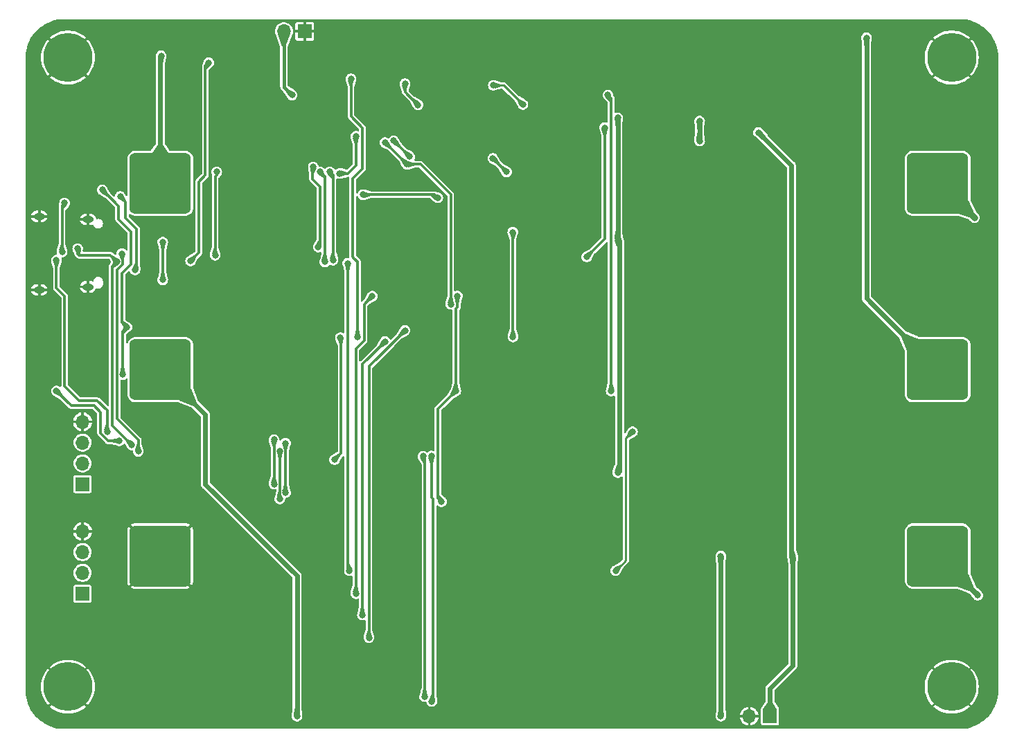
<source format=gbl>
G04 #@! TF.GenerationSoftware,KiCad,Pcbnew,7.0.1*
G04 #@! TF.CreationDate,2023-10-22T20:19:39-04:00*
G04 #@! TF.ProjectId,battery_charging_devboard,62617474-6572-4795-9f63-68617267696e,rev?*
G04 #@! TF.SameCoordinates,Original*
G04 #@! TF.FileFunction,Copper,L2,Bot*
G04 #@! TF.FilePolarity,Positive*
%FSLAX46Y46*%
G04 Gerber Fmt 4.6, Leading zero omitted, Abs format (unit mm)*
G04 Created by KiCad (PCBNEW 7.0.1) date 2023-10-22 20:19:39*
%MOMM*%
%LPD*%
G01*
G04 APERTURE LIST*
G04 Aperture macros list*
%AMRoundRect*
0 Rectangle with rounded corners*
0 $1 Rounding radius*
0 $2 $3 $4 $5 $6 $7 $8 $9 X,Y pos of 4 corners*
0 Add a 4 corners polygon primitive as box body*
4,1,4,$2,$3,$4,$5,$6,$7,$8,$9,$2,$3,0*
0 Add four circle primitives for the rounded corners*
1,1,$1+$1,$2,$3*
1,1,$1+$1,$4,$5*
1,1,$1+$1,$6,$7*
1,1,$1+$1,$8,$9*
0 Add four rect primitives between the rounded corners*
20,1,$1+$1,$2,$3,$4,$5,0*
20,1,$1+$1,$4,$5,$6,$7,0*
20,1,$1+$1,$6,$7,$8,$9,0*
20,1,$1+$1,$8,$9,$2,$3,0*%
G04 Aperture macros list end*
G04 #@! TA.AperFunction,ComponentPad*
%ADD10C,0.800000*%
G04 #@! TD*
G04 #@! TA.AperFunction,ComponentPad*
%ADD11C,6.000000*%
G04 #@! TD*
G04 #@! TA.AperFunction,ComponentPad*
%ADD12R,1.700000X1.700000*%
G04 #@! TD*
G04 #@! TA.AperFunction,ComponentPad*
%ADD13O,1.700000X1.700000*%
G04 #@! TD*
G04 #@! TA.AperFunction,ComponentPad*
%ADD14O,1.400000X0.800000*%
G04 #@! TD*
G04 #@! TA.AperFunction,SMDPad,CuDef*
%ADD15RoundRect,0.750000X3.000000X3.000000X-3.000000X3.000000X-3.000000X-3.000000X3.000000X-3.000000X0*%
G04 #@! TD*
G04 #@! TA.AperFunction,ViaPad*
%ADD16C,0.800000*%
G04 #@! TD*
G04 #@! TA.AperFunction,Conductor*
%ADD17C,0.250000*%
G04 #@! TD*
G04 #@! TA.AperFunction,Conductor*
%ADD18C,0.300000*%
G04 #@! TD*
G04 #@! TA.AperFunction,Conductor*
%ADD19C,0.600000*%
G04 #@! TD*
G04 #@! TA.AperFunction,Conductor*
%ADD20C,0.400000*%
G04 #@! TD*
G04 APERTURE END LIST*
D10*
X149750000Y-121000000D03*
X150409010Y-119409010D03*
X150409010Y-122590990D03*
X152000000Y-118750000D03*
D11*
X152000000Y-121000000D03*
D10*
X152000000Y-123250000D03*
X153590990Y-119409010D03*
X153590990Y-122590990D03*
X154250000Y-121000000D03*
D12*
X45800000Y-96200000D03*
D13*
X45800000Y-93660000D03*
X45800000Y-91120000D03*
X45800000Y-88580000D03*
D12*
X129800000Y-124600000D03*
D13*
X127260000Y-124600000D03*
D12*
X45800000Y-109600000D03*
D13*
X45800000Y-107060000D03*
X45800000Y-104520000D03*
X45800000Y-101980000D03*
D14*
X40510000Y-63447500D03*
X46460000Y-63807500D03*
X46460000Y-72067500D03*
X40510000Y-72427500D03*
D10*
X41750000Y-121000000D03*
X42409010Y-119409010D03*
X42409010Y-122590990D03*
X44000000Y-118750000D03*
D11*
X44000000Y-121000000D03*
D10*
X44000000Y-123250000D03*
X45590990Y-119409010D03*
X45590990Y-122590990D03*
X46250000Y-121000000D03*
X41750000Y-44000000D03*
X42409010Y-42409010D03*
X42409010Y-45590990D03*
X44000000Y-41750000D03*
D11*
X44000000Y-44000000D03*
D10*
X44000000Y-46250000D03*
X45590990Y-42409010D03*
X45590990Y-45590990D03*
X46250000Y-44000000D03*
X149750000Y-44000000D03*
X150409010Y-42409010D03*
X150409010Y-45590990D03*
X152000000Y-41750000D03*
D11*
X152000000Y-44000000D03*
D10*
X152000000Y-46250000D03*
X153590990Y-42409010D03*
X153590990Y-45590990D03*
X154250000Y-44000000D03*
D12*
X72940000Y-40800000D03*
D13*
X70400000Y-40800000D03*
D15*
X55300000Y-59400000D03*
X150300000Y-59400000D03*
X150300000Y-82200000D03*
X55300000Y-82200000D03*
X150300000Y-105000000D03*
X55300000Y-105000000D03*
D16*
X113000000Y-89800000D03*
X110945000Y-106800000D03*
X74600000Y-67200000D03*
X74000000Y-57400000D03*
X76000000Y-58000000D03*
X43600000Y-61800000D03*
X74800000Y-58000000D03*
X62200000Y-58000000D03*
X62000000Y-68200000D03*
X59000000Y-68888000D03*
X50400000Y-61000000D03*
X52200000Y-70000000D03*
X51200000Y-77000000D03*
X48200000Y-60200000D03*
X141600000Y-41600000D03*
X114900000Y-55200000D03*
X117400000Y-55200000D03*
X100200000Y-63000000D03*
X155200000Y-109800000D03*
X123800000Y-105000000D03*
X123800000Y-124600000D03*
X91600000Y-73200000D03*
X91400000Y-84800000D03*
X69200000Y-96200000D03*
X69200000Y-90759089D03*
X50305378Y-90894622D03*
X42600000Y-84800000D03*
X48800000Y-89800000D03*
X42600000Y-68800000D03*
X50600000Y-68000000D03*
X50000000Y-69000000D03*
X69900500Y-92158089D03*
X52600000Y-92200000D03*
X51800000Y-91400000D03*
X70600000Y-91200000D03*
X55400000Y-43800000D03*
X89654938Y-98345062D03*
X107500000Y-42500000D03*
X92000000Y-57000000D03*
X76100000Y-47600000D03*
X140000000Y-87500000D03*
X135000000Y-82500000D03*
X117500000Y-42500000D03*
X120000000Y-92500000D03*
X107700000Y-57400000D03*
X95000000Y-80000000D03*
X125000000Y-112500000D03*
X140000000Y-67500000D03*
X132500000Y-42500000D03*
X70000000Y-115000000D03*
X70000000Y-60000000D03*
X100000000Y-42500000D03*
X57500000Y-115000000D03*
X75000000Y-102500000D03*
X135000000Y-87500000D03*
X120000000Y-67500000D03*
X130000000Y-87500000D03*
X42500000Y-107500000D03*
X152500000Y-97500000D03*
X93800000Y-66000000D03*
X70000000Y-80000000D03*
X107800000Y-55200000D03*
X42500000Y-112500000D03*
X67500000Y-80000000D03*
X57500000Y-100000000D03*
X81800000Y-95600000D03*
X152500000Y-70000000D03*
X77500000Y-112500000D03*
X117500000Y-57500000D03*
X120000000Y-82500000D03*
X140000000Y-122500000D03*
X55000000Y-117500000D03*
X125000000Y-102500000D03*
X60000000Y-57500000D03*
X67500000Y-42500000D03*
X87500000Y-72500000D03*
X90000000Y-42500000D03*
X119978896Y-62471672D03*
X92500000Y-80000000D03*
X42500000Y-75000000D03*
X72500000Y-65000000D03*
X79800000Y-59600000D03*
X62500000Y-80000000D03*
X77500000Y-110000000D03*
X117500000Y-122500000D03*
X120000000Y-107500000D03*
X152500000Y-95000000D03*
X85000000Y-87500000D03*
X105200000Y-57400000D03*
X115000000Y-57500000D03*
X42500000Y-50000000D03*
X115000000Y-42500000D03*
X42500000Y-110000000D03*
X70000000Y-85000000D03*
X135000000Y-97500000D03*
X130000000Y-82500000D03*
X130000000Y-72500000D03*
X140000000Y-82500000D03*
X152500000Y-67500000D03*
X100000000Y-122500000D03*
X45000000Y-75000000D03*
X105000000Y-42500000D03*
X77500000Y-65000000D03*
X120000000Y-60000000D03*
X152500000Y-77500000D03*
X125000000Y-92500000D03*
X87500000Y-67500000D03*
X112500000Y-122500000D03*
X87500000Y-82500000D03*
X107500000Y-122500000D03*
X66400000Y-70400000D03*
X67500000Y-82500000D03*
X140000000Y-72500000D03*
X140000000Y-107500000D03*
X65000000Y-52500000D03*
X75000000Y-85000000D03*
X122500000Y-42500000D03*
X70000000Y-82500000D03*
X42500000Y-92500000D03*
X130000000Y-92500000D03*
X65000000Y-80000000D03*
X127500000Y-42500000D03*
X80000000Y-44400000D03*
X52500000Y-122500000D03*
X120000000Y-87500000D03*
X75000000Y-82500000D03*
X42500000Y-97500000D03*
X47500000Y-82500000D03*
X75000000Y-110000000D03*
X95000000Y-82500000D03*
X71000000Y-54800000D03*
X152500000Y-90000000D03*
X97500000Y-80000000D03*
X70000000Y-120000000D03*
X112500000Y-42500000D03*
X90000000Y-80000000D03*
X110000000Y-42500000D03*
X120000000Y-102500000D03*
X130000000Y-67500000D03*
X135000000Y-67500000D03*
X87500000Y-75000000D03*
X122500000Y-122500000D03*
X135000000Y-122500000D03*
X130000000Y-112500000D03*
X95000000Y-122500000D03*
X95000000Y-42500000D03*
X47500000Y-77500000D03*
X50000000Y-42500000D03*
X90200000Y-55400000D03*
X152500000Y-87500000D03*
X140000000Y-92500000D03*
X135000000Y-77500000D03*
X42500000Y-105000000D03*
X120400000Y-56800000D03*
X130000000Y-107500000D03*
X152500000Y-100000000D03*
X152500000Y-115000000D03*
X125000000Y-97500000D03*
X125000000Y-72500000D03*
X82500000Y-44400000D03*
X57500000Y-117500000D03*
X120400000Y-55200000D03*
X65000000Y-42500000D03*
X82800000Y-93800000D03*
X90000000Y-82500000D03*
X87500000Y-42500000D03*
X73600000Y-47600000D03*
X85000000Y-82500000D03*
X152500000Y-92500000D03*
X87500000Y-70000000D03*
X55000000Y-42500000D03*
X120000000Y-42500000D03*
X65000000Y-55000000D03*
X52500000Y-42500000D03*
X92500000Y-82500000D03*
X152500000Y-50000000D03*
X85000000Y-72500000D03*
X104900000Y-49600000D03*
X125000000Y-107500000D03*
X125000000Y-82500000D03*
X152500000Y-75000000D03*
X97500000Y-122500000D03*
X152500000Y-55000000D03*
X137500000Y-122500000D03*
X42500000Y-115000000D03*
X72500000Y-62500000D03*
X97500000Y-82500000D03*
X135000000Y-107500000D03*
X65000000Y-50000000D03*
X42500000Y-87500000D03*
X135000000Y-42500000D03*
X96000000Y-66000000D03*
X110000000Y-122500000D03*
X62500000Y-100000000D03*
X152500000Y-72500000D03*
X85000000Y-80000000D03*
X152500000Y-65000000D03*
X85000000Y-75000000D03*
X120000000Y-97500000D03*
X117500000Y-60000000D03*
X80000000Y-42500000D03*
X135000000Y-92500000D03*
X125000000Y-77500000D03*
X135000000Y-102500000D03*
X152500000Y-110000000D03*
X42500000Y-100000000D03*
X120000000Y-77500000D03*
X82500000Y-42500000D03*
X92500000Y-42500000D03*
X147500000Y-42500000D03*
X115000000Y-122500000D03*
X66600000Y-63000000D03*
X135000000Y-112500000D03*
X75000000Y-107500000D03*
X50000000Y-122500000D03*
X62500000Y-42500000D03*
X117500000Y-62500000D03*
X140000000Y-102500000D03*
X140000000Y-112500000D03*
X66000000Y-65400000D03*
X55000000Y-115000000D03*
X130000000Y-77500000D03*
X130000000Y-97500000D03*
X73500000Y-54800000D03*
X125000000Y-67500000D03*
X65000000Y-47500000D03*
X77500000Y-115000000D03*
X105000000Y-122500000D03*
X50000000Y-52500000D03*
X60000000Y-42500000D03*
X130000000Y-102500000D03*
X75000000Y-115000000D03*
X57500000Y-42500000D03*
X66800000Y-72600000D03*
X140000000Y-77500000D03*
X115000000Y-62500000D03*
X92000000Y-55400000D03*
X120000000Y-112500000D03*
X145000000Y-42500000D03*
X145000000Y-122500000D03*
X120000000Y-72500000D03*
X107400000Y-49600000D03*
X67500000Y-60000000D03*
X70000000Y-117500000D03*
X87500000Y-80000000D03*
X75000000Y-105000000D03*
X102500000Y-42500000D03*
X125000000Y-87500000D03*
X42500000Y-90000000D03*
X135000000Y-72500000D03*
X42500000Y-77500000D03*
X42500000Y-54000000D03*
X65000000Y-82500000D03*
X72500000Y-60000000D03*
X42500000Y-95000000D03*
X67500000Y-120000000D03*
X140000000Y-97500000D03*
X125000000Y-42500000D03*
X140000000Y-42500000D03*
X102500000Y-122500000D03*
X42500000Y-102500000D03*
X120000000Y-122500000D03*
X60000000Y-100000000D03*
X75000000Y-112500000D03*
X55000000Y-100000000D03*
X137500000Y-42500000D03*
X97500000Y-42500000D03*
X45000000Y-77500000D03*
X47500000Y-75000000D03*
X47500000Y-80000000D03*
X82500000Y-67500000D03*
X85000000Y-42500000D03*
X67500000Y-85000000D03*
X80000000Y-67500000D03*
X130000000Y-42500000D03*
X115000000Y-60000000D03*
X90200000Y-57000000D03*
X65000000Y-45000000D03*
X102400000Y-49600000D03*
X72000000Y-124600000D03*
X90800000Y-74200000D03*
X82750000Y-54400000D03*
X85444773Y-57067727D03*
X111200000Y-94800000D03*
X111200000Y-66200000D03*
X111200000Y-51400000D03*
X154800000Y-63600000D03*
X75400000Y-69000000D03*
X69899500Y-98000000D03*
X70600000Y-97224837D03*
X45200000Y-67400000D03*
X43299500Y-67800000D03*
X76400000Y-68800000D03*
X50699500Y-82800000D03*
X61200000Y-44649500D03*
X55600000Y-66600000D03*
X55600000Y-71200000D03*
X83825000Y-54187500D03*
X85773405Y-56123795D03*
X77200000Y-58200000D03*
X79200000Y-53650000D03*
X86800000Y-49800000D03*
X128400000Y-53200000D03*
X110400000Y-84800000D03*
X85200000Y-47200000D03*
X110000000Y-48600000D03*
X132600000Y-105200000D03*
X99600000Y-49749500D03*
X96000000Y-47400000D03*
X121200000Y-54200000D03*
X121200000Y-51800000D03*
X107400000Y-68400000D03*
X109600500Y-52600000D03*
X71400000Y-48600000D03*
X78400000Y-106800000D03*
X78200000Y-69200000D03*
X81200000Y-73200000D03*
X79200000Y-109600000D03*
X98375000Y-65375000D03*
X80000000Y-112200000D03*
X98400000Y-78200000D03*
X82770023Y-78770023D03*
X80800000Y-115000000D03*
X85200000Y-77400000D03*
X88461076Y-122800500D03*
X88428622Y-92778182D03*
X87400000Y-92800000D03*
X87600000Y-122200500D03*
X80049500Y-60787500D03*
X89200000Y-61162500D03*
X77300000Y-78300000D03*
X76600000Y-93200000D03*
X78600000Y-46600000D03*
X79400000Y-78200000D03*
X97600000Y-58000000D03*
X95939693Y-56339692D03*
D17*
X112200000Y-90600000D02*
X113000000Y-89800000D01*
X112200000Y-105545000D02*
X112200000Y-90600000D01*
X110945000Y-106800000D02*
X112200000Y-105545000D01*
D18*
X51050000Y-61650000D02*
X50400000Y-61000000D01*
X51050000Y-63613604D02*
X51050000Y-61650000D01*
X52400000Y-64963604D02*
X51050000Y-63613604D01*
X52400000Y-69800000D02*
X52400000Y-64963604D01*
X52200000Y-70000000D02*
X52400000Y-69800000D01*
X74800000Y-58000000D02*
X75400000Y-58600000D01*
X75400000Y-58600000D02*
X75400000Y-69000000D01*
X76000000Y-58000000D02*
X76400000Y-58400000D01*
X76400000Y-58400000D02*
X76400000Y-68800000D01*
X73900000Y-57500000D02*
X73900000Y-58900000D01*
X73900000Y-58900000D02*
X74800000Y-59800000D01*
X74800000Y-59800000D02*
X74800000Y-67000000D01*
X74800000Y-67000000D02*
X74600000Y-67200000D01*
X74000000Y-57400000D02*
X73900000Y-57500000D01*
X43299500Y-62100500D02*
X43600000Y-61800000D01*
X43299500Y-67800000D02*
X43299500Y-62100500D01*
X60000000Y-59200000D02*
X60800000Y-58400000D01*
X60800000Y-58400000D02*
X60800000Y-45049500D01*
X60000000Y-67888000D02*
X60000000Y-59200000D01*
X59000000Y-68888000D02*
X60000000Y-67888000D01*
X60800000Y-45049500D02*
X61200000Y-44649500D01*
X62200000Y-58400000D02*
X62200000Y-58000000D01*
X62000000Y-58600000D02*
X62200000Y-58400000D01*
X62000000Y-68200000D02*
X62000000Y-58600000D01*
X55600000Y-66600000D02*
X55600000Y-71200000D01*
X50600000Y-76400000D02*
X51200000Y-77000000D01*
X51700000Y-69300000D02*
X50600000Y-70400000D01*
X50200000Y-63800000D02*
X51700000Y-65300000D01*
X51700000Y-65300000D02*
X51700000Y-69300000D01*
X50200000Y-62200000D02*
X50200000Y-63800000D01*
X48200000Y-60200000D02*
X50200000Y-62200000D01*
X50600000Y-70400000D02*
X50600000Y-76400000D01*
X50699500Y-77500500D02*
X50699500Y-82800000D01*
X51200000Y-77000000D02*
X50699500Y-77500500D01*
X49400000Y-89000000D02*
X51800000Y-91400000D01*
X49400000Y-69600000D02*
X49400000Y-89000000D01*
X50000000Y-69000000D02*
X49400000Y-69600000D01*
X50000000Y-69989950D02*
X50700000Y-69289950D01*
X50000000Y-88200000D02*
X50000000Y-69989950D01*
X52600000Y-90800000D02*
X50000000Y-88200000D01*
X50700000Y-69289950D02*
X50700000Y-68100000D01*
X50700000Y-68100000D02*
X50600000Y-68000000D01*
X52600000Y-92200000D02*
X52600000Y-90800000D01*
D19*
X141600000Y-73500000D02*
X150300000Y-82200000D01*
X141600000Y-41600000D02*
X141600000Y-73500000D01*
X150400000Y-105000000D02*
X150300000Y-105000000D01*
X155200000Y-109800000D02*
X150400000Y-105000000D01*
X151600000Y-60400000D02*
X151300000Y-60400000D01*
X154800000Y-63600000D02*
X151600000Y-60400000D01*
D18*
X109600500Y-52600000D02*
X109600500Y-66199500D01*
X109600500Y-66199500D02*
X107400000Y-68400000D01*
D19*
X123800000Y-124600000D02*
X123800000Y-105000000D01*
X129800000Y-121200000D02*
X129800000Y-124600000D01*
X132600000Y-105200000D02*
X132600000Y-118400000D01*
X132600000Y-118400000D02*
X129800000Y-121200000D01*
D18*
X89200000Y-87000000D02*
X91400000Y-84800000D01*
X89228622Y-93109553D02*
X89228622Y-92446811D01*
X89200000Y-97890124D02*
X89200000Y-93138175D01*
X89654938Y-98345062D02*
X89200000Y-97890124D01*
X89200000Y-93138175D02*
X89228622Y-93109553D01*
X89228622Y-92446811D02*
X89200000Y-92418189D01*
X89200000Y-92418189D02*
X89200000Y-87000000D01*
X88629221Y-98029221D02*
X88428622Y-97828622D01*
X88461076Y-122800500D02*
X88629221Y-122632355D01*
X88629221Y-122632355D02*
X88629221Y-98029221D01*
X88428622Y-97828622D02*
X88428622Y-92778182D01*
X87628622Y-93028622D02*
X87400000Y-92800000D01*
X87628622Y-122171878D02*
X87628622Y-93028622D01*
X87600000Y-122200500D02*
X87628622Y-122171878D01*
X91600000Y-74531371D02*
X91600000Y-73200000D01*
X91400000Y-84800000D02*
X91400000Y-74731371D01*
X91400000Y-74731371D02*
X91600000Y-74531371D01*
X80200000Y-74200000D02*
X81200000Y-73200000D01*
X80200000Y-78600000D02*
X80200000Y-74200000D01*
X79200000Y-79600000D02*
X80200000Y-78600000D01*
X79200000Y-109600000D02*
X79200000Y-79600000D01*
X69200000Y-90759089D02*
X69200000Y-96200000D01*
X48000000Y-87400000D02*
X47200000Y-86600000D01*
X47200000Y-86600000D02*
X44400000Y-86600000D01*
X48000000Y-89989950D02*
X48000000Y-87400000D01*
X48904672Y-90894622D02*
X48000000Y-89989950D01*
X50305378Y-90894622D02*
X48904672Y-90894622D01*
X44400000Y-86600000D02*
X42600000Y-84800000D01*
X48800000Y-87200000D02*
X48800000Y-89800000D01*
X47600000Y-86000000D02*
X48800000Y-87200000D01*
X45400000Y-86000000D02*
X47600000Y-86000000D01*
X43600000Y-73200000D02*
X43600000Y-84200000D01*
X43600000Y-84200000D02*
X45400000Y-86000000D01*
X42600000Y-68800000D02*
X42600000Y-72200000D01*
X42600000Y-72200000D02*
X43600000Y-73200000D01*
X45400000Y-68200000D02*
X45200000Y-68000000D01*
X45200000Y-68000000D02*
X45200000Y-67400000D01*
X50000000Y-69000000D02*
X49200000Y-68200000D01*
X49200000Y-68200000D02*
X45400000Y-68200000D01*
X69899500Y-92159089D02*
X69900500Y-92158089D01*
X69899500Y-98000000D02*
X69899500Y-92159089D01*
X70600000Y-97224837D02*
X70600000Y-91200000D01*
X70600000Y-97224837D02*
X70375163Y-97000000D01*
D19*
X55300000Y-43900000D02*
X55400000Y-43800000D01*
X55300000Y-59400000D02*
X55300000Y-43900000D01*
X60809524Y-87709524D02*
X55300000Y-82200000D01*
X60809524Y-96209524D02*
X60809524Y-87709524D01*
X72000000Y-107400000D02*
X60809524Y-96209524D01*
X72000000Y-124600000D02*
X72000000Y-107400000D01*
D18*
X82750000Y-54400000D02*
X82777046Y-54400000D01*
X90800000Y-60800000D02*
X87067727Y-57067727D01*
X87067727Y-57067727D02*
X85444773Y-57067727D01*
X90800000Y-74200000D02*
X90800000Y-60800000D01*
X82777046Y-54400000D02*
X85444773Y-57067727D01*
D19*
X111400000Y-94600000D02*
X111400000Y-66400000D01*
X111400000Y-66400000D02*
X111200000Y-66200000D01*
X111200000Y-51400000D02*
X111200000Y-66200000D01*
X111200000Y-94800000D02*
X111400000Y-94600000D01*
D18*
X85761295Y-56123795D02*
X83825000Y-54187500D01*
X79200000Y-57200000D02*
X79200000Y-53650000D01*
X77200000Y-58200000D02*
X78200000Y-58200000D01*
X85773405Y-56123795D02*
X85761295Y-56123795D01*
X78200000Y-58200000D02*
X79200000Y-57200000D01*
D19*
X132400000Y-57200000D02*
X128400000Y-53200000D01*
D18*
X110400000Y-84800000D02*
X110400000Y-49000000D01*
X110400000Y-49000000D02*
X110000000Y-48600000D01*
X85200000Y-48200000D02*
X85200000Y-47200000D01*
D19*
X132400000Y-105000000D02*
X132400000Y-57200000D01*
X132600000Y-105200000D02*
X132400000Y-105000000D01*
D18*
X86800000Y-49800000D02*
X85200000Y-48200000D01*
D17*
X96000000Y-47400000D02*
X97250500Y-47400000D01*
X97250500Y-47400000D02*
X99600000Y-49749500D01*
D19*
X121200000Y-51800000D02*
X121200000Y-54200000D01*
D20*
X70400000Y-47600000D02*
X71400000Y-48600000D01*
X70400000Y-40800000D02*
X70400000Y-47600000D01*
D18*
X78200000Y-69200000D02*
X78200000Y-106600000D01*
X78200000Y-106600000D02*
X78400000Y-106800000D01*
X82770023Y-78770023D02*
X80000000Y-81540046D01*
X98400000Y-65400000D02*
X98375000Y-65375000D01*
X98400000Y-78200000D02*
X98400000Y-65400000D01*
X80000000Y-81540046D02*
X80000000Y-112200000D01*
X80800000Y-81800000D02*
X80800000Y-115000000D01*
X85200000Y-77400000D02*
X80800000Y-81800000D01*
X88825000Y-60787500D02*
X89200000Y-61162500D01*
X80049500Y-60787500D02*
X88825000Y-60787500D01*
X79400000Y-69000000D02*
X79000000Y-68600000D01*
X78800000Y-58800000D02*
X78800000Y-68400000D01*
X77400000Y-92400000D02*
X77400000Y-78400000D01*
X80000000Y-52600000D02*
X80000000Y-57600000D01*
X77400000Y-78400000D02*
X77300000Y-78300000D01*
X79400000Y-78200000D02*
X79400000Y-69000000D01*
X78800000Y-68400000D02*
X79000000Y-68600000D01*
X78600000Y-46600000D02*
X78600000Y-51200000D01*
X78600000Y-51200000D02*
X80000000Y-52600000D01*
X76600000Y-93200000D02*
X77400000Y-92400000D01*
X80000000Y-57600000D02*
X78800000Y-58800000D01*
X95939693Y-56339693D02*
X97600000Y-58000000D01*
X95939693Y-56339692D02*
X95939693Y-56339693D01*
G04 #@! TA.AperFunction,Conductor*
G36*
X153105061Y-119847575D02*
G01*
X153110859Y-119852711D01*
X153144056Y-119882121D01*
X153180216Y-119938045D01*
X153182228Y-120004611D01*
X153149512Y-120062618D01*
X152212132Y-121000000D01*
X153149512Y-121937380D01*
X153182228Y-121995386D01*
X153180217Y-122061951D01*
X153144059Y-122117876D01*
X153105065Y-122152422D01*
X153050082Y-122180577D01*
X152988338Y-122178711D01*
X152935156Y-122147288D01*
X152000000Y-121212132D01*
X151064843Y-122147287D01*
X151011662Y-122178710D01*
X150949919Y-122180576D01*
X150894937Y-122152423D01*
X150868999Y-122129445D01*
X150855941Y-122117877D01*
X150819782Y-122061953D01*
X150817770Y-121995387D01*
X150850486Y-121937380D01*
X151787868Y-121000000D01*
X150850487Y-120062619D01*
X150817771Y-120004613D01*
X150819782Y-119938048D01*
X150855938Y-119882125D01*
X150894939Y-119847574D01*
X150949917Y-119819422D01*
X151011661Y-119821288D01*
X151064843Y-119852711D01*
X152000000Y-120787868D01*
X152000001Y-120787868D01*
X152935155Y-119852711D01*
X152988336Y-119821288D01*
X153050079Y-119819422D01*
X153105061Y-119847575D01*
G37*
G04 #@! TD.AperFunction*
G04 #@! TA.AperFunction,Conductor*
G36*
X45105061Y-119847575D02*
G01*
X45110859Y-119852711D01*
X45144056Y-119882121D01*
X45180216Y-119938045D01*
X45182228Y-120004611D01*
X45149512Y-120062618D01*
X44212132Y-121000000D01*
X45149512Y-121937380D01*
X45182228Y-121995386D01*
X45180217Y-122061951D01*
X45144059Y-122117876D01*
X45105065Y-122152422D01*
X45050082Y-122180577D01*
X44988338Y-122178711D01*
X44935156Y-122147288D01*
X44000000Y-121212132D01*
X43064843Y-122147287D01*
X43011662Y-122178710D01*
X42949919Y-122180576D01*
X42894937Y-122152423D01*
X42868999Y-122129445D01*
X42855941Y-122117877D01*
X42819782Y-122061953D01*
X42817770Y-121995387D01*
X42850486Y-121937380D01*
X43787868Y-121000001D01*
X43787868Y-121000000D01*
X42850487Y-120062619D01*
X42817771Y-120004613D01*
X42819782Y-119938048D01*
X42855938Y-119882125D01*
X42894939Y-119847574D01*
X42949917Y-119819422D01*
X43011661Y-119821288D01*
X43064843Y-119852711D01*
X44000000Y-120787868D01*
X44000001Y-120787868D01*
X44935155Y-119852711D01*
X44988336Y-119821288D01*
X45050079Y-119819422D01*
X45105061Y-119847575D01*
G37*
G04 #@! TD.AperFunction*
G04 #@! TA.AperFunction,Conductor*
G36*
X153105061Y-42847575D02*
G01*
X153110859Y-42852711D01*
X153144056Y-42882121D01*
X153180216Y-42938045D01*
X153182228Y-43004611D01*
X153149512Y-43062618D01*
X152212132Y-44000000D01*
X153149512Y-44937380D01*
X153182228Y-44995386D01*
X153180217Y-45061951D01*
X153144059Y-45117876D01*
X153105065Y-45152422D01*
X153050082Y-45180577D01*
X152988338Y-45178711D01*
X152935156Y-45147288D01*
X152000000Y-44212132D01*
X151064843Y-45147287D01*
X151011662Y-45178710D01*
X150949919Y-45180576D01*
X150894937Y-45152423D01*
X150863896Y-45124924D01*
X150855941Y-45117877D01*
X150819782Y-45061953D01*
X150817770Y-44995387D01*
X150850486Y-44937380D01*
X151787868Y-44000000D01*
X150850487Y-43062619D01*
X150817771Y-43004613D01*
X150819782Y-42938048D01*
X150855938Y-42882125D01*
X150894939Y-42847574D01*
X150949917Y-42819422D01*
X151011661Y-42821288D01*
X151064843Y-42852711D01*
X152000000Y-43787868D01*
X152000001Y-43787868D01*
X152935155Y-42852711D01*
X152988336Y-42821288D01*
X153050079Y-42819422D01*
X153105061Y-42847575D01*
G37*
G04 #@! TD.AperFunction*
G04 #@! TA.AperFunction,Conductor*
G36*
X45105061Y-42847575D02*
G01*
X45110859Y-42852711D01*
X45144056Y-42882121D01*
X45180216Y-42938045D01*
X45182228Y-43004611D01*
X45149512Y-43062618D01*
X44212132Y-44000000D01*
X45149512Y-44937380D01*
X45182228Y-44995386D01*
X45180217Y-45061951D01*
X45144059Y-45117876D01*
X45105065Y-45152422D01*
X45050082Y-45180577D01*
X44988338Y-45178711D01*
X44935156Y-45147288D01*
X44000000Y-44212132D01*
X43064843Y-45147287D01*
X43011662Y-45178710D01*
X42949919Y-45180576D01*
X42894937Y-45152423D01*
X42863896Y-45124924D01*
X42855941Y-45117877D01*
X42819782Y-45061953D01*
X42817770Y-44995387D01*
X42850486Y-44937380D01*
X43787868Y-44000001D01*
X43787868Y-44000000D01*
X42850487Y-43062619D01*
X42817771Y-43004613D01*
X42819782Y-42938048D01*
X42855938Y-42882125D01*
X42894939Y-42847574D01*
X42949917Y-42819422D01*
X43011661Y-42821288D01*
X43064843Y-42852711D01*
X44000000Y-43787868D01*
X44000001Y-43787868D01*
X44935155Y-42852711D01*
X44988336Y-42821288D01*
X45050079Y-42819422D01*
X45105061Y-42847575D01*
G37*
G04 #@! TD.AperFunction*
G04 #@! TA.AperFunction,Conductor*
G36*
X153002702Y-39300617D02*
G01*
X153404202Y-39318147D01*
X153414937Y-39319087D01*
X153810693Y-39371189D01*
X153821331Y-39373064D01*
X154211043Y-39459462D01*
X154221483Y-39462260D01*
X154602164Y-39582288D01*
X154612315Y-39585982D01*
X154981100Y-39738738D01*
X154990893Y-39743305D01*
X155301906Y-39905208D01*
X155344942Y-39927611D01*
X155354310Y-39933019D01*
X155690959Y-40147488D01*
X155699820Y-40153693D01*
X156016487Y-40396680D01*
X156024774Y-40403634D01*
X156319056Y-40673294D01*
X156326705Y-40680943D01*
X156596365Y-40975225D01*
X156603319Y-40983512D01*
X156846306Y-41300179D01*
X156852511Y-41309040D01*
X157066980Y-41645689D01*
X157072388Y-41655057D01*
X157256691Y-42009099D01*
X157261263Y-42018903D01*
X157414013Y-42387674D01*
X157417713Y-42397840D01*
X157537738Y-42778512D01*
X157540538Y-42788960D01*
X157626933Y-43178660D01*
X157628811Y-43189314D01*
X157680910Y-43585042D01*
X157681853Y-43595818D01*
X157699382Y-43997297D01*
X157699500Y-44002706D01*
X157699500Y-121401605D01*
X157699499Y-121401613D01*
X157699499Y-121461764D01*
X157699381Y-121467172D01*
X157681856Y-121868651D01*
X157680913Y-121879428D01*
X157628816Y-122275160D01*
X157626938Y-122285813D01*
X157540546Y-122675511D01*
X157537746Y-122685960D01*
X157417720Y-123066639D01*
X157414020Y-123076804D01*
X157261277Y-123445566D01*
X157256706Y-123455370D01*
X157072397Y-123809428D01*
X157066988Y-123818797D01*
X156852522Y-124155443D01*
X156846317Y-124164304D01*
X156603335Y-124480967D01*
X156596382Y-124489254D01*
X156326711Y-124783551D01*
X156319062Y-124791200D01*
X156207853Y-124893105D01*
X156024813Y-125060832D01*
X156024791Y-125060852D01*
X156016504Y-125067806D01*
X155699818Y-125310809D01*
X155690956Y-125317013D01*
X155354327Y-125531470D01*
X155344959Y-125536879D01*
X154990907Y-125721188D01*
X154981103Y-125725760D01*
X154612334Y-125878510D01*
X154602169Y-125882210D01*
X154221490Y-126002238D01*
X154211040Y-126005038D01*
X153821341Y-126091432D01*
X153810689Y-126093310D01*
X153414960Y-126145410D01*
X153404183Y-126146353D01*
X153003482Y-126163848D01*
X152998073Y-126163966D01*
X43538240Y-126163966D01*
X43532831Y-126163848D01*
X43131350Y-126146319D01*
X43120576Y-126145376D01*
X43057050Y-126137013D01*
X42724848Y-126093278D01*
X42714194Y-126091400D01*
X42324496Y-126005006D01*
X42314047Y-126002206D01*
X41933366Y-125882177D01*
X41923202Y-125878477D01*
X41554442Y-125725733D01*
X41544637Y-125721161D01*
X41190633Y-125536879D01*
X41190575Y-125536848D01*
X41181229Y-125531453D01*
X40844576Y-125316980D01*
X40835720Y-125310779D01*
X40519045Y-125067786D01*
X40510758Y-125060832D01*
X40216476Y-124791172D01*
X40208827Y-124783523D01*
X39939167Y-124489241D01*
X39932213Y-124480954D01*
X39689220Y-124164279D01*
X39683022Y-124155428D01*
X39468542Y-123818763D01*
X39463153Y-123809428D01*
X39278835Y-123455357D01*
X39274266Y-123445557D01*
X39252453Y-123392896D01*
X39121522Y-123076797D01*
X39117822Y-123066633D01*
X39083355Y-122957318D01*
X38997790Y-122685940D01*
X38994995Y-122675511D01*
X38908597Y-122285797D01*
X38906721Y-122275151D01*
X38854621Y-121879403D01*
X38853681Y-121868669D01*
X38836152Y-121467168D01*
X38836034Y-121461760D01*
X38836034Y-121000000D01*
X40695152Y-121000000D01*
X40714525Y-121357310D01*
X40772419Y-121710451D01*
X40868149Y-122055241D01*
X41000601Y-122387670D01*
X41168218Y-122703829D01*
X41369031Y-123000004D01*
X41561394Y-123226471D01*
X41561395Y-123226471D01*
X41753175Y-123034691D01*
X41806356Y-123003268D01*
X41868099Y-123001402D01*
X41923081Y-123029555D01*
X41928879Y-123034691D01*
X41962076Y-123064101D01*
X41998236Y-123120025D01*
X42000248Y-123186591D01*
X41967532Y-123244598D01*
X41774630Y-123437500D01*
X41774630Y-123437501D01*
X41860485Y-123518828D01*
X42145363Y-123735386D01*
X42451984Y-123919873D01*
X42776746Y-124070124D01*
X43115859Y-124184385D01*
X43465335Y-124261310D01*
X43821078Y-124300000D01*
X44178922Y-124300000D01*
X44534664Y-124261310D01*
X44884140Y-124184385D01*
X45223253Y-124070124D01*
X45548015Y-123919873D01*
X45854636Y-123735386D01*
X46139514Y-123518828D01*
X46225368Y-123437502D01*
X46225368Y-123437500D01*
X46032467Y-123244599D01*
X45999751Y-123186593D01*
X46001762Y-123120028D01*
X46037918Y-123064105D01*
X46076919Y-123029554D01*
X46131897Y-123001402D01*
X46193641Y-123003268D01*
X46246823Y-123034691D01*
X46438603Y-123226471D01*
X46630968Y-123000004D01*
X46831781Y-122703829D01*
X46999398Y-122387670D01*
X47131850Y-122055241D01*
X47227580Y-121710451D01*
X47285474Y-121357310D01*
X47304847Y-121000000D01*
X47285474Y-120642689D01*
X47227580Y-120289548D01*
X47131850Y-119944758D01*
X46999398Y-119612329D01*
X46831781Y-119296170D01*
X46630968Y-118999995D01*
X46438604Y-118773527D01*
X46438603Y-118773527D01*
X46246823Y-118965307D01*
X46193642Y-118996730D01*
X46131899Y-118998596D01*
X46076917Y-118970443D01*
X46037922Y-118935898D01*
X46001762Y-118879973D01*
X45999750Y-118813406D01*
X46032466Y-118755399D01*
X46225368Y-118562497D01*
X46139514Y-118481171D01*
X45854636Y-118264613D01*
X45548015Y-118080126D01*
X45223253Y-117929875D01*
X44884140Y-117815614D01*
X44534664Y-117738689D01*
X44178922Y-117700000D01*
X43821078Y-117700000D01*
X43465335Y-117738689D01*
X43115859Y-117815614D01*
X42776746Y-117929875D01*
X42451984Y-118080126D01*
X42145368Y-118264610D01*
X41860482Y-118481175D01*
X41774629Y-118562497D01*
X41774629Y-118562498D01*
X41967532Y-118755400D01*
X42000248Y-118813405D01*
X41998237Y-118879971D01*
X41962079Y-118935896D01*
X41923085Y-118970442D01*
X41868102Y-118998597D01*
X41806358Y-118996731D01*
X41753176Y-118965308D01*
X41561395Y-118773526D01*
X41561394Y-118773527D01*
X41369030Y-118999995D01*
X41168218Y-119296170D01*
X41000601Y-119612329D01*
X40868149Y-119944758D01*
X40772419Y-120289548D01*
X40714525Y-120642689D01*
X40695152Y-121000000D01*
X38836034Y-121000000D01*
X38836034Y-110474675D01*
X44699500Y-110474675D01*
X44714033Y-110547738D01*
X44714033Y-110547739D01*
X44714034Y-110547740D01*
X44769399Y-110630601D01*
X44852260Y-110685966D01*
X44888792Y-110693232D01*
X44925325Y-110700500D01*
X44925326Y-110700500D01*
X46674674Y-110700500D01*
X46674675Y-110700500D01*
X46699029Y-110695655D01*
X46747740Y-110685966D01*
X46830601Y-110630601D01*
X46885966Y-110547740D01*
X46900500Y-110474674D01*
X46900500Y-108841673D01*
X51670456Y-108841673D01*
X51670457Y-108841674D01*
X51713828Y-108877268D01*
X51896235Y-108974766D01*
X52094165Y-109034808D01*
X52248412Y-109050000D01*
X58351588Y-109050000D01*
X58505834Y-109034808D01*
X58703764Y-108974766D01*
X58886169Y-108877270D01*
X58929541Y-108841673D01*
X55300000Y-105212132D01*
X51670456Y-108841673D01*
X46900500Y-108841673D01*
X46900500Y-108725326D01*
X46885966Y-108652260D01*
X46830601Y-108569399D01*
X46747740Y-108514034D01*
X46747739Y-108514033D01*
X46747738Y-108514033D01*
X46674675Y-108499500D01*
X46674674Y-108499500D01*
X44925326Y-108499500D01*
X44925325Y-108499500D01*
X44852261Y-108514033D01*
X44769399Y-108569399D01*
X44714033Y-108652261D01*
X44699500Y-108725325D01*
X44699500Y-110474675D01*
X38836034Y-110474675D01*
X38836034Y-107060000D01*
X44694785Y-107060000D01*
X44713602Y-107263083D01*
X44769418Y-107459251D01*
X44860324Y-107641818D01*
X44983236Y-107804580D01*
X45133958Y-107941981D01*
X45307361Y-108049347D01*
X45307363Y-108049348D01*
X45497544Y-108123024D01*
X45698024Y-108160500D01*
X45901974Y-108160500D01*
X45901976Y-108160500D01*
X46102456Y-108123024D01*
X46286855Y-108051588D01*
X51250000Y-108051588D01*
X51265191Y-108205834D01*
X51325233Y-108403764D01*
X51422731Y-108586171D01*
X51458325Y-108629542D01*
X55087868Y-105000001D01*
X55512132Y-105000001D01*
X59141673Y-108629541D01*
X59177270Y-108586169D01*
X59274766Y-108403764D01*
X59334808Y-108205834D01*
X59350000Y-108051588D01*
X59350000Y-101948412D01*
X59334808Y-101794165D01*
X59274766Y-101596235D01*
X59177268Y-101413828D01*
X59141674Y-101370457D01*
X59141673Y-101370456D01*
X55512132Y-105000000D01*
X55512132Y-105000001D01*
X55087868Y-105000001D01*
X55087868Y-105000000D01*
X51458326Y-101370457D01*
X51458325Y-101370457D01*
X51422731Y-101413829D01*
X51325233Y-101596235D01*
X51265191Y-101794165D01*
X51250000Y-101948412D01*
X51250000Y-108051588D01*
X46286855Y-108051588D01*
X46292637Y-108049348D01*
X46466041Y-107941981D01*
X46616764Y-107804579D01*
X46739673Y-107641821D01*
X46739673Y-107641819D01*
X46739675Y-107641818D01*
X46822494Y-107475493D01*
X46830582Y-107459250D01*
X46886397Y-107263083D01*
X46905215Y-107060000D01*
X46886397Y-106856917D01*
X46830582Y-106660750D01*
X46821834Y-106643181D01*
X46739675Y-106478181D01*
X46616763Y-106315419D01*
X46466041Y-106178018D01*
X46292638Y-106070652D01*
X46102457Y-105996976D01*
X46014466Y-105980528D01*
X45901976Y-105959500D01*
X45698024Y-105959500D01*
X45609847Y-105975983D01*
X45497542Y-105996976D01*
X45307361Y-106070652D01*
X45133958Y-106178018D01*
X44983236Y-106315419D01*
X44860324Y-106478181D01*
X44769418Y-106660748D01*
X44713602Y-106856916D01*
X44694785Y-107060000D01*
X38836034Y-107060000D01*
X38836034Y-104520000D01*
X44694785Y-104520000D01*
X44713602Y-104723083D01*
X44769418Y-104919251D01*
X44860324Y-105101818D01*
X44983236Y-105264580D01*
X45133958Y-105401981D01*
X45307361Y-105509347D01*
X45307363Y-105509348D01*
X45497544Y-105583024D01*
X45698024Y-105620500D01*
X45901974Y-105620500D01*
X45901976Y-105620500D01*
X46102456Y-105583024D01*
X46292637Y-105509348D01*
X46466041Y-105401981D01*
X46616764Y-105264579D01*
X46739673Y-105101821D01*
X46739673Y-105101819D01*
X46739675Y-105101818D01*
X46790373Y-105000001D01*
X46830582Y-104919250D01*
X46886397Y-104723083D01*
X46905215Y-104520000D01*
X46886397Y-104316917D01*
X46875084Y-104277158D01*
X46830581Y-104120748D01*
X46739675Y-103938181D01*
X46616763Y-103775419D01*
X46466041Y-103638018D01*
X46292638Y-103530652D01*
X46102457Y-103456976D01*
X46035629Y-103444484D01*
X45901976Y-103419500D01*
X45698024Y-103419500D01*
X45597784Y-103438237D01*
X45497542Y-103456976D01*
X45307361Y-103530652D01*
X45133958Y-103638018D01*
X44983236Y-103775419D01*
X44860324Y-103938181D01*
X44769418Y-104120748D01*
X44713602Y-104316916D01*
X44694785Y-104520000D01*
X38836034Y-104520000D01*
X38836034Y-102130000D01*
X44658973Y-102130000D01*
X44664738Y-102192218D01*
X44723062Y-102397208D01*
X44818058Y-102587988D01*
X44946497Y-102758067D01*
X45104003Y-102901654D01*
X45285201Y-103013846D01*
X45483939Y-103090837D01*
X45650000Y-103121880D01*
X45650000Y-102130000D01*
X45950000Y-102130000D01*
X45950000Y-103121880D01*
X46116060Y-103090837D01*
X46314798Y-103013846D01*
X46495996Y-102901654D01*
X46653502Y-102758067D01*
X46781941Y-102587988D01*
X46876937Y-102397208D01*
X46935261Y-102192218D01*
X46941027Y-102130000D01*
X45950000Y-102130000D01*
X45650000Y-102130000D01*
X44658973Y-102130000D01*
X38836034Y-102130000D01*
X38836034Y-101829999D01*
X44658972Y-101829999D01*
X44658973Y-101830000D01*
X45650000Y-101830000D01*
X45650000Y-100838120D01*
X45950000Y-100838120D01*
X45950000Y-101830000D01*
X46941027Y-101830000D01*
X46941027Y-101829999D01*
X46935261Y-101767781D01*
X46876937Y-101562791D01*
X46781941Y-101372011D01*
X46653502Y-101201932D01*
X46605669Y-101158326D01*
X51670457Y-101158326D01*
X55299999Y-104787868D01*
X58929542Y-101158325D01*
X58886171Y-101122731D01*
X58703764Y-101025233D01*
X58505834Y-100965191D01*
X58351588Y-100950000D01*
X52248412Y-100950000D01*
X52094165Y-100965191D01*
X51896235Y-101025233D01*
X51713829Y-101122731D01*
X51670457Y-101158325D01*
X51670457Y-101158326D01*
X46605669Y-101158326D01*
X46495996Y-101058345D01*
X46314798Y-100946153D01*
X46116060Y-100869162D01*
X45950000Y-100838120D01*
X45650000Y-100838120D01*
X45483939Y-100869162D01*
X45285201Y-100946153D01*
X45104003Y-101058345D01*
X44946497Y-101201932D01*
X44818058Y-101372011D01*
X44723062Y-101562791D01*
X44664738Y-101767781D01*
X44658972Y-101829999D01*
X38836034Y-101829999D01*
X38836034Y-97074675D01*
X44699500Y-97074675D01*
X44714033Y-97147738D01*
X44714033Y-97147739D01*
X44714034Y-97147740D01*
X44769399Y-97230601D01*
X44852260Y-97285966D01*
X44888792Y-97293232D01*
X44925325Y-97300500D01*
X44925326Y-97300500D01*
X46674674Y-97300500D01*
X46674675Y-97300500D01*
X46699029Y-97295655D01*
X46747740Y-97285966D01*
X46830601Y-97230601D01*
X46885966Y-97147740D01*
X46900500Y-97074674D01*
X46900500Y-95325326D01*
X46885966Y-95252260D01*
X46830601Y-95169399D01*
X46747740Y-95114034D01*
X46747739Y-95114033D01*
X46747738Y-95114033D01*
X46674675Y-95099500D01*
X46674674Y-95099500D01*
X44925326Y-95099500D01*
X44925325Y-95099500D01*
X44852261Y-95114033D01*
X44769399Y-95169399D01*
X44714033Y-95252261D01*
X44699500Y-95325325D01*
X44699500Y-97074675D01*
X38836034Y-97074675D01*
X38836034Y-93660000D01*
X44694785Y-93660000D01*
X44713602Y-93863083D01*
X44769418Y-94059251D01*
X44860324Y-94241818D01*
X44983236Y-94404580D01*
X45133958Y-94541981D01*
X45307361Y-94649347D01*
X45307363Y-94649348D01*
X45497544Y-94723024D01*
X45698024Y-94760500D01*
X45901974Y-94760500D01*
X45901976Y-94760500D01*
X46102456Y-94723024D01*
X46292637Y-94649348D01*
X46466041Y-94541981D01*
X46616764Y-94404579D01*
X46739673Y-94241821D01*
X46739673Y-94241819D01*
X46739675Y-94241818D01*
X46785313Y-94150161D01*
X46830582Y-94059250D01*
X46886397Y-93863083D01*
X46905215Y-93660000D01*
X46887992Y-93474138D01*
X46886397Y-93456916D01*
X46830581Y-93260748D01*
X46739675Y-93078181D01*
X46616763Y-92915419D01*
X46466041Y-92778018D01*
X46292638Y-92670652D01*
X46102457Y-92596976D01*
X46033516Y-92584089D01*
X45901976Y-92559500D01*
X45698024Y-92559500D01*
X45597784Y-92578237D01*
X45497542Y-92596976D01*
X45307361Y-92670652D01*
X45133958Y-92778018D01*
X44983236Y-92915419D01*
X44860324Y-93078181D01*
X44769418Y-93260748D01*
X44713602Y-93456916D01*
X44694785Y-93660000D01*
X38836034Y-93660000D01*
X38836034Y-91120000D01*
X44694785Y-91120000D01*
X44713602Y-91323083D01*
X44769418Y-91519251D01*
X44860324Y-91701818D01*
X44983236Y-91864580D01*
X45133958Y-92001981D01*
X45307361Y-92109347D01*
X45307363Y-92109348D01*
X45497544Y-92183024D01*
X45698024Y-92220500D01*
X45901974Y-92220500D01*
X45901976Y-92220500D01*
X46102456Y-92183024D01*
X46292637Y-92109348D01*
X46466041Y-92001981D01*
X46616764Y-91864579D01*
X46739673Y-91701821D01*
X46739673Y-91701819D01*
X46739675Y-91701818D01*
X46785313Y-91610161D01*
X46830582Y-91519250D01*
X46886397Y-91323083D01*
X46905215Y-91120000D01*
X46886397Y-90916917D01*
X46880296Y-90895476D01*
X46844161Y-90768475D01*
X46830582Y-90720750D01*
X46818546Y-90696578D01*
X46739675Y-90538181D01*
X46616763Y-90375419D01*
X46466041Y-90238018D01*
X46292638Y-90130652D01*
X46102457Y-90056976D01*
X46035629Y-90044483D01*
X45901976Y-90019500D01*
X45698024Y-90019500D01*
X45597784Y-90038237D01*
X45497542Y-90056976D01*
X45307361Y-90130652D01*
X45133958Y-90238018D01*
X44983236Y-90375419D01*
X44860324Y-90538181D01*
X44769418Y-90720748D01*
X44713602Y-90916916D01*
X44694785Y-91120000D01*
X38836034Y-91120000D01*
X38836034Y-88730000D01*
X44658973Y-88730000D01*
X44664738Y-88792218D01*
X44723062Y-88997208D01*
X44818058Y-89187988D01*
X44946497Y-89358067D01*
X45104003Y-89501654D01*
X45285201Y-89613846D01*
X45483939Y-89690837D01*
X45650000Y-89721880D01*
X45650000Y-88730000D01*
X45950000Y-88730000D01*
X45950000Y-89721880D01*
X46116060Y-89690837D01*
X46314798Y-89613846D01*
X46495996Y-89501654D01*
X46653502Y-89358067D01*
X46781941Y-89187988D01*
X46876937Y-88997208D01*
X46935261Y-88792218D01*
X46941027Y-88730000D01*
X45950000Y-88730000D01*
X45650000Y-88730000D01*
X44658973Y-88730000D01*
X38836034Y-88730000D01*
X38836034Y-88429999D01*
X44658972Y-88429999D01*
X44658973Y-88430000D01*
X45650000Y-88430000D01*
X45650000Y-87438120D01*
X45950000Y-87438120D01*
X45950000Y-88430000D01*
X46941027Y-88430000D01*
X46941027Y-88429999D01*
X46935261Y-88367781D01*
X46876937Y-88162791D01*
X46781941Y-87972011D01*
X46653502Y-87801932D01*
X46495996Y-87658345D01*
X46314798Y-87546153D01*
X46116060Y-87469162D01*
X45950000Y-87438120D01*
X45650000Y-87438120D01*
X45483939Y-87469162D01*
X45285201Y-87546153D01*
X45104003Y-87658345D01*
X44946497Y-87801932D01*
X44818058Y-87972011D01*
X44723062Y-88162791D01*
X44664738Y-88367781D01*
X44658972Y-88429999D01*
X38836034Y-88429999D01*
X38836034Y-84800000D01*
X41944721Y-84800000D01*
X41963763Y-84956818D01*
X42019780Y-85104523D01*
X42109515Y-85234528D01*
X42109516Y-85234529D01*
X42109517Y-85234530D01*
X42227760Y-85339283D01*
X42304335Y-85379473D01*
X42326577Y-85394418D01*
X42328945Y-85396412D01*
X42328949Y-85396414D01*
X42328950Y-85396415D01*
X43018377Y-85790920D01*
X43044472Y-85810864D01*
X44071950Y-86838342D01*
X44161658Y-86928050D01*
X44181395Y-86938106D01*
X44197990Y-86948276D01*
X44215908Y-86961295D01*
X44215909Y-86961295D01*
X44215910Y-86961296D01*
X44236979Y-86968141D01*
X44254949Y-86975584D01*
X44274696Y-86985646D01*
X44296579Y-86989111D01*
X44315498Y-86993652D01*
X44336567Y-87000499D01*
X44358212Y-87000499D01*
X44358224Y-87000500D01*
X44368481Y-87000500D01*
X46982745Y-87000500D01*
X47030198Y-87009939D01*
X47070426Y-87036819D01*
X47563181Y-87529574D01*
X47590061Y-87569802D01*
X47599500Y-87617255D01*
X47599500Y-90053385D01*
X47606346Y-90074457D01*
X47610886Y-90093368D01*
X47614353Y-90115252D01*
X47624412Y-90134994D01*
X47631858Y-90152970D01*
X47638704Y-90174040D01*
X47651726Y-90191964D01*
X47661889Y-90208549D01*
X47671947Y-90228289D01*
X47671949Y-90228291D01*
X47671950Y-90228292D01*
X47688283Y-90244625D01*
X47688296Y-90244640D01*
X48576622Y-91132964D01*
X48666330Y-91222672D01*
X48686067Y-91232728D01*
X48702662Y-91242898D01*
X48720580Y-91255917D01*
X48720581Y-91255917D01*
X48720582Y-91255918D01*
X48741651Y-91262763D01*
X48759621Y-91270206D01*
X48779368Y-91280268D01*
X48801251Y-91283733D01*
X48820170Y-91288274D01*
X48841239Y-91295121D01*
X48862884Y-91295121D01*
X48862896Y-91295122D01*
X48873153Y-91295122D01*
X49276297Y-91295122D01*
X49308851Y-91299471D01*
X49783722Y-91428676D01*
X50081899Y-91509805D01*
X50085536Y-91510404D01*
X50226393Y-91545122D01*
X50384363Y-91545122D01*
X50537743Y-91507318D01*
X50677618Y-91433905D01*
X50795861Y-91329152D01*
X50799946Y-91323232D01*
X50846696Y-91282686D01*
X50907225Y-91269782D01*
X50966451Y-91287740D01*
X51009621Y-91332086D01*
X51209113Y-91680712D01*
X51217430Y-91698327D01*
X51219779Y-91704522D01*
X51309515Y-91834528D01*
X51309516Y-91834529D01*
X51309517Y-91834530D01*
X51427760Y-91939283D01*
X51547220Y-92001981D01*
X51567635Y-92012696D01*
X51721015Y-92050500D01*
X51822907Y-92050500D01*
X51889180Y-92069696D01*
X51934934Y-92121341D01*
X51946003Y-92189445D01*
X51944721Y-92199998D01*
X51963763Y-92356818D01*
X52019780Y-92504523D01*
X52109515Y-92634528D01*
X52109516Y-92634529D01*
X52109517Y-92634530D01*
X52227760Y-92739283D01*
X52367635Y-92812696D01*
X52521015Y-92850500D01*
X52678985Y-92850500D01*
X52832365Y-92812696D01*
X52972240Y-92739283D01*
X53090483Y-92634530D01*
X53180220Y-92504523D01*
X53236237Y-92356818D01*
X53255278Y-92200000D01*
X53236237Y-92043182D01*
X53220958Y-92002895D01*
X53213758Y-91971282D01*
X53010074Y-91222672D01*
X53004849Y-91203472D01*
X53000500Y-91170918D01*
X53000500Y-90758224D01*
X53000499Y-90758212D01*
X53000499Y-90736568D01*
X53000499Y-90736567D01*
X52993652Y-90715498D01*
X52989111Y-90696578D01*
X52985646Y-90674697D01*
X52985646Y-90674696D01*
X52975584Y-90654949D01*
X52968141Y-90636979D01*
X52961296Y-90615910D01*
X52951386Y-90602271D01*
X52948276Y-90597990D01*
X52938104Y-90581392D01*
X52928050Y-90561658D01*
X52838342Y-90471950D01*
X51724459Y-89358067D01*
X50436819Y-88070426D01*
X50409939Y-88030198D01*
X50400500Y-87982745D01*
X50400500Y-83554546D01*
X50413013Y-83500263D01*
X50448027Y-83456936D01*
X50498474Y-83433308D01*
X50554174Y-83434149D01*
X50620515Y-83450500D01*
X50778485Y-83450500D01*
X50931865Y-83412696D01*
X51071740Y-83339283D01*
X51093274Y-83320205D01*
X51142924Y-83293376D01*
X51199324Y-83291331D01*
X51250788Y-83314493D01*
X51286657Y-83358065D01*
X51299500Y-83413021D01*
X51299500Y-85258033D01*
X51306724Y-85339283D01*
X51310114Y-85377418D01*
X51314982Y-85394431D01*
X51366091Y-85573050D01*
X51460301Y-85753406D01*
X51460302Y-85753407D01*
X51588891Y-85911109D01*
X51746593Y-86039698D01*
X51926951Y-86133909D01*
X52122582Y-86189886D01*
X52241963Y-86200500D01*
X57548247Y-86200499D01*
X57595685Y-86209932D01*
X59169857Y-86861739D01*
X59210100Y-86888625D01*
X60222705Y-87901230D01*
X60249585Y-87941458D01*
X60259024Y-87988911D01*
X60259024Y-96198002D01*
X60258952Y-96202235D01*
X60256761Y-96266350D01*
X60266487Y-96306257D01*
X60268858Y-96318731D01*
X60274454Y-96359446D01*
X60281603Y-96375904D01*
X60288343Y-96395945D01*
X60292591Y-96413377D01*
X60312730Y-96449196D01*
X60318376Y-96460563D01*
X60334744Y-96498244D01*
X60342533Y-96507818D01*
X60346066Y-96512161D01*
X60357961Y-96529640D01*
X60366756Y-96545281D01*
X60395809Y-96574334D01*
X60404317Y-96583761D01*
X60430245Y-96615631D01*
X60444902Y-96625977D01*
X60461076Y-96639601D01*
X71413181Y-107591706D01*
X71440061Y-107631934D01*
X71449500Y-107679387D01*
X71449500Y-123590118D01*
X71445259Y-123619444D01*
X71419920Y-123862696D01*
X71347217Y-124560648D01*
X71347216Y-124560653D01*
X71347388Y-124565495D01*
X71346562Y-124584840D01*
X71344721Y-124599999D01*
X71363763Y-124756818D01*
X71419780Y-124904523D01*
X71509515Y-125034528D01*
X71509516Y-125034529D01*
X71509517Y-125034530D01*
X71627760Y-125139283D01*
X71767635Y-125212696D01*
X71921015Y-125250500D01*
X72078985Y-125250500D01*
X72232365Y-125212696D01*
X72372240Y-125139283D01*
X72490483Y-125034530D01*
X72580220Y-124904523D01*
X72636237Y-124756818D01*
X72655278Y-124600000D01*
X72655278Y-124599999D01*
X123144721Y-124599999D01*
X123163763Y-124756818D01*
X123219780Y-124904523D01*
X123309515Y-125034528D01*
X123309516Y-125034529D01*
X123309517Y-125034530D01*
X123427760Y-125139283D01*
X123567635Y-125212696D01*
X123721015Y-125250500D01*
X123878985Y-125250500D01*
X124032365Y-125212696D01*
X124172240Y-125139283D01*
X124290483Y-125034530D01*
X124380220Y-124904523D01*
X124436237Y-124756818D01*
X124437065Y-124750000D01*
X126118973Y-124750000D01*
X126124738Y-124812218D01*
X126183062Y-125017208D01*
X126278058Y-125207988D01*
X126406497Y-125378067D01*
X126564003Y-125521654D01*
X126745201Y-125633846D01*
X126943939Y-125710837D01*
X127110000Y-125741880D01*
X127110000Y-124750000D01*
X127410000Y-124750000D01*
X127410000Y-125741880D01*
X127576060Y-125710837D01*
X127774798Y-125633846D01*
X127955996Y-125521654D01*
X128113502Y-125378067D01*
X128241941Y-125207988D01*
X128336937Y-125017208D01*
X128395261Y-124812218D01*
X128401027Y-124750000D01*
X127410000Y-124750000D01*
X127110000Y-124750000D01*
X126118973Y-124750000D01*
X124437065Y-124750000D01*
X124455278Y-124600000D01*
X124453436Y-124584839D01*
X124452611Y-124565472D01*
X124452783Y-124560648D01*
X124441257Y-124449999D01*
X126118972Y-124449999D01*
X126118973Y-124450000D01*
X127110000Y-124450000D01*
X127110000Y-123458120D01*
X127410000Y-123458120D01*
X127410000Y-124450000D01*
X128401027Y-124450000D01*
X128401027Y-124449999D01*
X128395261Y-124387781D01*
X128336937Y-124182791D01*
X128241941Y-123992011D01*
X128113502Y-123821932D01*
X127955996Y-123678345D01*
X127774798Y-123566153D01*
X127576060Y-123489162D01*
X127410000Y-123458120D01*
X127110000Y-123458120D01*
X126943939Y-123489162D01*
X126745201Y-123566153D01*
X126564003Y-123678345D01*
X126406497Y-123821932D01*
X126278058Y-123992011D01*
X126183062Y-124182791D01*
X126124738Y-124387781D01*
X126118972Y-124449999D01*
X124441257Y-124449999D01*
X124411049Y-124160006D01*
X124355217Y-123624017D01*
X124355216Y-123624014D01*
X124354743Y-123619471D01*
X124350500Y-123590116D01*
X124350500Y-106009884D01*
X124354743Y-105980528D01*
X124355216Y-105975985D01*
X124355217Y-105975983D01*
X124452783Y-105039350D01*
X124452611Y-105034524D01*
X124453437Y-105015158D01*
X124455278Y-105000000D01*
X124436237Y-104843182D01*
X124380220Y-104695477D01*
X124290483Y-104565470D01*
X124172240Y-104460717D01*
X124158994Y-104453764D01*
X124032364Y-104387303D01*
X123878985Y-104349500D01*
X123721015Y-104349500D01*
X123567635Y-104387303D01*
X123427761Y-104460716D01*
X123309515Y-104565471D01*
X123219780Y-104695476D01*
X123163763Y-104843181D01*
X123144721Y-104999999D01*
X123146562Y-105015158D01*
X123147388Y-105034504D01*
X123147216Y-105039348D01*
X123205638Y-105600199D01*
X123245259Y-105980555D01*
X123249500Y-106009882D01*
X123249500Y-123590118D01*
X123245259Y-123619444D01*
X123219920Y-123862696D01*
X123147217Y-124560648D01*
X123147216Y-124560653D01*
X123147388Y-124565495D01*
X123146562Y-124584840D01*
X123144721Y-124599999D01*
X72655278Y-124599999D01*
X72653436Y-124584839D01*
X72652611Y-124565472D01*
X72652783Y-124560648D01*
X72611049Y-124160006D01*
X72555217Y-123624017D01*
X72555216Y-123624014D01*
X72554743Y-123619471D01*
X72550500Y-123590116D01*
X72550500Y-107411522D01*
X72550572Y-107407289D01*
X72552762Y-107343174D01*
X72543035Y-107303262D01*
X72540665Y-107290794D01*
X72535070Y-107250080D01*
X72527920Y-107233620D01*
X72521180Y-107213578D01*
X72516933Y-107196148D01*
X72496792Y-107160327D01*
X72491149Y-107148964D01*
X72474780Y-107111280D01*
X72463456Y-107097360D01*
X72451559Y-107079880D01*
X72448436Y-107074326D01*
X72442766Y-107064241D01*
X72413713Y-107035188D01*
X72405205Y-107025761D01*
X72379277Y-106993891D01*
X72364615Y-106983541D01*
X72348444Y-106969919D01*
X61578525Y-96200000D01*
X68544721Y-96200000D01*
X68563763Y-96356818D01*
X68619780Y-96504523D01*
X68709515Y-96634528D01*
X68709516Y-96634529D01*
X68709517Y-96634530D01*
X68827760Y-96739283D01*
X68967635Y-96812696D01*
X69121015Y-96850500D01*
X69278985Y-96850500D01*
X69345326Y-96834149D01*
X69401026Y-96833308D01*
X69451473Y-96856936D01*
X69486487Y-96900263D01*
X69499000Y-96954546D01*
X69499000Y-96970916D01*
X69494650Y-97003471D01*
X69285748Y-97771254D01*
X69278541Y-97802894D01*
X69263263Y-97843182D01*
X69244221Y-98000000D01*
X69263263Y-98156818D01*
X69319280Y-98304523D01*
X69409015Y-98434528D01*
X69409016Y-98434529D01*
X69409017Y-98434530D01*
X69527260Y-98539283D01*
X69667135Y-98612696D01*
X69820515Y-98650500D01*
X69978485Y-98650500D01*
X70131865Y-98612696D01*
X70271740Y-98539283D01*
X70389983Y-98434530D01*
X70479720Y-98304523D01*
X70535737Y-98156818D01*
X70554778Y-98000000D01*
X70556593Y-97985053D01*
X70561179Y-97985609D01*
X70567554Y-97946234D01*
X70613308Y-97894550D01*
X70664554Y-97879699D01*
X70664367Y-97878940D01*
X70678985Y-97875337D01*
X70832365Y-97837533D01*
X70972240Y-97764120D01*
X71090483Y-97659367D01*
X71180220Y-97529360D01*
X71236237Y-97381655D01*
X71255278Y-97224837D01*
X71236237Y-97068019D01*
X71220958Y-97027732D01*
X71213758Y-96996119D01*
X71004850Y-96228310D01*
X71000500Y-96195755D01*
X71000500Y-92229081D01*
X71004850Y-92196526D01*
X71213769Y-91428676D01*
X71220959Y-91397100D01*
X71236237Y-91356818D01*
X71255278Y-91200000D01*
X71236237Y-91043182D01*
X71180220Y-90895477D01*
X71120295Y-90808660D01*
X71090484Y-90765471D01*
X71082290Y-90758212D01*
X70972240Y-90660717D01*
X70927000Y-90636973D01*
X70832364Y-90587303D01*
X70678985Y-90549500D01*
X70521015Y-90549500D01*
X70367635Y-90587303D01*
X70227761Y-90660716D01*
X70109515Y-90765471D01*
X70079705Y-90808660D01*
X70035280Y-90848017D01*
X69977655Y-90862220D01*
X69920029Y-90848017D01*
X69875605Y-90808660D01*
X69854559Y-90753167D01*
X69850623Y-90720750D01*
X69836237Y-90602271D01*
X69780220Y-90454566D01*
X69690483Y-90324559D01*
X69572240Y-90219806D01*
X69490782Y-90177053D01*
X69432364Y-90146392D01*
X69278985Y-90108589D01*
X69121015Y-90108589D01*
X68967635Y-90146392D01*
X68827761Y-90219805D01*
X68709515Y-90324560D01*
X68619780Y-90454565D01*
X68563763Y-90602270D01*
X68544721Y-90759088D01*
X68563763Y-90915908D01*
X68579040Y-90956193D01*
X68586248Y-90987833D01*
X68795150Y-91755616D01*
X68799500Y-91788171D01*
X68799500Y-95170918D01*
X68795150Y-95203473D01*
X68586248Y-95971254D01*
X68579041Y-96002894D01*
X68563763Y-96043182D01*
X68544721Y-96200000D01*
X61578525Y-96200000D01*
X61396343Y-96017818D01*
X61369463Y-95977590D01*
X61360024Y-95930137D01*
X61360024Y-87721076D01*
X61360096Y-87716843D01*
X61362287Y-87652697D01*
X61352558Y-87612777D01*
X61350187Y-87600298D01*
X61344594Y-87559604D01*
X61337447Y-87543150D01*
X61330707Y-87523111D01*
X61326458Y-87505672D01*
X61306308Y-87469836D01*
X61300674Y-87458493D01*
X61284304Y-87420804D01*
X61272982Y-87406887D01*
X61261085Y-87389406D01*
X61252290Y-87373764D01*
X61223237Y-87344712D01*
X61214728Y-87335284D01*
X61188801Y-87303415D01*
X61174139Y-87293065D01*
X61157968Y-87279443D01*
X59988625Y-86110100D01*
X59961739Y-86069857D01*
X59846240Y-85790918D01*
X59309931Y-84495686D01*
X59300499Y-84448249D01*
X59300499Y-79141966D01*
X59300499Y-79141963D01*
X59289886Y-79022582D01*
X59233909Y-78826951D01*
X59139698Y-78646593D01*
X59011109Y-78488891D01*
X58853407Y-78360302D01*
X58853406Y-78360301D01*
X58673050Y-78266091D01*
X58575233Y-78238102D01*
X58477418Y-78210114D01*
X58358037Y-78199500D01*
X58358033Y-78199500D01*
X52241966Y-78199500D01*
X52122582Y-78210114D01*
X51926949Y-78266091D01*
X51746593Y-78360301D01*
X51588891Y-78488891D01*
X51460301Y-78646593D01*
X51366091Y-78826949D01*
X51356374Y-78860909D01*
X51345975Y-78897256D01*
X51343216Y-78906897D01*
X51314234Y-78957836D01*
X51265096Y-78989777D01*
X51206777Y-78995583D01*
X51152306Y-78973958D01*
X51113850Y-78929732D01*
X51100000Y-78872785D01*
X51100000Y-77947389D01*
X51113237Y-77891644D01*
X51150118Y-77847802D01*
X51543177Y-77556211D01*
X51559419Y-77546011D01*
X51572240Y-77539283D01*
X51600370Y-77514360D01*
X51608695Y-77507607D01*
X51624196Y-77496109D01*
X51648683Y-77471820D01*
X51653749Y-77467071D01*
X51690483Y-77434530D01*
X51780220Y-77304523D01*
X51836237Y-77156818D01*
X51855278Y-77000000D01*
X51836237Y-76843182D01*
X51780220Y-76695477D01*
X51690483Y-76565470D01*
X51572240Y-76460717D01*
X51494747Y-76420044D01*
X51472809Y-76405356D01*
X51470102Y-76403091D01*
X51063342Y-76172473D01*
X51017356Y-76127024D01*
X51000500Y-76064604D01*
X51000500Y-71200000D01*
X54944721Y-71200000D01*
X54963763Y-71356818D01*
X55019780Y-71504523D01*
X55109515Y-71634528D01*
X55109516Y-71634529D01*
X55109517Y-71634530D01*
X55227760Y-71739283D01*
X55367635Y-71812696D01*
X55521015Y-71850500D01*
X55678985Y-71850500D01*
X55832365Y-71812696D01*
X55972240Y-71739283D01*
X56090483Y-71634530D01*
X56180220Y-71504523D01*
X56236237Y-71356818D01*
X56255278Y-71200000D01*
X56236237Y-71043182D01*
X56220958Y-71002894D01*
X56213758Y-70971282D01*
X56004850Y-70203473D01*
X56000500Y-70170918D01*
X56000500Y-68888000D01*
X58344721Y-68888000D01*
X58363763Y-69044818D01*
X58419780Y-69192523D01*
X58509515Y-69322528D01*
X58509516Y-69322529D01*
X58509517Y-69322530D01*
X58627760Y-69427283D01*
X58767635Y-69500696D01*
X58921015Y-69538500D01*
X59078985Y-69538500D01*
X59232365Y-69500696D01*
X59372240Y-69427283D01*
X59490483Y-69322530D01*
X59580220Y-69192523D01*
X59582572Y-69186320D01*
X59590888Y-69168708D01*
X59780714Y-68836973D01*
X59990918Y-68469623D01*
X60010854Y-68443537D01*
X60254393Y-68200000D01*
X61344721Y-68200000D01*
X61363763Y-68356818D01*
X61419780Y-68504523D01*
X61509515Y-68634528D01*
X61509516Y-68634529D01*
X61509517Y-68634530D01*
X61627760Y-68739283D01*
X61767635Y-68812696D01*
X61921015Y-68850500D01*
X62078985Y-68850500D01*
X62232365Y-68812696D01*
X62372240Y-68739283D01*
X62490483Y-68634530D01*
X62580220Y-68504523D01*
X62636237Y-68356818D01*
X62655278Y-68200000D01*
X62636237Y-68043182D01*
X62620958Y-68002894D01*
X62613758Y-67971282D01*
X62404850Y-67203473D01*
X62400500Y-67170918D01*
X62400500Y-58817255D01*
X62409939Y-58769802D01*
X62436816Y-58729576D01*
X62505484Y-58660909D01*
X62505484Y-58660908D01*
X62519713Y-58646680D01*
X62519717Y-58646674D01*
X62528050Y-58638342D01*
X62538109Y-58618598D01*
X62548267Y-58602021D01*
X62561296Y-58584089D01*
X62566882Y-58566895D01*
X62602584Y-58512399D01*
X62690483Y-58434530D01*
X62780220Y-58304523D01*
X62836237Y-58156818D01*
X62855278Y-58000000D01*
X62836237Y-57843182D01*
X62780220Y-57695477D01*
X62705027Y-57586540D01*
X62690484Y-57565471D01*
X62619127Y-57502255D01*
X62572240Y-57460717D01*
X62529609Y-57438342D01*
X62456560Y-57400002D01*
X73344721Y-57400002D01*
X73348861Y-57434097D01*
X73349752Y-57447259D01*
X73349845Y-57453757D01*
X73349845Y-57453763D01*
X73349846Y-57453764D01*
X73353659Y-57477666D01*
X73355353Y-57488280D01*
X73355997Y-57492866D01*
X73363799Y-57557118D01*
X73370125Y-57580864D01*
X73497847Y-58381349D01*
X73496193Y-58381612D01*
X73499500Y-58401186D01*
X73499500Y-58963435D01*
X73506346Y-58984507D01*
X73510886Y-59003418D01*
X73514353Y-59025302D01*
X73524412Y-59045044D01*
X73531858Y-59063020D01*
X73538704Y-59084090D01*
X73551726Y-59102014D01*
X73561889Y-59118599D01*
X73571947Y-59138339D01*
X73571949Y-59138341D01*
X73571950Y-59138342D01*
X73588283Y-59154675D01*
X73588296Y-59154690D01*
X74363181Y-59929573D01*
X74390061Y-59969801D01*
X74399500Y-60017254D01*
X74399500Y-66193425D01*
X74383549Y-66254264D01*
X74037353Y-66869105D01*
X74031359Y-66878699D01*
X74019780Y-66895475D01*
X74013139Y-66912986D01*
X74012755Y-66913983D01*
X73992665Y-66965470D01*
X73987205Y-66979461D01*
X73984186Y-66989326D01*
X73963763Y-67043180D01*
X73944721Y-67200000D01*
X73963763Y-67356818D01*
X74019780Y-67504523D01*
X74109515Y-67634528D01*
X74109516Y-67634529D01*
X74109517Y-67634530D01*
X74227760Y-67739283D01*
X74367635Y-67812696D01*
X74521015Y-67850500D01*
X74678985Y-67850500D01*
X74845826Y-67809379D01*
X74901526Y-67808538D01*
X74951974Y-67832166D01*
X74986987Y-67875493D01*
X74999500Y-67929776D01*
X74999500Y-67970918D01*
X74995150Y-68003473D01*
X74786248Y-68771254D01*
X74779041Y-68802894D01*
X74763763Y-68843182D01*
X74744721Y-69000000D01*
X74763763Y-69156818D01*
X74819780Y-69304523D01*
X74909515Y-69434528D01*
X74909516Y-69434529D01*
X74909517Y-69434530D01*
X75027760Y-69539283D01*
X75167635Y-69612696D01*
X75321015Y-69650500D01*
X75478985Y-69650500D01*
X75632365Y-69612696D01*
X75772240Y-69539283D01*
X75890483Y-69434530D01*
X75912846Y-69402130D01*
X75957269Y-69362776D01*
X76014895Y-69348572D01*
X76072521Y-69362775D01*
X76167635Y-69412696D01*
X76321015Y-69450500D01*
X76478985Y-69450500D01*
X76632365Y-69412696D01*
X76772240Y-69339283D01*
X76890483Y-69234530D01*
X76980220Y-69104523D01*
X77036237Y-68956818D01*
X77055278Y-68800000D01*
X77036237Y-68643182D01*
X77020958Y-68602895D01*
X77013758Y-68571282D01*
X76812573Y-67831858D01*
X76804849Y-67803472D01*
X76800500Y-67770918D01*
X76800500Y-58929776D01*
X76813013Y-58875493D01*
X76848026Y-58832166D01*
X76898474Y-58808538D01*
X76954174Y-58809379D01*
X77121015Y-58850500D01*
X77278984Y-58850500D01*
X77278985Y-58850500D01*
X77419852Y-58815779D01*
X77423483Y-58815181D01*
X77430064Y-58813390D01*
X77430068Y-58813390D01*
X78196525Y-58604849D01*
X78229080Y-58600500D01*
X78275500Y-58600500D01*
X78337500Y-58617113D01*
X78382887Y-58662500D01*
X78399500Y-58724500D01*
X78399500Y-68425500D01*
X78382887Y-68487500D01*
X78337500Y-68532887D01*
X78275500Y-68549500D01*
X78121015Y-68549500D01*
X77967635Y-68587303D01*
X77827761Y-68660716D01*
X77709515Y-68765471D01*
X77619780Y-68895476D01*
X77563763Y-69043181D01*
X77544721Y-69199999D01*
X77563763Y-69356819D01*
X77579040Y-69397104D01*
X77586248Y-69428744D01*
X77795150Y-70196527D01*
X77799500Y-70229082D01*
X77799500Y-77622387D01*
X77783506Y-77683303D01*
X77739649Y-77728504D01*
X77679244Y-77746330D01*
X77617874Y-77732183D01*
X77565173Y-77704523D01*
X77532364Y-77687303D01*
X77378985Y-77649500D01*
X77221015Y-77649500D01*
X77067635Y-77687303D01*
X76927761Y-77760716D01*
X76809515Y-77865471D01*
X76719780Y-77995476D01*
X76663763Y-78143181D01*
X76644721Y-78300000D01*
X76663763Y-78456818D01*
X76689331Y-78524236D01*
X76695145Y-78544724D01*
X76698077Y-78559928D01*
X76934394Y-79141964D01*
X76990391Y-79279880D01*
X76999500Y-79326528D01*
X76999500Y-92147969D01*
X76982767Y-92210176D01*
X76937086Y-92255593D01*
X76783198Y-92343652D01*
X76328948Y-92603584D01*
X76326582Y-92605577D01*
X76304335Y-92620525D01*
X76227762Y-92660715D01*
X76109516Y-92765471D01*
X76019780Y-92895476D01*
X75963763Y-93043181D01*
X75944721Y-93199999D01*
X75963763Y-93356818D01*
X76019780Y-93504523D01*
X76109515Y-93634528D01*
X76109516Y-93634529D01*
X76109517Y-93634530D01*
X76227760Y-93739283D01*
X76367635Y-93812696D01*
X76521015Y-93850500D01*
X76678985Y-93850500D01*
X76832365Y-93812696D01*
X76972240Y-93739283D01*
X77090483Y-93634530D01*
X77180220Y-93504523D01*
X77182572Y-93498320D01*
X77190888Y-93480707D01*
X77204502Y-93456917D01*
X77567875Y-92821893D01*
X77613169Y-92776285D01*
X77675213Y-92759480D01*
X77737334Y-92775997D01*
X77782839Y-92821397D01*
X77799500Y-92883480D01*
X77799500Y-105862505D01*
X77795794Y-105892592D01*
X77794278Y-105898652D01*
X77745468Y-106775481D01*
X77745015Y-106797580D01*
X77744721Y-106799996D01*
X77763763Y-106956818D01*
X77819780Y-107104523D01*
X77909515Y-107234528D01*
X77909516Y-107234529D01*
X77909517Y-107234530D01*
X78027760Y-107339283D01*
X78167635Y-107412696D01*
X78321015Y-107450500D01*
X78478985Y-107450500D01*
X78645826Y-107409379D01*
X78701526Y-107408538D01*
X78751974Y-107432166D01*
X78786987Y-107475493D01*
X78799500Y-107529776D01*
X78799500Y-108570918D01*
X78795150Y-108603473D01*
X78586248Y-109371254D01*
X78579041Y-109402894D01*
X78563763Y-109443182D01*
X78544721Y-109600000D01*
X78563763Y-109756818D01*
X78619780Y-109904523D01*
X78709515Y-110034528D01*
X78709516Y-110034529D01*
X78709517Y-110034530D01*
X78827760Y-110139283D01*
X78967635Y-110212696D01*
X79121015Y-110250500D01*
X79278985Y-110250500D01*
X79445826Y-110209379D01*
X79501526Y-110208538D01*
X79551974Y-110232166D01*
X79586987Y-110275493D01*
X79599500Y-110329776D01*
X79599500Y-111170918D01*
X79595150Y-111203473D01*
X79386248Y-111971254D01*
X79379041Y-112002894D01*
X79363763Y-112043182D01*
X79344721Y-112200000D01*
X79363763Y-112356818D01*
X79419780Y-112504523D01*
X79509515Y-112634528D01*
X79509516Y-112634529D01*
X79509517Y-112634530D01*
X79627760Y-112739283D01*
X79767635Y-112812696D01*
X79921015Y-112850500D01*
X80078985Y-112850500D01*
X80245826Y-112809379D01*
X80301526Y-112808538D01*
X80351974Y-112832166D01*
X80386987Y-112875493D01*
X80399500Y-112929776D01*
X80399500Y-113970918D01*
X80395150Y-114003473D01*
X80186248Y-114771254D01*
X80179041Y-114802894D01*
X80163763Y-114843182D01*
X80144721Y-115000000D01*
X80163763Y-115156818D01*
X80219780Y-115304523D01*
X80309515Y-115434528D01*
X80309516Y-115434529D01*
X80309517Y-115434530D01*
X80427760Y-115539283D01*
X80567635Y-115612696D01*
X80721015Y-115650500D01*
X80878985Y-115650500D01*
X81032365Y-115612696D01*
X81172240Y-115539283D01*
X81290483Y-115434530D01*
X81380220Y-115304523D01*
X81436237Y-115156818D01*
X81455278Y-115000000D01*
X81436237Y-114843182D01*
X81420958Y-114802894D01*
X81413758Y-114771282D01*
X81204850Y-114003473D01*
X81200500Y-113970918D01*
X81200500Y-82017255D01*
X81209939Y-81969802D01*
X81236819Y-81929574D01*
X83864077Y-79302315D01*
X84755533Y-78410858D01*
X84781625Y-78390918D01*
X85471044Y-77996418D01*
X85471044Y-77996417D01*
X85471049Y-77996415D01*
X85473406Y-77994429D01*
X85495662Y-77979473D01*
X85572240Y-77939283D01*
X85690483Y-77834530D01*
X85780220Y-77704523D01*
X85836237Y-77556818D01*
X85855278Y-77400000D01*
X85836237Y-77243182D01*
X85780220Y-77095477D01*
X85690483Y-76965470D01*
X85572240Y-76860717D01*
X85538830Y-76843182D01*
X85432364Y-76787303D01*
X85278985Y-76749500D01*
X85121015Y-76749500D01*
X84967635Y-76787303D01*
X84827761Y-76860716D01*
X84709515Y-76965471D01*
X84619779Y-77095476D01*
X84617429Y-77101674D01*
X84609114Y-77119283D01*
X84209076Y-77818378D01*
X84189132Y-77844473D01*
X83544421Y-78489184D01*
X83498955Y-78518096D01*
X83445518Y-78524994D01*
X83394200Y-78508577D01*
X83354690Y-78471943D01*
X83260507Y-78335494D01*
X83182166Y-78266091D01*
X83142263Y-78230740D01*
X83082741Y-78199500D01*
X83002387Y-78157326D01*
X82849008Y-78119523D01*
X82691038Y-78119523D01*
X82537658Y-78157326D01*
X82397784Y-78230739D01*
X82279538Y-78335494D01*
X82189802Y-78465499D01*
X82187452Y-78471697D01*
X82179137Y-78489306D01*
X81779098Y-79188403D01*
X81759154Y-79214498D01*
X79812181Y-81161472D01*
X79762818Y-81191722D01*
X79705102Y-81196264D01*
X79651615Y-81174109D01*
X79614015Y-81130086D01*
X79600500Y-81073791D01*
X79600500Y-79817255D01*
X79609939Y-79769802D01*
X79636819Y-79729574D01*
X80519713Y-78846681D01*
X80519717Y-78846673D01*
X80528050Y-78838342D01*
X80538108Y-78818600D01*
X80548267Y-78802021D01*
X80561297Y-78784089D01*
X80568144Y-78763011D01*
X80575591Y-78745037D01*
X80585645Y-78725306D01*
X80585645Y-78725305D01*
X80585646Y-78725304D01*
X80589112Y-78703416D01*
X80593651Y-78684510D01*
X80600500Y-78663433D01*
X80600500Y-78536567D01*
X80600500Y-74417256D01*
X80609939Y-74369804D01*
X80636818Y-74329575D01*
X80656891Y-74309500D01*
X80755535Y-74210856D01*
X80781626Y-74190917D01*
X81374476Y-73851676D01*
X81471044Y-73796418D01*
X81471044Y-73796417D01*
X81471049Y-73796415D01*
X81473406Y-73794429D01*
X81495662Y-73779473D01*
X81572240Y-73739283D01*
X81690483Y-73634530D01*
X81780220Y-73504523D01*
X81836237Y-73356818D01*
X81855278Y-73200000D01*
X81836237Y-73043182D01*
X81780220Y-72895477D01*
X81733690Y-72828067D01*
X81690484Y-72765471D01*
X81690483Y-72765470D01*
X81572240Y-72660717D01*
X81447608Y-72595304D01*
X81432364Y-72587303D01*
X81278985Y-72549500D01*
X81121015Y-72549500D01*
X80967635Y-72587303D01*
X80827761Y-72660716D01*
X80709515Y-72765471D01*
X80619779Y-72895476D01*
X80617429Y-72901674D01*
X80609114Y-72919283D01*
X80209076Y-73618378D01*
X80189132Y-73644473D01*
X80012178Y-73821428D01*
X79962819Y-73851676D01*
X79905103Y-73856218D01*
X79851615Y-73834063D01*
X79814015Y-73790040D01*
X79800500Y-73733745D01*
X79800500Y-68958224D01*
X79800499Y-68958212D01*
X79800499Y-68936568D01*
X79800499Y-68936567D01*
X79793652Y-68915498D01*
X79789111Y-68896578D01*
X79788937Y-68895477D01*
X79785646Y-68874696D01*
X79775584Y-68854949D01*
X79768141Y-68836979D01*
X79761296Y-68815910D01*
X79749735Y-68799999D01*
X79748276Y-68797990D01*
X79738104Y-68781392D01*
X79728050Y-68761658D01*
X79638342Y-68671950D01*
X79260909Y-68294516D01*
X79260908Y-68294515D01*
X79236819Y-68270426D01*
X79209939Y-68230198D01*
X79200500Y-68182745D01*
X79200500Y-61059954D01*
X79219166Y-60994527D01*
X79269544Y-60948797D01*
X79336468Y-60936533D01*
X79399788Y-60961427D01*
X79440442Y-61015983D01*
X79469280Y-61092023D01*
X79559015Y-61222028D01*
X79559016Y-61222029D01*
X79559017Y-61222030D01*
X79677260Y-61326783D01*
X79817135Y-61400196D01*
X79970515Y-61438000D01*
X80128484Y-61438000D01*
X80128485Y-61438000D01*
X80269352Y-61403279D01*
X80272983Y-61402681D01*
X80279564Y-61400890D01*
X80279568Y-61400890D01*
X81046025Y-61192349D01*
X81078580Y-61188000D01*
X88236008Y-61188000D01*
X88282682Y-61197119D01*
X88322488Y-61223135D01*
X88730704Y-61620410D01*
X88742692Y-61628220D01*
X88757220Y-61639291D01*
X88815587Y-61690999D01*
X88827762Y-61701785D01*
X88967633Y-61775196D01*
X89121015Y-61813000D01*
X89278985Y-61813000D01*
X89432365Y-61775196D01*
X89572240Y-61701783D01*
X89690483Y-61597030D01*
X89780220Y-61467023D01*
X89836237Y-61319318D01*
X89855278Y-61162500D01*
X89836237Y-61005682D01*
X89780220Y-60857977D01*
X89691968Y-60730121D01*
X89690484Y-60727971D01*
X89665926Y-60706215D01*
X89572240Y-60623217D01*
X89524173Y-60597989D01*
X89432364Y-60549803D01*
X89278985Y-60512000D01*
X89260252Y-60512000D01*
X89240427Y-60508690D01*
X89240196Y-60510179D01*
X89130890Y-60493199D01*
X89093793Y-60481237D01*
X89064741Y-60460162D01*
X89043599Y-60449389D01*
X89027014Y-60439226D01*
X89009090Y-60426204D01*
X88988020Y-60419358D01*
X88970044Y-60411912D01*
X88950302Y-60401853D01*
X88928418Y-60398386D01*
X88909507Y-60393846D01*
X88888435Y-60387000D01*
X88888433Y-60387000D01*
X88856519Y-60387000D01*
X88436622Y-60387000D01*
X88435334Y-60386993D01*
X88371832Y-60386333D01*
X88361848Y-60387000D01*
X81078583Y-60387000D01*
X81046028Y-60382650D01*
X80936947Y-60352971D01*
X80374726Y-60200000D01*
X80273015Y-60172326D01*
X80269367Y-60171723D01*
X80128485Y-60137000D01*
X79970515Y-60137000D01*
X79817135Y-60174803D01*
X79677261Y-60248216D01*
X79559015Y-60352971D01*
X79469280Y-60482976D01*
X79440442Y-60559017D01*
X79399788Y-60613573D01*
X79336468Y-60638467D01*
X79269544Y-60626203D01*
X79219166Y-60580473D01*
X79200500Y-60515046D01*
X79200500Y-59017255D01*
X79209939Y-58969802D01*
X79236819Y-58929574D01*
X80322924Y-57843468D01*
X80322924Y-57843467D01*
X80328050Y-57838342D01*
X80338106Y-57818603D01*
X80348274Y-57802011D01*
X80361296Y-57784090D01*
X80368141Y-57763020D01*
X80375584Y-57745050D01*
X80385646Y-57725304D01*
X80389113Y-57703408D01*
X80393652Y-57684501D01*
X80400499Y-57663433D01*
X80400499Y-57641788D01*
X80400500Y-57641776D01*
X80400500Y-54400000D01*
X82094721Y-54400000D01*
X82113763Y-54556818D01*
X82169780Y-54704523D01*
X82259517Y-54834530D01*
X82377760Y-54939283D01*
X82459796Y-54982339D01*
X82480099Y-54995683D01*
X82484463Y-54999210D01*
X82484465Y-54999211D01*
X83178772Y-55375385D01*
X83207383Y-55396730D01*
X84433906Y-56623253D01*
X84453850Y-56649348D01*
X84853886Y-57348439D01*
X84862203Y-57366054D01*
X84864552Y-57372249D01*
X84954288Y-57502255D01*
X84954289Y-57502256D01*
X84954290Y-57502257D01*
X85072533Y-57607010D01*
X85212408Y-57680423D01*
X85365788Y-57718227D01*
X85523757Y-57718227D01*
X85523758Y-57718227D01*
X85664625Y-57683506D01*
X85668256Y-57682908D01*
X85674837Y-57681117D01*
X85674841Y-57681117D01*
X86441298Y-57472576D01*
X86473853Y-57468227D01*
X86850472Y-57468227D01*
X86897925Y-57477666D01*
X86938153Y-57504546D01*
X90363181Y-60929573D01*
X90390061Y-60969801D01*
X90399500Y-61017254D01*
X90399500Y-73170918D01*
X90395150Y-73203473D01*
X90186248Y-73971254D01*
X90179041Y-74002894D01*
X90163763Y-74043182D01*
X90144721Y-74200000D01*
X90163763Y-74356818D01*
X90219780Y-74504523D01*
X90309515Y-74634528D01*
X90309516Y-74634529D01*
X90309517Y-74634530D01*
X90427760Y-74739283D01*
X90528736Y-74792280D01*
X90567635Y-74812696D01*
X90721015Y-74850500D01*
X90875500Y-74850500D01*
X90937500Y-74867113D01*
X90982887Y-74912500D01*
X90999500Y-74974500D01*
X90999500Y-83770918D01*
X90995150Y-83803473D01*
X90796637Y-84533070D01*
X90784612Y-84562101D01*
X90409076Y-85218378D01*
X90389132Y-85244473D01*
X88894516Y-86739091D01*
X88894512Y-86739095D01*
X88871949Y-86761657D01*
X88861892Y-86781396D01*
X88851731Y-86797979D01*
X88838702Y-86815913D01*
X88831854Y-86836987D01*
X88824412Y-86854954D01*
X88814353Y-86874697D01*
X88810886Y-86896582D01*
X88806347Y-86915491D01*
X88799500Y-86936567D01*
X88799500Y-92041352D01*
X88786987Y-92095635D01*
X88751973Y-92138963D01*
X88701526Y-92162590D01*
X88645826Y-92161749D01*
X88507607Y-92127682D01*
X88349637Y-92127682D01*
X88196257Y-92165485D01*
X88056380Y-92238900D01*
X87984223Y-92302825D01*
X87931672Y-92330406D01*
X87872322Y-92330406D01*
X87819771Y-92302825D01*
X87772241Y-92260718D01*
X87772240Y-92260717D01*
X87680398Y-92212514D01*
X87632364Y-92187303D01*
X87478985Y-92149500D01*
X87321015Y-92149500D01*
X87167635Y-92187303D01*
X87027761Y-92260716D01*
X86909515Y-92365471D01*
X86819780Y-92495476D01*
X86763763Y-92643181D01*
X86744721Y-92799999D01*
X86763762Y-92956817D01*
X86763763Y-92956818D01*
X86786216Y-93016024D01*
X86789947Y-93027525D01*
X86791057Y-93031620D01*
X86798507Y-93048810D01*
X86800673Y-93054144D01*
X86819780Y-93104524D01*
X86854887Y-93155385D01*
X86858351Y-93160689D01*
X87209636Y-93729738D01*
X87228122Y-93794874D01*
X87228122Y-121172621D01*
X87222570Y-121209308D01*
X87210861Y-121247113D01*
X86989534Y-121961667D01*
X86988950Y-121966690D01*
X86981726Y-121996313D01*
X86963763Y-122043682D01*
X86944721Y-122200500D01*
X86963763Y-122357318D01*
X87019780Y-122505023D01*
X87109515Y-122635028D01*
X87109516Y-122635029D01*
X87109517Y-122635030D01*
X87227760Y-122739783D01*
X87322618Y-122789569D01*
X87367635Y-122813196D01*
X87521015Y-122851000D01*
X87694042Y-122851000D01*
X87694042Y-122853563D01*
X87741099Y-122855455D01*
X87797887Y-122894647D01*
X87818719Y-122943535D01*
X87819500Y-122943240D01*
X87824838Y-122957317D01*
X87824839Y-122957318D01*
X87850705Y-123025520D01*
X87880856Y-123105023D01*
X87970591Y-123235028D01*
X87970592Y-123235029D01*
X87970593Y-123235030D01*
X88088836Y-123339783D01*
X88228711Y-123413196D01*
X88382091Y-123451000D01*
X88540061Y-123451000D01*
X88693441Y-123413196D01*
X88833316Y-123339783D01*
X88951559Y-123235030D01*
X89041296Y-123105023D01*
X89097313Y-122957318D01*
X89116354Y-122800500D01*
X89115024Y-122789552D01*
X89114272Y-122768491D01*
X89114438Y-122765138D01*
X89034664Y-121869026D01*
X89034347Y-121867898D01*
X89029721Y-121834345D01*
X89029721Y-98935744D01*
X89042564Y-98880789D01*
X89078432Y-98837217D01*
X89129896Y-98814054D01*
X89186296Y-98816099D01*
X89235947Y-98842928D01*
X89282698Y-98884345D01*
X89422573Y-98957758D01*
X89575953Y-98995562D01*
X89733923Y-98995562D01*
X89887303Y-98957758D01*
X90027178Y-98884345D01*
X90145421Y-98779592D01*
X90235158Y-98649585D01*
X90291175Y-98501880D01*
X90310216Y-98345062D01*
X90291175Y-98188244D01*
X90235158Y-98040539D01*
X90145421Y-97910532D01*
X90145419Y-97910529D01*
X90119849Y-97887876D01*
X90110408Y-97878565D01*
X90091284Y-97857570D01*
X89645223Y-97486689D01*
X89612236Y-97443999D01*
X89600500Y-97391342D01*
X89600500Y-93291648D01*
X89614014Y-93235355D01*
X89614268Y-93234857D01*
X89617734Y-93212974D01*
X89622274Y-93194057D01*
X89629122Y-93172986D01*
X89629122Y-93046120D01*
X89629122Y-92415292D01*
X89629122Y-92383378D01*
X89622276Y-92362308D01*
X89617734Y-92343388D01*
X89614268Y-92321508D01*
X89614268Y-92321507D01*
X89614013Y-92321008D01*
X89600500Y-92264716D01*
X89600500Y-87217255D01*
X89609939Y-87169802D01*
X89636819Y-87129574D01*
X89950483Y-86815910D01*
X90955533Y-85810858D01*
X90981625Y-85790918D01*
X91671044Y-85396418D01*
X91671044Y-85396417D01*
X91671049Y-85396415D01*
X91673406Y-85394429D01*
X91695662Y-85379473D01*
X91772240Y-85339283D01*
X91890483Y-85234530D01*
X91980220Y-85104523D01*
X92036237Y-84956818D01*
X92055278Y-84800000D01*
X92036237Y-84643182D01*
X92020958Y-84602894D01*
X92013758Y-84571282D01*
X91804850Y-83803473D01*
X91800500Y-83770918D01*
X91800500Y-74948626D01*
X91809939Y-74901173D01*
X91836816Y-74860947D01*
X91905484Y-74792280D01*
X91905484Y-74792279D01*
X91919713Y-74778051D01*
X91919717Y-74778045D01*
X91928050Y-74769713D01*
X91938109Y-74749969D01*
X91948267Y-74733392D01*
X91961296Y-74715460D01*
X91968143Y-74694384D01*
X91975584Y-74676420D01*
X91985646Y-74656675D01*
X91989112Y-74634784D01*
X91993652Y-74615875D01*
X92000500Y-74594804D01*
X92000500Y-74467938D01*
X92000500Y-74229081D01*
X92004850Y-74196526D01*
X92213769Y-73428676D01*
X92220959Y-73397100D01*
X92236237Y-73356818D01*
X92255278Y-73200000D01*
X92236237Y-73043182D01*
X92180220Y-72895477D01*
X92133690Y-72828067D01*
X92090484Y-72765471D01*
X92090483Y-72765470D01*
X91972240Y-72660717D01*
X91847608Y-72595304D01*
X91832364Y-72587303D01*
X91678985Y-72549500D01*
X91521015Y-72549500D01*
X91354174Y-72590621D01*
X91298474Y-72591462D01*
X91248026Y-72567834D01*
X91213013Y-72524507D01*
X91200500Y-72470224D01*
X91200500Y-65375000D01*
X97719721Y-65375000D01*
X97738763Y-65531818D01*
X97756378Y-65578267D01*
X97763657Y-65608367D01*
X97764147Y-65612729D01*
X97994108Y-66366831D01*
X97999500Y-66403000D01*
X97999500Y-77170918D01*
X97995150Y-77203473D01*
X97786248Y-77971254D01*
X97779041Y-78002894D01*
X97763763Y-78043182D01*
X97744721Y-78200000D01*
X97763763Y-78356818D01*
X97819780Y-78504523D01*
X97909515Y-78634528D01*
X97909516Y-78634529D01*
X97909517Y-78634530D01*
X98027760Y-78739283D01*
X98167635Y-78812696D01*
X98321015Y-78850500D01*
X98478985Y-78850500D01*
X98632365Y-78812696D01*
X98772240Y-78739283D01*
X98890483Y-78634530D01*
X98980220Y-78504523D01*
X99036237Y-78356818D01*
X99055278Y-78200000D01*
X99036237Y-78043182D01*
X99020958Y-78002894D01*
X99013758Y-77971282D01*
X98804850Y-77203473D01*
X98800500Y-77170918D01*
X98800500Y-68399999D01*
X106744721Y-68399999D01*
X106763763Y-68556818D01*
X106819780Y-68704523D01*
X106909515Y-68834528D01*
X106909516Y-68834529D01*
X106909517Y-68834530D01*
X107027760Y-68939283D01*
X107167635Y-69012696D01*
X107321015Y-69050500D01*
X107478985Y-69050500D01*
X107632365Y-69012696D01*
X107772240Y-68939283D01*
X107890483Y-68834530D01*
X107980220Y-68704523D01*
X107982572Y-68698320D01*
X107990888Y-68680707D01*
X108002327Y-68660717D01*
X108390920Y-67981620D01*
X108410858Y-67955533D01*
X109076026Y-67290365D01*
X109787819Y-66578575D01*
X109837182Y-66548325D01*
X109894898Y-66543783D01*
X109948385Y-66565938D01*
X109985985Y-66609961D01*
X109999500Y-66666256D01*
X109999500Y-83770918D01*
X109995150Y-83803473D01*
X109786248Y-84571254D01*
X109779041Y-84602894D01*
X109763763Y-84643182D01*
X109744721Y-84800000D01*
X109763763Y-84956818D01*
X109819780Y-85104523D01*
X109909515Y-85234528D01*
X109909516Y-85234529D01*
X109909517Y-85234530D01*
X110027760Y-85339283D01*
X110167635Y-85412696D01*
X110321015Y-85450500D01*
X110478985Y-85450500D01*
X110632366Y-85412696D01*
X110667874Y-85394060D01*
X110729245Y-85379913D01*
X110789650Y-85397739D01*
X110833506Y-85442940D01*
X110849500Y-85503856D01*
X110849500Y-93821446D01*
X110842105Y-93863628D01*
X110593978Y-94549526D01*
X110592187Y-94560861D01*
X110585650Y-94585468D01*
X110563763Y-94643179D01*
X110544721Y-94799999D01*
X110563763Y-94956818D01*
X110619780Y-95104523D01*
X110709515Y-95234528D01*
X110709516Y-95234529D01*
X110709517Y-95234530D01*
X110827760Y-95339283D01*
X110967635Y-95412696D01*
X111121015Y-95450500D01*
X111278985Y-95450500D01*
X111432365Y-95412696D01*
X111572240Y-95339283D01*
X111618273Y-95298501D01*
X111667925Y-95271672D01*
X111724324Y-95269627D01*
X111775789Y-95292790D01*
X111811657Y-95336361D01*
X111824500Y-95391317D01*
X111824500Y-105338101D01*
X111815061Y-105385554D01*
X111788181Y-105425782D01*
X111409742Y-105804219D01*
X111380542Y-105825881D01*
X110680752Y-106200159D01*
X110675974Y-106203983D01*
X110656124Y-106216963D01*
X110572760Y-106260716D01*
X110454516Y-106365471D01*
X110364780Y-106495476D01*
X110308763Y-106643181D01*
X110289721Y-106800000D01*
X110308763Y-106956818D01*
X110364780Y-107104523D01*
X110454515Y-107234528D01*
X110454516Y-107234529D01*
X110454517Y-107234530D01*
X110572760Y-107339283D01*
X110712635Y-107412696D01*
X110866015Y-107450500D01*
X111023985Y-107450500D01*
X111177365Y-107412696D01*
X111317240Y-107339283D01*
X111435483Y-107234530D01*
X111525220Y-107104523D01*
X111529655Y-107092827D01*
X111540038Y-107074641D01*
X111539449Y-107074326D01*
X111655729Y-106856916D01*
X111919116Y-106364456D01*
X111940772Y-106335264D01*
X112428892Y-105847144D01*
X112448743Y-105831024D01*
X112457836Y-105825084D01*
X112477280Y-105800101D01*
X112487453Y-105788584D01*
X112487520Y-105788518D01*
X112499619Y-105771570D01*
X112502641Y-105767515D01*
X112534809Y-105726189D01*
X112534810Y-105726185D01*
X112539666Y-105719947D01*
X112539753Y-105719778D01*
X112542008Y-105712200D01*
X112542010Y-105712199D01*
X112556951Y-105662009D01*
X112558479Y-105657238D01*
X112575500Y-105607660D01*
X112575500Y-105607656D01*
X112578060Y-105600199D01*
X112578093Y-105599969D01*
X112577767Y-105592090D01*
X112577768Y-105592088D01*
X112575605Y-105539806D01*
X112575500Y-105534684D01*
X112575500Y-90842511D01*
X112593133Y-90778776D01*
X112641019Y-90733168D01*
X113194835Y-90436964D01*
X113264246Y-90399840D01*
X113269019Y-90396019D01*
X113288868Y-90383040D01*
X113372240Y-90339283D01*
X113490483Y-90234530D01*
X113580220Y-90104523D01*
X113636237Y-89956818D01*
X113655278Y-89800000D01*
X113636237Y-89643182D01*
X113580220Y-89495477D01*
X113490483Y-89365470D01*
X113372240Y-89260717D01*
X113358994Y-89253765D01*
X113232364Y-89187303D01*
X113078985Y-89149500D01*
X112921015Y-89149500D01*
X112767635Y-89187303D01*
X112627761Y-89260716D01*
X112509515Y-89365471D01*
X112419778Y-89495479D01*
X112415342Y-89507175D01*
X112404961Y-89525362D01*
X112405548Y-89525676D01*
X112183843Y-89940200D01*
X112139268Y-89987460D01*
X112076915Y-90005695D01*
X112013900Y-89989902D01*
X111967518Y-89944415D01*
X111950500Y-89881719D01*
X111950500Y-67126586D01*
X111950553Y-67122962D01*
X111950570Y-67122350D01*
X111952484Y-67056931D01*
X111951261Y-67045944D01*
X111950500Y-67032227D01*
X111950500Y-66411541D01*
X111950572Y-66407307D01*
X111952763Y-66343173D01*
X111943033Y-66303250D01*
X111940664Y-66290786D01*
X111935070Y-66250080D01*
X111927921Y-66233621D01*
X111921180Y-66213575D01*
X111916933Y-66196148D01*
X111896797Y-66160336D01*
X111891149Y-66148964D01*
X111874780Y-66111280D01*
X111866972Y-66101682D01*
X111848630Y-66070956D01*
X111839827Y-66036277D01*
X111755217Y-65224017D01*
X111755216Y-65224015D01*
X111754743Y-65219470D01*
X111750500Y-65190116D01*
X111750500Y-54199999D01*
X120544721Y-54199999D01*
X120563763Y-54356818D01*
X120619780Y-54504523D01*
X120709515Y-54634528D01*
X120709516Y-54634529D01*
X120709517Y-54634530D01*
X120827760Y-54739283D01*
X120967635Y-54812696D01*
X121121015Y-54850500D01*
X121278985Y-54850500D01*
X121432365Y-54812696D01*
X121572240Y-54739283D01*
X121690483Y-54634530D01*
X121780220Y-54504523D01*
X121836237Y-54356818D01*
X121855278Y-54200000D01*
X121853436Y-54184839D01*
X121852611Y-54165472D01*
X121852783Y-54160648D01*
X121815926Y-53806819D01*
X121755217Y-53224017D01*
X121755216Y-53224014D01*
X121754743Y-53219471D01*
X121751928Y-53199999D01*
X127744721Y-53199999D01*
X127763763Y-53356818D01*
X127819780Y-53504523D01*
X127909516Y-53634529D01*
X127937104Y-53658970D01*
X127945612Y-53667269D01*
X127966238Y-53689413D01*
X128547065Y-54160649D01*
X128701105Y-54285625D01*
X128724831Y-54303356D01*
X131813181Y-57391705D01*
X131840061Y-57431933D01*
X131849500Y-57479386D01*
X131849500Y-104273525D01*
X131849447Y-104277158D01*
X131847515Y-104343068D01*
X131848739Y-104354063D01*
X131849500Y-104367783D01*
X131849500Y-104988478D01*
X131849428Y-104992711D01*
X131847237Y-105056826D01*
X131856963Y-105096733D01*
X131859334Y-105109207D01*
X131864930Y-105149922D01*
X131872079Y-105166380D01*
X131878819Y-105186421D01*
X131883067Y-105203853D01*
X131903206Y-105239672D01*
X131908852Y-105251039D01*
X131925219Y-105288719D01*
X131933025Y-105298313D01*
X131951367Y-105329038D01*
X131960171Y-105363722D01*
X132045259Y-106180555D01*
X132049500Y-106209882D01*
X132049500Y-118120613D01*
X132040061Y-118168066D01*
X132013181Y-118208294D01*
X129418894Y-120802579D01*
X129415852Y-120805519D01*
X129368956Y-120849318D01*
X129347605Y-120884427D01*
X129340466Y-120894916D01*
X129315638Y-120927658D01*
X129309054Y-120944354D01*
X129299654Y-120963280D01*
X129290329Y-120978616D01*
X129279242Y-121018181D01*
X129275197Y-121030207D01*
X129260123Y-121068434D01*
X129258288Y-121086285D01*
X129254342Y-121107048D01*
X129249500Y-121124333D01*
X129249500Y-121165418D01*
X129248850Y-121178099D01*
X129244647Y-121218972D01*
X129247697Y-121236656D01*
X129249500Y-121257725D01*
X129249500Y-122780200D01*
X129244423Y-122815320D01*
X129229607Y-122847561D01*
X129224500Y-122855455D01*
X128740621Y-123603266D01*
X128734184Y-123618307D01*
X128723295Y-123638396D01*
X128714033Y-123652258D01*
X128711672Y-123664128D01*
X128708998Y-123672762D01*
X128704809Y-123690305D01*
X128704539Y-123694484D01*
X128702417Y-123710656D01*
X128699500Y-123725325D01*
X128699500Y-123768442D01*
X128699242Y-123776441D01*
X128698523Y-123787549D01*
X128699500Y-123794601D01*
X128699500Y-125474675D01*
X128714033Y-125547738D01*
X128714033Y-125547739D01*
X128714034Y-125547740D01*
X128769399Y-125630601D01*
X128852260Y-125685966D01*
X128888793Y-125693233D01*
X128925325Y-125700500D01*
X128925326Y-125700500D01*
X130674674Y-125700500D01*
X130674675Y-125700500D01*
X130699029Y-125695655D01*
X130747740Y-125685966D01*
X130830601Y-125630601D01*
X130885966Y-125547740D01*
X130900500Y-125474674D01*
X130900500Y-123794588D01*
X130901476Y-123787533D01*
X130900759Y-123776446D01*
X130900500Y-123768437D01*
X130900500Y-123725327D01*
X130900500Y-123725325D01*
X130897576Y-123710628D01*
X130895452Y-123694446D01*
X130895183Y-123690281D01*
X130893371Y-123682696D01*
X130893368Y-123682691D01*
X130890974Y-123672668D01*
X130888321Y-123664099D01*
X130885966Y-123652260D01*
X130876705Y-123638400D01*
X130865807Y-123618294D01*
X130859374Y-123603261D01*
X130370393Y-122847564D01*
X130355577Y-122815321D01*
X130350500Y-122780201D01*
X130350500Y-121479387D01*
X130359939Y-121431934D01*
X130386819Y-121391706D01*
X130778525Y-121000000D01*
X148695152Y-121000000D01*
X148714525Y-121357310D01*
X148772419Y-121710451D01*
X148868149Y-122055241D01*
X149000601Y-122387670D01*
X149168218Y-122703829D01*
X149369031Y-123000004D01*
X149561394Y-123226471D01*
X149561395Y-123226471D01*
X149753175Y-123034691D01*
X149806356Y-123003268D01*
X149868099Y-123001402D01*
X149923081Y-123029555D01*
X149928879Y-123034691D01*
X149962076Y-123064101D01*
X149998236Y-123120025D01*
X150000248Y-123186591D01*
X149967532Y-123244598D01*
X149774630Y-123437500D01*
X149774630Y-123437501D01*
X149860485Y-123518828D01*
X150145363Y-123735386D01*
X150451984Y-123919873D01*
X150776746Y-124070124D01*
X151115859Y-124184385D01*
X151465335Y-124261310D01*
X151821078Y-124300000D01*
X152178922Y-124300000D01*
X152534664Y-124261310D01*
X152884140Y-124184385D01*
X153223253Y-124070124D01*
X153548015Y-123919873D01*
X153854636Y-123735386D01*
X154139514Y-123518828D01*
X154225368Y-123437502D01*
X154225368Y-123437500D01*
X154032467Y-123244599D01*
X153999751Y-123186593D01*
X154001762Y-123120028D01*
X154037918Y-123064105D01*
X154076919Y-123029554D01*
X154131897Y-123001402D01*
X154193641Y-123003268D01*
X154246823Y-123034691D01*
X154438603Y-123226471D01*
X154630968Y-123000004D01*
X154831781Y-122703829D01*
X154999398Y-122387670D01*
X155131850Y-122055241D01*
X155227580Y-121710451D01*
X155285474Y-121357310D01*
X155304847Y-121000000D01*
X155285474Y-120642689D01*
X155227580Y-120289548D01*
X155131850Y-119944758D01*
X154999398Y-119612329D01*
X154831781Y-119296170D01*
X154630968Y-118999995D01*
X154438604Y-118773527D01*
X154438603Y-118773527D01*
X154246823Y-118965307D01*
X154193642Y-118996730D01*
X154131899Y-118998596D01*
X154076917Y-118970443D01*
X154037922Y-118935898D01*
X154001762Y-118879973D01*
X153999750Y-118813406D01*
X154032466Y-118755399D01*
X154225368Y-118562497D01*
X154139514Y-118481171D01*
X153854636Y-118264613D01*
X153548015Y-118080126D01*
X153223253Y-117929875D01*
X152884140Y-117815614D01*
X152534664Y-117738689D01*
X152178922Y-117700000D01*
X151821078Y-117700000D01*
X151465335Y-117738689D01*
X151115859Y-117815614D01*
X150776746Y-117929875D01*
X150451984Y-118080126D01*
X150145368Y-118264610D01*
X149860482Y-118481175D01*
X149774629Y-118562497D01*
X149774629Y-118562498D01*
X149967532Y-118755400D01*
X150000248Y-118813405D01*
X149998237Y-118879971D01*
X149962079Y-118935896D01*
X149923085Y-118970442D01*
X149868102Y-118998597D01*
X149806358Y-118996731D01*
X149753176Y-118965308D01*
X149561395Y-118773526D01*
X149561394Y-118773527D01*
X149369030Y-118999995D01*
X149168218Y-119296170D01*
X149000601Y-119612329D01*
X148868149Y-119944758D01*
X148772419Y-120289548D01*
X148714525Y-120642689D01*
X148695152Y-121000000D01*
X130778525Y-121000000D01*
X130990657Y-120787868D01*
X132981145Y-118797378D01*
X132984129Y-118794494D01*
X133031044Y-118750680D01*
X133052398Y-118715562D01*
X133059532Y-118705082D01*
X133084361Y-118672342D01*
X133090945Y-118655643D01*
X133100344Y-118636719D01*
X133109672Y-118621382D01*
X133120760Y-118581805D01*
X133124800Y-118569792D01*
X133139876Y-118531564D01*
X133141711Y-118513711D01*
X133145658Y-118492944D01*
X133150500Y-118475665D01*
X133150500Y-118434582D01*
X133151150Y-118421901D01*
X133155352Y-118381027D01*
X133152303Y-118363344D01*
X133150500Y-118342275D01*
X133150500Y-108058033D01*
X146299500Y-108058033D01*
X146310114Y-108177417D01*
X146366091Y-108373050D01*
X146439735Y-108514034D01*
X146460302Y-108553407D01*
X146588891Y-108711109D01*
X146746593Y-108839698D01*
X146926951Y-108933909D01*
X147122582Y-108989886D01*
X147241963Y-109000500D01*
X152624869Y-109000499D01*
X152669527Y-109008820D01*
X152998226Y-109135715D01*
X153794664Y-109443182D01*
X154163542Y-109585588D01*
X154215178Y-109623142D01*
X154696842Y-110216821D01*
X154702597Y-110224505D01*
X154709515Y-110234528D01*
X154709517Y-110234530D01*
X154747167Y-110267884D01*
X154749389Y-110269903D01*
X154755391Y-110275493D01*
X154763956Y-110283471D01*
X154771285Y-110289251D01*
X154827760Y-110339283D01*
X154967635Y-110412696D01*
X155121015Y-110450500D01*
X155278985Y-110450500D01*
X155432365Y-110412696D01*
X155572240Y-110339283D01*
X155690483Y-110234530D01*
X155780220Y-110104523D01*
X155836237Y-109956818D01*
X155855278Y-109800000D01*
X155836237Y-109643182D01*
X155780220Y-109495477D01*
X155716315Y-109402894D01*
X155690482Y-109365468D01*
X155662891Y-109341025D01*
X155654377Y-109332721D01*
X155633760Y-109310585D01*
X155312574Y-109050000D01*
X155015416Y-108808910D01*
X154979830Y-108762069D01*
X154310785Y-107223555D01*
X154300499Y-107174106D01*
X154300499Y-101941966D01*
X154290545Y-101830000D01*
X154289886Y-101822582D01*
X154233909Y-101626951D01*
X154139698Y-101446593D01*
X154011109Y-101288891D01*
X153853407Y-101160302D01*
X153853406Y-101160301D01*
X153673050Y-101066091D01*
X153575233Y-101038102D01*
X153477418Y-101010114D01*
X153358037Y-100999500D01*
X153358033Y-100999500D01*
X147241966Y-100999500D01*
X147122582Y-101010114D01*
X146926949Y-101066091D01*
X146746593Y-101160301D01*
X146588891Y-101288891D01*
X146460301Y-101446593D01*
X146366091Y-101626949D01*
X146310114Y-101822582D01*
X146299500Y-101941966D01*
X146299500Y-108058033D01*
X133150500Y-108058033D01*
X133150500Y-106209884D01*
X133154743Y-106180528D01*
X133155216Y-106175985D01*
X133155217Y-106175983D01*
X133252783Y-105239350D01*
X133252611Y-105234524D01*
X133253436Y-105215160D01*
X133255278Y-105200000D01*
X133236237Y-105043182D01*
X133214348Y-104985466D01*
X133207810Y-104960850D01*
X133206020Y-104949523D01*
X132957895Y-104263629D01*
X132950500Y-104221447D01*
X132950500Y-57211522D01*
X132950572Y-57207289D01*
X132952762Y-57143174D01*
X132943035Y-57103262D01*
X132940665Y-57090794D01*
X132935070Y-57050080D01*
X132927920Y-57033620D01*
X132921180Y-57013578D01*
X132916933Y-56996148D01*
X132909397Y-56982745D01*
X132896796Y-56960333D01*
X132891148Y-56948963D01*
X132874780Y-56911280D01*
X132863458Y-56897364D01*
X132851554Y-56879874D01*
X132842764Y-56864239D01*
X132813718Y-56835194D01*
X132805209Y-56825766D01*
X132779277Y-56793891D01*
X132764612Y-56783539D01*
X132748441Y-56769917D01*
X129503356Y-53524831D01*
X129485625Y-53501105D01*
X128903164Y-52783187D01*
X128897408Y-52775503D01*
X128893473Y-52769802D01*
X128890483Y-52765470D01*
X128852823Y-52732106D01*
X128850592Y-52730079D01*
X128836040Y-52716525D01*
X128828704Y-52710739D01*
X128772240Y-52660717D01*
X128632366Y-52587303D01*
X128478985Y-52549500D01*
X128321015Y-52549500D01*
X128167635Y-52587303D01*
X128027761Y-52660716D01*
X127909515Y-52765471D01*
X127819780Y-52895476D01*
X127763763Y-53043181D01*
X127744721Y-53199999D01*
X121751928Y-53199999D01*
X121750500Y-53190116D01*
X121750500Y-52809884D01*
X121754743Y-52780528D01*
X121755216Y-52775985D01*
X121755217Y-52775983D01*
X121852783Y-51839350D01*
X121852611Y-51834524D01*
X121853437Y-51815158D01*
X121855278Y-51800000D01*
X121836237Y-51643182D01*
X121780220Y-51495477D01*
X121721157Y-51409909D01*
X121690484Y-51365471D01*
X121677240Y-51353738D01*
X121572240Y-51260717D01*
X121538830Y-51243182D01*
X121432364Y-51187303D01*
X121278985Y-51149500D01*
X121121015Y-51149500D01*
X120967635Y-51187303D01*
X120827761Y-51260716D01*
X120709515Y-51365471D01*
X120619780Y-51495476D01*
X120563763Y-51643181D01*
X120544721Y-51799999D01*
X120546562Y-51815158D01*
X120547388Y-51834504D01*
X120547216Y-51839348D01*
X120606647Y-52409884D01*
X120645259Y-52780555D01*
X120649500Y-52809882D01*
X120649500Y-53190118D01*
X120645259Y-53219444D01*
X120644783Y-53224016D01*
X120547217Y-54160648D01*
X120547216Y-54160653D01*
X120547388Y-54165495D01*
X120546562Y-54184840D01*
X120544721Y-54199999D01*
X111750500Y-54199999D01*
X111750500Y-52409884D01*
X111754743Y-52380528D01*
X111755216Y-52375985D01*
X111755217Y-52375983D01*
X111852783Y-51439350D01*
X111852611Y-51434524D01*
X111853436Y-51415160D01*
X111855278Y-51400000D01*
X111836237Y-51243182D01*
X111780220Y-51095477D01*
X111690483Y-50965470D01*
X111572240Y-50860717D01*
X111558994Y-50853765D01*
X111432364Y-50787303D01*
X111278985Y-50749500D01*
X111121015Y-50749500D01*
X110954174Y-50790621D01*
X110898474Y-50791462D01*
X110848026Y-50767834D01*
X110813013Y-50724507D01*
X110800500Y-50670224D01*
X110800500Y-49422944D01*
X110801200Y-49409785D01*
X110801438Y-49407559D01*
X110800599Y-49386698D01*
X110800500Y-49381723D01*
X110800500Y-48958224D01*
X110800499Y-48958212D01*
X110800499Y-48936568D01*
X110800499Y-48936567D01*
X110793652Y-48915498D01*
X110789111Y-48896578D01*
X110785646Y-48874696D01*
X110775584Y-48854949D01*
X110768141Y-48836979D01*
X110761296Y-48815910D01*
X110756331Y-48809077D01*
X110748276Y-48797990D01*
X110738104Y-48781392D01*
X110730626Y-48766715D01*
X110728050Y-48761658D01*
X110708872Y-48742480D01*
X110686915Y-48712723D01*
X110674710Y-48677816D01*
X110652857Y-48562092D01*
X110652855Y-48562088D01*
X110650864Y-48551541D01*
X110650966Y-48551521D01*
X110647842Y-48538761D01*
X110636237Y-48443182D01*
X110580220Y-48295477D01*
X110490483Y-48165470D01*
X110372240Y-48060717D01*
X110289081Y-48017071D01*
X110232364Y-47987303D01*
X110078985Y-47949500D01*
X109921015Y-47949500D01*
X109767635Y-47987303D01*
X109627761Y-48060716D01*
X109509515Y-48165471D01*
X109419780Y-48295476D01*
X109363763Y-48443181D01*
X109344721Y-48599999D01*
X109363763Y-48756818D01*
X109419780Y-48904523D01*
X109509516Y-49034530D01*
X109524289Y-49047617D01*
X109538993Y-49063099D01*
X109548821Y-49075417D01*
X109548825Y-49075422D01*
X109933821Y-49444976D01*
X109961369Y-49471419D01*
X109989570Y-49512254D01*
X109999500Y-49560876D01*
X109999500Y-51870101D01*
X109986987Y-51924384D01*
X109951973Y-51967711D01*
X109901526Y-51991339D01*
X109845826Y-51990498D01*
X109679485Y-51949500D01*
X109521515Y-51949500D01*
X109368135Y-51987303D01*
X109228261Y-52060716D01*
X109110015Y-52165471D01*
X109020280Y-52295476D01*
X108964263Y-52443181D01*
X108945221Y-52599999D01*
X108964263Y-52756819D01*
X108979540Y-52797104D01*
X108986748Y-52828744D01*
X109094296Y-53224017D01*
X109189739Y-53574804D01*
X109195650Y-53596527D01*
X109200000Y-53629082D01*
X109200000Y-65982245D01*
X109190561Y-66029698D01*
X109163681Y-66069926D01*
X107844475Y-67389131D01*
X107818380Y-67409075D01*
X107128948Y-67803584D01*
X107126582Y-67805577D01*
X107104335Y-67820525D01*
X107027762Y-67860715D01*
X107027759Y-67860717D01*
X107027760Y-67860717D01*
X106919286Y-67956816D01*
X106909516Y-67965471D01*
X106819780Y-68095476D01*
X106763763Y-68243181D01*
X106744721Y-68399999D01*
X98800500Y-68399999D01*
X98800500Y-66396012D01*
X98803995Y-66366778D01*
X98820904Y-66297080D01*
X98990494Y-65598020D01*
X98990494Y-65598018D01*
X98993084Y-65587343D01*
X98993544Y-65587454D01*
X98998010Y-65566693D01*
X99011237Y-65531818D01*
X99030278Y-65375000D01*
X99011237Y-65218182D01*
X98955220Y-65070477D01*
X98865483Y-64940470D01*
X98747240Y-64835717D01*
X98697982Y-64809864D01*
X98607364Y-64762303D01*
X98453985Y-64724500D01*
X98296015Y-64724500D01*
X98142635Y-64762303D01*
X98002761Y-64835716D01*
X97884515Y-64940471D01*
X97794780Y-65070476D01*
X97738763Y-65218181D01*
X97719721Y-65375000D01*
X91200500Y-65375000D01*
X91200500Y-60736567D01*
X91193653Y-60715494D01*
X91189112Y-60696580D01*
X91185646Y-60674696D01*
X91175588Y-60654958D01*
X91168142Y-60636984D01*
X91161296Y-60615910D01*
X91148275Y-60597989D01*
X91138104Y-60581392D01*
X91137636Y-60580473D01*
X91128050Y-60561658D01*
X91038342Y-60471950D01*
X90115892Y-59549500D01*
X87322417Y-56756023D01*
X87322402Y-56756010D01*
X87306069Y-56739677D01*
X87306068Y-56739676D01*
X87306066Y-56739674D01*
X87286326Y-56729616D01*
X87269741Y-56719453D01*
X87251817Y-56706431D01*
X87230747Y-56699585D01*
X87212771Y-56692139D01*
X87193029Y-56682080D01*
X87171145Y-56678613D01*
X87152234Y-56674073D01*
X87131162Y-56667227D01*
X87131160Y-56667227D01*
X87099246Y-56667227D01*
X86473856Y-56667227D01*
X86441302Y-56662877D01*
X86400151Y-56651680D01*
X86348823Y-56623351D01*
X86316247Y-56574607D01*
X86309704Y-56516346D01*
X86330656Y-56461593D01*
X86353625Y-56428318D01*
X86387236Y-56339692D01*
X95284414Y-56339692D01*
X95303456Y-56496510D01*
X95359473Y-56644215D01*
X95449208Y-56774220D01*
X95449209Y-56774221D01*
X95449210Y-56774222D01*
X95567453Y-56878975D01*
X95644030Y-56919166D01*
X95666275Y-56934113D01*
X95668642Y-56936107D01*
X96030507Y-57143174D01*
X96358068Y-57330612D01*
X96384163Y-57350556D01*
X96589133Y-57555526D01*
X96609077Y-57581621D01*
X97009113Y-58280712D01*
X97017430Y-58298327D01*
X97019779Y-58304522D01*
X97109515Y-58434528D01*
X97109516Y-58434529D01*
X97109517Y-58434530D01*
X97227760Y-58539283D01*
X97367635Y-58612696D01*
X97521015Y-58650500D01*
X97678985Y-58650500D01*
X97832365Y-58612696D01*
X97972240Y-58539283D01*
X98090483Y-58434530D01*
X98180220Y-58304523D01*
X98236237Y-58156818D01*
X98255278Y-58000000D01*
X98236237Y-57843182D01*
X98180220Y-57695477D01*
X98090483Y-57565470D01*
X97972240Y-57460717D01*
X97895665Y-57420527D01*
X97873413Y-57405575D01*
X97871048Y-57403583D01*
X97181621Y-57009077D01*
X97155526Y-56989133D01*
X96950556Y-56784163D01*
X96930612Y-56758068D01*
X96692508Y-56341963D01*
X96536108Y-56068642D01*
X96536107Y-56068641D01*
X96530582Y-56058985D01*
X96522265Y-56041371D01*
X96519913Y-56035169D01*
X96430176Y-55905162D01*
X96311933Y-55800409D01*
X96298687Y-55793457D01*
X96172057Y-55726995D01*
X96018678Y-55689192D01*
X95860708Y-55689192D01*
X95707328Y-55726995D01*
X95567454Y-55800408D01*
X95449208Y-55905163D01*
X95359473Y-56035168D01*
X95303456Y-56182873D01*
X95284414Y-56339692D01*
X86387236Y-56339692D01*
X86409642Y-56280613D01*
X86428683Y-56123795D01*
X86409642Y-55966977D01*
X86353625Y-55819272D01*
X86289931Y-55726995D01*
X86263889Y-55689266D01*
X86263888Y-55689265D01*
X86145645Y-55584512D01*
X86066672Y-55543063D01*
X86045294Y-55528839D01*
X86041992Y-55526109D01*
X85350392Y-55139859D01*
X85323173Y-55119280D01*
X84835864Y-54631971D01*
X84815920Y-54605876D01*
X84583668Y-54199999D01*
X84421415Y-53916450D01*
X84421414Y-53916449D01*
X84415889Y-53906793D01*
X84407572Y-53889179D01*
X84405220Y-53882977D01*
X84339181Y-53787303D01*
X84315484Y-53752971D01*
X84243741Y-53689413D01*
X84197240Y-53648217D01*
X84160782Y-53629082D01*
X84057364Y-53574803D01*
X83903985Y-53537000D01*
X83746015Y-53537000D01*
X83592635Y-53574803D01*
X83452761Y-53648216D01*
X83334514Y-53752972D01*
X83285874Y-53823440D01*
X83241450Y-53862796D01*
X83183824Y-53876999D01*
X83126198Y-53862795D01*
X83122241Y-53860718D01*
X83122240Y-53860717D01*
X83042844Y-53819046D01*
X82982364Y-53787303D01*
X82828985Y-53749500D01*
X82671015Y-53749500D01*
X82517635Y-53787303D01*
X82377761Y-53860716D01*
X82259515Y-53965471D01*
X82169780Y-54095476D01*
X82113763Y-54243181D01*
X82094721Y-54400000D01*
X80400500Y-54400000D01*
X80400500Y-52536567D01*
X80393653Y-52515494D01*
X80389112Y-52496580D01*
X80385646Y-52474696D01*
X80375588Y-52454958D01*
X80368140Y-52436976D01*
X80361296Y-52415910D01*
X80348271Y-52397982D01*
X80338106Y-52381394D01*
X80328049Y-52361657D01*
X80314168Y-52347776D01*
X80314166Y-52347773D01*
X79036819Y-51070426D01*
X79009939Y-51030198D01*
X79000500Y-50982745D01*
X79000500Y-47629081D01*
X79004850Y-47596526D01*
X79112738Y-47199999D01*
X84544721Y-47199999D01*
X84563763Y-47356819D01*
X84579040Y-47397104D01*
X84586248Y-47428744D01*
X84775175Y-48123114D01*
X84794737Y-48195011D01*
X84795150Y-48196527D01*
X84799500Y-48229082D01*
X84799500Y-48263435D01*
X84806346Y-48284507D01*
X84810886Y-48303418D01*
X84814353Y-48325302D01*
X84824412Y-48345044D01*
X84831858Y-48363020D01*
X84838704Y-48384090D01*
X84851726Y-48402014D01*
X84861889Y-48418599D01*
X84871947Y-48438339D01*
X84871949Y-48438341D01*
X84871950Y-48438342D01*
X84888283Y-48454675D01*
X84888296Y-48454690D01*
X85789133Y-49355527D01*
X85809077Y-49381622D01*
X86209113Y-50080712D01*
X86217430Y-50098327D01*
X86219779Y-50104522D01*
X86309515Y-50234528D01*
X86309516Y-50234529D01*
X86309517Y-50234530D01*
X86427760Y-50339283D01*
X86567635Y-50412696D01*
X86721015Y-50450500D01*
X86878985Y-50450500D01*
X87032365Y-50412696D01*
X87172240Y-50339283D01*
X87290483Y-50234530D01*
X87380220Y-50104523D01*
X87436237Y-49956818D01*
X87455278Y-49800000D01*
X87436237Y-49643182D01*
X87380220Y-49495477D01*
X87290483Y-49365470D01*
X87172240Y-49260717D01*
X87095665Y-49220527D01*
X87073413Y-49205575D01*
X87071048Y-49203583D01*
X86381621Y-48809077D01*
X86355526Y-48789133D01*
X85689507Y-48123114D01*
X85657352Y-48067296D01*
X85657538Y-48002878D01*
X85661776Y-47987304D01*
X85738715Y-47704523D01*
X85813769Y-47428675D01*
X85820299Y-47399999D01*
X95344721Y-47399999D01*
X95363763Y-47556818D01*
X95419780Y-47704523D01*
X95509515Y-47834528D01*
X95509516Y-47834529D01*
X95509517Y-47834530D01*
X95627760Y-47939283D01*
X95767635Y-48012696D01*
X95921015Y-48050500D01*
X96078984Y-48050500D01*
X96078985Y-48050500D01*
X96232365Y-48012696D01*
X96232366Y-48012695D01*
X96239094Y-48011037D01*
X96244527Y-48008810D01*
X96996776Y-47780829D01*
X97032741Y-47775500D01*
X97043601Y-47775500D01*
X97091054Y-47784939D01*
X97131281Y-47811818D01*
X97870983Y-48551521D01*
X98604220Y-49284758D01*
X98625882Y-49313958D01*
X99005547Y-50023821D01*
X99004960Y-50024134D01*
X99015343Y-50042326D01*
X99019778Y-50054021D01*
X99109515Y-50184028D01*
X99109516Y-50184029D01*
X99109517Y-50184030D01*
X99227760Y-50288783D01*
X99367635Y-50362196D01*
X99521015Y-50400000D01*
X99678985Y-50400000D01*
X99832365Y-50362196D01*
X99972240Y-50288783D01*
X100090483Y-50184030D01*
X100180220Y-50054023D01*
X100236237Y-49906318D01*
X100255278Y-49749500D01*
X100236237Y-49592682D01*
X100180220Y-49444977D01*
X100090483Y-49314970D01*
X99972240Y-49210217D01*
X99972239Y-49210216D01*
X99888873Y-49166461D01*
X99869030Y-49153487D01*
X99864245Y-49149658D01*
X99164457Y-48775382D01*
X99135257Y-48753720D01*
X97552649Y-47171111D01*
X97536522Y-47151253D01*
X97530583Y-47142162D01*
X97505610Y-47122725D01*
X97494093Y-47112554D01*
X97494019Y-47112480D01*
X97477094Y-47100397D01*
X97472980Y-47097330D01*
X97431689Y-47065191D01*
X97431686Y-47065190D01*
X97425463Y-47060346D01*
X97425261Y-47060242D01*
X97417700Y-47057990D01*
X97417699Y-47057990D01*
X97367536Y-47043055D01*
X97362674Y-47041497D01*
X97351280Y-47037586D01*
X97305702Y-47021939D01*
X97305469Y-47021906D01*
X97260410Y-47023769D01*
X97245306Y-47024394D01*
X97240184Y-47024500D01*
X97032744Y-47024500D01*
X96996779Y-47019170D01*
X96244515Y-46791185D01*
X96239082Y-46788959D01*
X96078985Y-46749500D01*
X95921015Y-46749500D01*
X95767635Y-46787303D01*
X95627761Y-46860716D01*
X95509515Y-46965471D01*
X95419780Y-47095476D01*
X95363763Y-47243181D01*
X95344721Y-47399999D01*
X85820299Y-47399999D01*
X85820959Y-47397100D01*
X85836237Y-47356818D01*
X85855278Y-47200000D01*
X85836237Y-47043182D01*
X85780220Y-46895477D01*
X85706696Y-46788959D01*
X85690484Y-46765471D01*
X85680717Y-46756818D01*
X85572240Y-46660717D01*
X85558994Y-46653765D01*
X85432364Y-46587303D01*
X85278985Y-46549500D01*
X85121015Y-46549500D01*
X84967635Y-46587303D01*
X84827761Y-46660716D01*
X84709515Y-46765471D01*
X84619780Y-46895476D01*
X84563763Y-47043181D01*
X84544721Y-47199999D01*
X79112738Y-47199999D01*
X79213769Y-46828676D01*
X79220959Y-46797100D01*
X79236237Y-46756818D01*
X79255278Y-46600000D01*
X79236237Y-46443182D01*
X79180220Y-46295477D01*
X79132589Y-46226471D01*
X79090484Y-46165471D01*
X79039189Y-46120028D01*
X78972240Y-46060717D01*
X78922652Y-46034691D01*
X78832364Y-45987303D01*
X78678985Y-45949500D01*
X78521015Y-45949500D01*
X78367635Y-45987303D01*
X78227761Y-46060716D01*
X78109515Y-46165471D01*
X78019780Y-46295476D01*
X77963763Y-46443181D01*
X77944721Y-46599999D01*
X77963763Y-46756819D01*
X77979040Y-46797104D01*
X77986248Y-46828744D01*
X78195150Y-47596527D01*
X78199500Y-47629082D01*
X78199500Y-51263435D01*
X78206346Y-51284507D01*
X78210886Y-51303418D01*
X78214353Y-51325302D01*
X78224412Y-51345044D01*
X78231858Y-51363020D01*
X78238704Y-51384090D01*
X78251726Y-51402014D01*
X78261889Y-51418599D01*
X78271947Y-51438339D01*
X78271949Y-51438341D01*
X78271950Y-51438342D01*
X78288283Y-51454675D01*
X78288296Y-51454690D01*
X79563181Y-52729574D01*
X79590061Y-52769802D01*
X79599500Y-52817255D01*
X79599500Y-52920224D01*
X79586987Y-52974507D01*
X79551974Y-53017834D01*
X79501526Y-53041462D01*
X79445826Y-53040621D01*
X79278985Y-52999500D01*
X79121015Y-52999500D01*
X78967635Y-53037303D01*
X78827761Y-53110716D01*
X78709515Y-53215471D01*
X78619780Y-53345476D01*
X78563763Y-53493181D01*
X78544721Y-53649999D01*
X78563763Y-53806819D01*
X78579040Y-53847104D01*
X78586248Y-53878744D01*
X78716325Y-54356818D01*
X78791189Y-54631971D01*
X78795150Y-54646527D01*
X78799500Y-54679082D01*
X78799500Y-56982745D01*
X78790061Y-57030198D01*
X78763181Y-57070426D01*
X78123114Y-57710491D01*
X78067296Y-57742646D01*
X78002878Y-57742460D01*
X77423515Y-57584826D01*
X77419867Y-57584223D01*
X77278985Y-57549500D01*
X77121015Y-57549500D01*
X76967635Y-57587303D01*
X76913636Y-57615645D01*
X76827760Y-57660717D01*
X76789288Y-57694800D01*
X76764029Y-57717177D01*
X76701693Y-57746754D01*
X76633199Y-57738437D01*
X76579753Y-57694800D01*
X76490484Y-57565471D01*
X76419127Y-57502255D01*
X76372240Y-57460717D01*
X76329609Y-57438342D01*
X76232364Y-57387303D01*
X76078985Y-57349500D01*
X75921015Y-57349500D01*
X75767635Y-57387303D01*
X75627761Y-57460716D01*
X75509515Y-57565471D01*
X75502050Y-57576288D01*
X75457626Y-57615645D01*
X75400000Y-57629848D01*
X75342374Y-57615645D01*
X75297950Y-57576288D01*
X75290484Y-57565471D01*
X75219127Y-57502255D01*
X75172240Y-57460717D01*
X75129609Y-57438342D01*
X75032364Y-57387303D01*
X74878985Y-57349500D01*
X74759001Y-57349500D01*
X74701376Y-57335297D01*
X74656952Y-57295942D01*
X74642192Y-57257026D01*
X74641576Y-57257260D01*
X74623424Y-57209397D01*
X74580220Y-57095477D01*
X74514904Y-57000850D01*
X74490484Y-56965471D01*
X74471850Y-56948963D01*
X74372240Y-56860717D01*
X74323611Y-56835194D01*
X74232364Y-56787303D01*
X74078985Y-56749500D01*
X73921015Y-56749500D01*
X73767635Y-56787303D01*
X73627761Y-56860716D01*
X73509515Y-56965471D01*
X73419780Y-57095476D01*
X73363763Y-57243181D01*
X73344721Y-57400002D01*
X62456560Y-57400002D01*
X62432364Y-57387303D01*
X62278985Y-57349500D01*
X62121015Y-57349500D01*
X61967635Y-57387303D01*
X61827761Y-57460716D01*
X61709515Y-57565471D01*
X61619780Y-57695476D01*
X61563763Y-57843181D01*
X61544721Y-57999999D01*
X61563763Y-58156818D01*
X61619780Y-58304525D01*
X61622431Y-58308365D01*
X61643078Y-58360889D01*
X61638309Y-58417124D01*
X61631855Y-58436985D01*
X61624412Y-58454954D01*
X61614353Y-58474697D01*
X61610886Y-58496582D01*
X61606347Y-58515491D01*
X61599500Y-58536567D01*
X61599500Y-67170918D01*
X61595150Y-67203473D01*
X61386248Y-67971254D01*
X61379041Y-68002894D01*
X61363763Y-68043182D01*
X61344721Y-68200000D01*
X60254393Y-68200000D01*
X60305484Y-68148909D01*
X60305484Y-68148908D01*
X60319713Y-68134680D01*
X60319717Y-68134674D01*
X60328050Y-68126342D01*
X60338108Y-68106600D01*
X60348267Y-68090021D01*
X60361297Y-68072089D01*
X60368144Y-68051011D01*
X60375591Y-68033037D01*
X60385645Y-68013306D01*
X60385645Y-68013305D01*
X60385646Y-68013304D01*
X60389112Y-67991416D01*
X60393651Y-67972510D01*
X60400500Y-67951433D01*
X60400500Y-67824567D01*
X60400500Y-59417255D01*
X60409939Y-59369802D01*
X60436819Y-59329574D01*
X61119713Y-58646681D01*
X61119717Y-58646673D01*
X61128050Y-58638342D01*
X61138109Y-58618598D01*
X61148267Y-58602021D01*
X61161296Y-58584089D01*
X61168143Y-58563013D01*
X61175584Y-58545049D01*
X61185646Y-58525304D01*
X61189112Y-58503413D01*
X61193652Y-58484504D01*
X61200500Y-58463433D01*
X61200500Y-58336567D01*
X61200500Y-45610376D01*
X61210430Y-45561754D01*
X61238631Y-45520919D01*
X61651174Y-45124922D01*
X61660999Y-45112604D01*
X61675709Y-45097117D01*
X61690483Y-45084030D01*
X61780220Y-44954023D01*
X61836237Y-44806318D01*
X61855278Y-44649500D01*
X61836237Y-44492682D01*
X61780220Y-44344977D01*
X61690483Y-44214970D01*
X61572240Y-44110217D01*
X61558994Y-44103265D01*
X61432364Y-44036803D01*
X61278985Y-43999000D01*
X61121015Y-43999000D01*
X60967635Y-44036803D01*
X60827761Y-44110216D01*
X60709515Y-44214971D01*
X60619779Y-44344976D01*
X60563763Y-44492680D01*
X60552156Y-44588264D01*
X60549032Y-44601030D01*
X60549133Y-44601050D01*
X60525288Y-44727313D01*
X60513083Y-44762223D01*
X60491126Y-44791981D01*
X60471949Y-44811158D01*
X60461892Y-44830896D01*
X60451731Y-44847479D01*
X60438702Y-44865413D01*
X60431854Y-44886487D01*
X60424412Y-44904454D01*
X60414353Y-44924197D01*
X60410886Y-44946082D01*
X60406347Y-44964991D01*
X60399500Y-44986067D01*
X60399500Y-45431223D01*
X60399400Y-45436200D01*
X60398562Y-45457056D01*
X60398800Y-45459285D01*
X60399500Y-45472444D01*
X60399500Y-58182745D01*
X60390061Y-58230198D01*
X60363181Y-58270426D01*
X59694512Y-58939095D01*
X59671949Y-58961657D01*
X59661892Y-58981396D01*
X59651732Y-58997976D01*
X59638704Y-59015910D01*
X59638702Y-59015913D01*
X59631854Y-59036987D01*
X59624412Y-59054954D01*
X59614353Y-59074697D01*
X59610886Y-59096582D01*
X59606347Y-59115491D01*
X59599500Y-59136567D01*
X59599500Y-67670744D01*
X59590061Y-67718197D01*
X59563181Y-67758426D01*
X59444472Y-67877133D01*
X59418377Y-67897076D01*
X58728948Y-68291584D01*
X58726582Y-68293577D01*
X58704335Y-68308525D01*
X58627762Y-68348715D01*
X58608848Y-68365471D01*
X58512870Y-68450500D01*
X58509516Y-68453471D01*
X58419780Y-68583476D01*
X58363763Y-68731181D01*
X58344721Y-68888000D01*
X56000500Y-68888000D01*
X56000500Y-67629081D01*
X56004850Y-67596526D01*
X56213769Y-66828676D01*
X56220959Y-66797100D01*
X56236237Y-66756818D01*
X56255278Y-66600000D01*
X56236237Y-66443182D01*
X56180220Y-66295477D01*
X56123687Y-66213575D01*
X56090484Y-66165471D01*
X56004314Y-66089132D01*
X55972240Y-66060717D01*
X55958994Y-66053765D01*
X55832364Y-65987303D01*
X55678985Y-65949500D01*
X55521015Y-65949500D01*
X55367635Y-65987303D01*
X55227761Y-66060716D01*
X55109515Y-66165471D01*
X55019780Y-66295476D01*
X54963763Y-66443181D01*
X54944721Y-66599999D01*
X54963763Y-66756819D01*
X54979040Y-66797104D01*
X54986248Y-66828744D01*
X55195150Y-67596527D01*
X55199500Y-67629082D01*
X55199500Y-70170918D01*
X55195150Y-70203473D01*
X54986248Y-70971254D01*
X54979041Y-71002894D01*
X54963763Y-71043182D01*
X54944721Y-71200000D01*
X51000500Y-71200000D01*
X51000500Y-70617255D01*
X51009939Y-70569802D01*
X51036819Y-70529574D01*
X51053847Y-70512545D01*
X51385754Y-70180638D01*
X51438333Y-70149392D01*
X51499457Y-70147083D01*
X51554248Y-70174274D01*
X51589374Y-70224350D01*
X51619779Y-70304522D01*
X51709515Y-70434528D01*
X51709516Y-70434529D01*
X51709517Y-70434530D01*
X51827760Y-70539283D01*
X51967635Y-70612696D01*
X52121015Y-70650500D01*
X52278985Y-70650500D01*
X52432365Y-70612696D01*
X52572240Y-70539283D01*
X52690483Y-70434530D01*
X52780220Y-70304523D01*
X52836237Y-70156818D01*
X52855278Y-70000000D01*
X52854985Y-69997594D01*
X52854534Y-69975533D01*
X52811362Y-69199999D01*
X52805720Y-69098652D01*
X52804202Y-69092584D01*
X52800500Y-69062507D01*
X52800500Y-64921828D01*
X52800499Y-64921816D01*
X52800499Y-64900172D01*
X52799854Y-64898187D01*
X52793652Y-64879102D01*
X52789111Y-64860182D01*
X52785646Y-64838300D01*
X52775584Y-64818553D01*
X52768141Y-64800583D01*
X52761296Y-64779514D01*
X52748791Y-64762304D01*
X52748276Y-64761594D01*
X52738104Y-64744996D01*
X52728050Y-64725262D01*
X52638342Y-64635554D01*
X52063693Y-64060905D01*
X51486819Y-63484030D01*
X51459939Y-63443802D01*
X51450500Y-63396349D01*
X51450500Y-63259371D01*
X51469686Y-63193114D01*
X51521306Y-63147360D01*
X51589387Y-63136268D01*
X51652859Y-63163268D01*
X51694784Y-63197453D01*
X51746593Y-63239698D01*
X51857247Y-63297499D01*
X51926951Y-63333909D01*
X52122582Y-63389886D01*
X52241963Y-63400500D01*
X58358036Y-63400499D01*
X58477418Y-63389886D01*
X58673049Y-63333909D01*
X58853407Y-63239698D01*
X59011109Y-63111109D01*
X59139698Y-62953407D01*
X59233909Y-62773049D01*
X59289886Y-62577418D01*
X59300500Y-62458037D01*
X59300499Y-56341964D01*
X59289886Y-56222582D01*
X59233909Y-56026951D01*
X59139698Y-55846593D01*
X59011109Y-55688891D01*
X58853407Y-55560302D01*
X58853406Y-55560301D01*
X58673050Y-55466091D01*
X58575233Y-55438102D01*
X58477418Y-55410114D01*
X58358037Y-55399500D01*
X58358033Y-55399500D01*
X56501089Y-55399500D01*
X56443824Y-55385485D01*
X56399504Y-55346609D01*
X56287531Y-55186648D01*
X55950044Y-54704523D01*
X55872915Y-54594338D01*
X55856236Y-54560508D01*
X55850500Y-54523229D01*
X55850500Y-44803736D01*
X55853281Y-44777622D01*
X56019543Y-44005852D01*
X56020933Y-44006151D01*
X56024865Y-43986801D01*
X56036237Y-43956818D01*
X56055278Y-43800000D01*
X56036237Y-43643182D01*
X55980220Y-43495477D01*
X55890483Y-43365470D01*
X55772240Y-43260717D01*
X55636197Y-43189315D01*
X55632364Y-43187303D01*
X55478985Y-43149500D01*
X55321015Y-43149500D01*
X55167635Y-43187303D01*
X55027761Y-43260716D01*
X54909515Y-43365471D01*
X54819780Y-43495476D01*
X54763763Y-43643181D01*
X54744344Y-43803104D01*
X54744500Y-43805672D01*
X54744500Y-43811671D01*
X54744500Y-44728409D01*
X54748903Y-44773115D01*
X54749500Y-44785260D01*
X54749500Y-54523228D01*
X54743763Y-54560507D01*
X54727085Y-54594337D01*
X54200493Y-55346609D01*
X54156172Y-55385485D01*
X54098908Y-55399500D01*
X52241966Y-55399500D01*
X52122582Y-55410114D01*
X51926949Y-55466091D01*
X51746593Y-55560301D01*
X51588891Y-55688891D01*
X51460301Y-55846593D01*
X51366091Y-56026949D01*
X51310114Y-56222582D01*
X51299500Y-56341967D01*
X51299500Y-60807574D01*
X51282238Y-60870685D01*
X51235258Y-60916225D01*
X51171639Y-60931514D01*
X51109096Y-60912295D01*
X51065041Y-60863920D01*
X51062009Y-60857977D01*
X51002050Y-60740434D01*
X51002049Y-60740433D01*
X50996789Y-60730121D01*
X50996798Y-60730116D01*
X50986120Y-60711035D01*
X50984292Y-60706215D01*
X50980220Y-60695477D01*
X50890483Y-60565470D01*
X50772240Y-60460717D01*
X50687692Y-60416342D01*
X50632364Y-60387303D01*
X50478985Y-60349500D01*
X50321015Y-60349500D01*
X50167635Y-60387303D01*
X50027761Y-60460716D01*
X49909515Y-60565471D01*
X49819780Y-60695476D01*
X49763763Y-60843181D01*
X49756110Y-60906207D01*
X49729458Y-60969199D01*
X49673463Y-61008477D01*
X49605160Y-61012091D01*
X49545333Y-60978941D01*
X49482617Y-60916225D01*
X49210864Y-60644471D01*
X49190920Y-60618376D01*
X48861781Y-60043182D01*
X48796415Y-59928950D01*
X48796414Y-59928949D01*
X48790889Y-59919293D01*
X48782572Y-59901679D01*
X48780220Y-59895477D01*
X48690483Y-59765470D01*
X48572240Y-59660717D01*
X48558994Y-59653765D01*
X48432364Y-59587303D01*
X48278985Y-59549500D01*
X48121015Y-59549500D01*
X47967635Y-59587303D01*
X47827761Y-59660716D01*
X47709515Y-59765471D01*
X47619780Y-59895476D01*
X47563763Y-60043181D01*
X47544721Y-60200000D01*
X47563763Y-60356818D01*
X47619780Y-60504523D01*
X47709515Y-60634528D01*
X47709516Y-60634529D01*
X47709517Y-60634530D01*
X47827760Y-60739283D01*
X47904335Y-60779473D01*
X47926577Y-60794418D01*
X47928945Y-60796412D01*
X47928949Y-60796414D01*
X47928950Y-60796415D01*
X48445546Y-61092023D01*
X48618376Y-61190920D01*
X48644471Y-61210864D01*
X49214040Y-61780433D01*
X49763181Y-62329573D01*
X49790061Y-62369801D01*
X49799500Y-62417254D01*
X49799500Y-63863435D01*
X49806346Y-63884507D01*
X49810886Y-63903418D01*
X49814353Y-63925302D01*
X49824412Y-63945044D01*
X49831858Y-63963020D01*
X49838704Y-63984090D01*
X49851726Y-64002014D01*
X49861889Y-64018599D01*
X49871947Y-64038339D01*
X49871949Y-64038341D01*
X49871950Y-64038342D01*
X49888283Y-64054675D01*
X49888296Y-64054690D01*
X51263181Y-65429573D01*
X51290061Y-65469801D01*
X51299500Y-65517254D01*
X51299500Y-67475126D01*
X51286657Y-67530082D01*
X51250789Y-67573653D01*
X51199324Y-67596816D01*
X51142925Y-67594771D01*
X51093274Y-67567942D01*
X50972241Y-67460718D01*
X50972240Y-67460717D01*
X50856555Y-67400000D01*
X50832364Y-67387303D01*
X50678985Y-67349500D01*
X50521015Y-67349500D01*
X50367635Y-67387303D01*
X50227761Y-67460716D01*
X50109515Y-67565471D01*
X50019780Y-67695476D01*
X49963763Y-67843181D01*
X49942907Y-68014947D01*
X49939042Y-68014477D01*
X49932740Y-68054626D01*
X49888701Y-68106016D01*
X49824238Y-68126628D01*
X49758553Y-68110321D01*
X49581623Y-68009078D01*
X49555530Y-67989137D01*
X49460909Y-67894516D01*
X49460908Y-67894515D01*
X49454683Y-67888290D01*
X49454675Y-67888283D01*
X49438342Y-67871950D01*
X49438341Y-67871949D01*
X49438339Y-67871947D01*
X49418599Y-67861889D01*
X49402014Y-67851726D01*
X49384090Y-67838704D01*
X49363020Y-67831858D01*
X49345044Y-67824412D01*
X49325302Y-67814353D01*
X49303418Y-67810886D01*
X49284507Y-67806346D01*
X49263435Y-67799500D01*
X49263433Y-67799500D01*
X49231519Y-67799500D01*
X45945667Y-67799500D01*
X45878915Y-67779999D01*
X45833158Y-67727631D01*
X45822788Y-67658866D01*
X45823416Y-67654231D01*
X45851398Y-67447519D01*
X45851348Y-67440796D01*
X45852248Y-67424944D01*
X45855278Y-67400000D01*
X45836237Y-67243182D01*
X45780220Y-67095477D01*
X45706950Y-66989326D01*
X45690484Y-66965471D01*
X45690483Y-66965470D01*
X45572240Y-66860717D01*
X45513842Y-66830067D01*
X45432364Y-66787303D01*
X45278985Y-66749500D01*
X45121015Y-66749500D01*
X44967635Y-66787303D01*
X44827761Y-66860716D01*
X44709515Y-66965471D01*
X44619780Y-67095476D01*
X44563763Y-67243181D01*
X44544721Y-67400000D01*
X44557413Y-67504523D01*
X44563763Y-67556818D01*
X44584885Y-67612514D01*
X44586153Y-67615856D01*
X44589920Y-67627489D01*
X44590968Y-67631369D01*
X44598595Y-67649022D01*
X44600707Y-67654231D01*
X44619780Y-67704524D01*
X44653665Y-67753616D01*
X44657209Y-67759049D01*
X44781099Y-67960323D01*
X44799500Y-68025322D01*
X44799500Y-68063435D01*
X44806346Y-68084507D01*
X44810886Y-68103418D01*
X44814353Y-68125302D01*
X44824412Y-68145044D01*
X44831858Y-68163020D01*
X44838704Y-68184090D01*
X44851726Y-68202014D01*
X44861889Y-68218599D01*
X44871947Y-68238339D01*
X44871949Y-68238341D01*
X44871950Y-68238342D01*
X44888283Y-68254675D01*
X44888296Y-68254690D01*
X45106631Y-68473024D01*
X45113619Y-68480619D01*
X45118018Y-68485819D01*
X45123237Y-68490381D01*
X45123241Y-68490383D01*
X45126075Y-68492861D01*
X45132147Y-68498540D01*
X45147770Y-68514163D01*
X45147775Y-68514167D01*
X45161658Y-68528050D01*
X45181400Y-68538109D01*
X45197987Y-68548274D01*
X45199674Y-68549500D01*
X45215911Y-68561296D01*
X45236987Y-68568144D01*
X45254945Y-68575582D01*
X45274696Y-68585646D01*
X45284525Y-68587202D01*
X45296577Y-68589112D01*
X45315497Y-68593654D01*
X45336567Y-68600500D01*
X45368481Y-68600500D01*
X45463433Y-68600500D01*
X48947971Y-68600500D01*
X49010178Y-68617233D01*
X49055596Y-68662915D01*
X49237464Y-68980744D01*
X49253668Y-69035810D01*
X49243336Y-69092274D01*
X49175691Y-69245993D01*
X49149877Y-69283728D01*
X49094517Y-69339090D01*
X49094512Y-69339095D01*
X49071949Y-69361657D01*
X49061892Y-69381396D01*
X49051731Y-69397979D01*
X49038702Y-69415913D01*
X49031854Y-69436987D01*
X49024412Y-69454954D01*
X49014353Y-69474697D01*
X49010886Y-69496582D01*
X49006347Y-69515491D01*
X48999500Y-69536567D01*
X48999500Y-86533746D01*
X48985985Y-86590041D01*
X48948385Y-86634064D01*
X48894898Y-86656219D01*
X48837182Y-86651677D01*
X48787819Y-86621427D01*
X47854690Y-85688296D01*
X47854675Y-85688283D01*
X47838342Y-85671950D01*
X47838341Y-85671949D01*
X47838339Y-85671947D01*
X47818599Y-85661889D01*
X47802014Y-85651726D01*
X47784090Y-85638704D01*
X47763020Y-85631858D01*
X47745044Y-85624412D01*
X47725302Y-85614353D01*
X47703418Y-85610886D01*
X47684507Y-85606346D01*
X47663435Y-85599500D01*
X47663433Y-85599500D01*
X47631519Y-85599500D01*
X45617254Y-85599500D01*
X45569801Y-85590061D01*
X45529573Y-85563181D01*
X44036819Y-84070426D01*
X44009939Y-84030198D01*
X44000500Y-83982745D01*
X44000500Y-73136568D01*
X43993653Y-73115495D01*
X43989112Y-73096585D01*
X43985646Y-73074696D01*
X43985644Y-73074692D01*
X43975588Y-73054955D01*
X43968142Y-73036978D01*
X43961297Y-73015910D01*
X43948271Y-72997982D01*
X43938107Y-72981397D01*
X43928050Y-72961658D01*
X43914168Y-72947776D01*
X43914166Y-72947773D01*
X43183893Y-72217500D01*
X45476023Y-72217500D01*
X45500681Y-72317546D01*
X45579680Y-72468067D01*
X45692403Y-72595304D01*
X45832304Y-72691871D01*
X45991248Y-72752150D01*
X46117661Y-72767500D01*
X46310000Y-72767500D01*
X46610000Y-72767500D01*
X46802339Y-72767500D01*
X46928751Y-72752150D01*
X47087695Y-72691871D01*
X47227596Y-72595304D01*
X47340319Y-72468067D01*
X47422238Y-72311981D01*
X47453934Y-72273293D01*
X47498336Y-72250273D01*
X47548221Y-72246667D01*
X47559762Y-72248186D01*
X47559764Y-72248187D01*
X47710000Y-72267966D01*
X47860236Y-72248187D01*
X48000233Y-72190198D01*
X48120451Y-72097951D01*
X48212698Y-71977733D01*
X48270687Y-71837736D01*
X48285500Y-71725220D01*
X48285500Y-71349780D01*
X48270687Y-71237264D01*
X48212698Y-71097267D01*
X48120451Y-70977049D01*
X48000233Y-70884802D01*
X48000231Y-70884801D01*
X47860235Y-70826812D01*
X47710000Y-70807033D01*
X47559764Y-70826812D01*
X47419768Y-70884801D01*
X47299549Y-70977049D01*
X47207301Y-71097268D01*
X47149313Y-71237264D01*
X47141015Y-71300293D01*
X47121696Y-71352217D01*
X47081691Y-71390545D01*
X47028988Y-71407626D01*
X46974106Y-71400049D01*
X46928753Y-71382849D01*
X46802339Y-71367500D01*
X46610000Y-71367500D01*
X46610000Y-72767500D01*
X46310000Y-72767500D01*
X46310000Y-72217500D01*
X45476023Y-72217500D01*
X43183893Y-72217500D01*
X43036819Y-72070426D01*
X43009939Y-72030198D01*
X43000500Y-71982745D01*
X43000500Y-71917499D01*
X45476022Y-71917499D01*
X45476023Y-71917500D01*
X46310000Y-71917500D01*
X46310000Y-71367500D01*
X46117661Y-71367500D01*
X45991248Y-71382849D01*
X45832304Y-71443128D01*
X45692403Y-71539695D01*
X45579680Y-71666932D01*
X45500681Y-71817453D01*
X45476022Y-71917499D01*
X43000500Y-71917499D01*
X43000500Y-69829081D01*
X43004850Y-69796526D01*
X43213769Y-69028676D01*
X43220959Y-68997100D01*
X43236237Y-68956818D01*
X43255278Y-68800000D01*
X43236237Y-68643182D01*
X43226864Y-68618469D01*
X43219711Y-68559554D01*
X43240757Y-68504060D01*
X43285181Y-68464704D01*
X43342807Y-68450500D01*
X43378485Y-68450500D01*
X43531865Y-68412696D01*
X43671740Y-68339283D01*
X43789983Y-68234530D01*
X43879720Y-68104523D01*
X43935737Y-67956818D01*
X43954778Y-67800000D01*
X43935737Y-67643182D01*
X43920458Y-67602894D01*
X43913258Y-67571282D01*
X43704350Y-66803473D01*
X43700000Y-66770918D01*
X43700000Y-63957500D01*
X45476023Y-63957500D01*
X45500681Y-64057546D01*
X45579680Y-64208067D01*
X45692403Y-64335304D01*
X45832304Y-64431871D01*
X45991248Y-64492150D01*
X46117661Y-64507500D01*
X46310000Y-64507500D01*
X46310000Y-63957500D01*
X45476023Y-63957500D01*
X43700000Y-63957500D01*
X43700000Y-63657499D01*
X45476022Y-63657499D01*
X45476023Y-63657500D01*
X46310000Y-63657500D01*
X46310000Y-63107500D01*
X46610000Y-63107500D01*
X46610000Y-64507500D01*
X46802339Y-64507500D01*
X46928751Y-64492150D01*
X47008457Y-64461922D01*
X47071085Y-64455276D01*
X47128901Y-64480253D01*
X47166989Y-64530411D01*
X47207300Y-64627730D01*
X47207301Y-64627731D01*
X47207302Y-64627733D01*
X47299549Y-64747951D01*
X47419767Y-64840198D01*
X47513711Y-64879111D01*
X47559764Y-64898187D01*
X47672279Y-64913000D01*
X47672280Y-64913000D01*
X47747720Y-64913000D01*
X47747721Y-64913000D01*
X47845158Y-64900172D01*
X47860236Y-64898187D01*
X48000233Y-64840198D01*
X48120451Y-64747951D01*
X48212698Y-64627733D01*
X48270687Y-64487736D01*
X48290466Y-64337500D01*
X48270687Y-64187264D01*
X48212698Y-64047267D01*
X48120451Y-63927049D01*
X48000233Y-63834802D01*
X47994770Y-63832539D01*
X47860235Y-63776812D01*
X47747721Y-63762000D01*
X47747720Y-63762000D01*
X47672280Y-63762000D01*
X47672279Y-63762000D01*
X47586124Y-63773342D01*
X47526747Y-63766637D01*
X47477400Y-63732941D01*
X47449542Y-63680078D01*
X47419318Y-63557453D01*
X47340319Y-63406932D01*
X47227596Y-63279695D01*
X47087695Y-63183128D01*
X46928751Y-63122849D01*
X46802339Y-63107500D01*
X46610000Y-63107500D01*
X46310000Y-63107500D01*
X46117661Y-63107500D01*
X45991248Y-63122849D01*
X45832304Y-63183128D01*
X45692403Y-63279695D01*
X45579680Y-63406932D01*
X45500681Y-63557453D01*
X45476022Y-63657499D01*
X43700000Y-63657499D01*
X43700000Y-62772944D01*
X43706790Y-62732473D01*
X43726418Y-62696434D01*
X43753110Y-62662391D01*
X44077322Y-62248889D01*
X44089485Y-62235974D01*
X44090479Y-62234532D01*
X44090483Y-62234530D01*
X44180220Y-62104523D01*
X44236237Y-61956818D01*
X44255278Y-61800000D01*
X44236237Y-61643182D01*
X44180220Y-61495477D01*
X44090483Y-61365470D01*
X43972240Y-61260717D01*
X43958994Y-61253765D01*
X43832364Y-61187303D01*
X43678985Y-61149500D01*
X43521015Y-61149500D01*
X43367635Y-61187303D01*
X43227761Y-61260716D01*
X43109515Y-61365471D01*
X43019780Y-61495476D01*
X42963763Y-61643181D01*
X42947097Y-61780433D01*
X42944317Y-61795300D01*
X42937675Y-61905183D01*
X42931817Y-61936064D01*
X42931342Y-61937524D01*
X42923913Y-61955452D01*
X42913853Y-61975196D01*
X42910386Y-61997082D01*
X42905847Y-62015991D01*
X42899000Y-62037067D01*
X42899000Y-62541344D01*
X42898774Y-62548825D01*
X42895215Y-62607710D01*
X42898646Y-62653031D01*
X42899000Y-62662391D01*
X42899000Y-66770918D01*
X42894650Y-66803473D01*
X42685748Y-67571254D01*
X42678541Y-67602894D01*
X42663263Y-67643182D01*
X42644221Y-67800000D01*
X42654942Y-67888290D01*
X42663263Y-67956818D01*
X42672635Y-67981530D01*
X42679789Y-68040446D01*
X42658743Y-68095940D01*
X42614319Y-68135296D01*
X42556693Y-68149500D01*
X42521015Y-68149500D01*
X42367635Y-68187303D01*
X42227761Y-68260716D01*
X42109515Y-68365471D01*
X42019780Y-68495476D01*
X41963763Y-68643181D01*
X41944721Y-68799999D01*
X41963763Y-68956819D01*
X41979040Y-68997104D01*
X41986248Y-69028744D01*
X42195150Y-69796527D01*
X42199500Y-69829082D01*
X42199500Y-72263435D01*
X42206346Y-72284507D01*
X42210886Y-72303418D01*
X42214353Y-72325302D01*
X42224412Y-72345044D01*
X42231858Y-72363020D01*
X42238704Y-72384090D01*
X42251726Y-72402014D01*
X42261889Y-72418599D01*
X42271947Y-72438339D01*
X42271949Y-72438341D01*
X42271950Y-72438342D01*
X42288283Y-72454675D01*
X42288296Y-72454690D01*
X43163181Y-73329574D01*
X43190061Y-73369802D01*
X43199500Y-73417255D01*
X43199500Y-84186536D01*
X43186657Y-84241492D01*
X43150788Y-84285064D01*
X43099324Y-84308226D01*
X43042924Y-84306181D01*
X42993274Y-84279351D01*
X42972240Y-84260717D01*
X42877418Y-84210950D01*
X42832364Y-84187303D01*
X42678985Y-84149500D01*
X42521015Y-84149500D01*
X42367635Y-84187303D01*
X42227761Y-84260716D01*
X42109515Y-84365471D01*
X42019780Y-84495476D01*
X41963763Y-84643181D01*
X41944721Y-84800000D01*
X38836034Y-84800000D01*
X38836034Y-72577500D01*
X39526023Y-72577500D01*
X39550681Y-72677546D01*
X39629680Y-72828067D01*
X39742403Y-72955304D01*
X39882304Y-73051871D01*
X40041248Y-73112150D01*
X40167661Y-73127500D01*
X40360000Y-73127500D01*
X40360000Y-72577500D01*
X40660000Y-72577500D01*
X40660000Y-73127500D01*
X40852339Y-73127500D01*
X40978751Y-73112150D01*
X41137695Y-73051871D01*
X41277596Y-72955304D01*
X41390319Y-72828067D01*
X41469318Y-72677546D01*
X41493977Y-72577500D01*
X40660000Y-72577500D01*
X40360000Y-72577500D01*
X39526023Y-72577500D01*
X38836034Y-72577500D01*
X38836034Y-72277499D01*
X39526022Y-72277499D01*
X39526023Y-72277500D01*
X40360000Y-72277500D01*
X40360000Y-71727500D01*
X40660000Y-71727500D01*
X40660000Y-72277500D01*
X41493977Y-72277500D01*
X41493977Y-72277499D01*
X41469318Y-72177453D01*
X41390319Y-72026932D01*
X41277596Y-71899695D01*
X41137695Y-71803128D01*
X40978751Y-71742849D01*
X40852339Y-71727500D01*
X40660000Y-71727500D01*
X40360000Y-71727500D01*
X40167661Y-71727500D01*
X40041248Y-71742849D01*
X39882304Y-71803128D01*
X39742403Y-71899695D01*
X39629680Y-72026932D01*
X39550681Y-72177453D01*
X39526022Y-72277499D01*
X38836034Y-72277499D01*
X38836034Y-63597500D01*
X39526023Y-63597500D01*
X39550681Y-63697546D01*
X39629680Y-63848067D01*
X39742403Y-63975304D01*
X39882304Y-64071871D01*
X40041248Y-64132150D01*
X40167661Y-64147500D01*
X40360000Y-64147500D01*
X40360000Y-63597500D01*
X40660000Y-63597500D01*
X40660000Y-64147500D01*
X40852339Y-64147500D01*
X40978751Y-64132150D01*
X41137695Y-64071871D01*
X41277596Y-63975304D01*
X41390319Y-63848067D01*
X41469318Y-63697546D01*
X41493977Y-63597500D01*
X40660000Y-63597500D01*
X40360000Y-63597500D01*
X39526023Y-63597500D01*
X38836034Y-63597500D01*
X38836034Y-63297499D01*
X39526022Y-63297499D01*
X39526023Y-63297500D01*
X40360000Y-63297500D01*
X40360000Y-62747500D01*
X40660000Y-62747500D01*
X40660000Y-63297500D01*
X41493977Y-63297500D01*
X41493977Y-63297499D01*
X41469318Y-63197453D01*
X41390319Y-63046932D01*
X41277596Y-62919695D01*
X41137695Y-62823128D01*
X40978751Y-62762849D01*
X40852339Y-62747500D01*
X40660000Y-62747500D01*
X40360000Y-62747500D01*
X40167661Y-62747500D01*
X40041248Y-62762849D01*
X39882304Y-62823128D01*
X39742403Y-62919695D01*
X39629680Y-63046932D01*
X39550681Y-63197453D01*
X39526022Y-63297499D01*
X38836034Y-63297499D01*
X38836034Y-44002706D01*
X38836093Y-43999999D01*
X40695152Y-43999999D01*
X40714525Y-44357310D01*
X40772419Y-44710451D01*
X40868149Y-45055241D01*
X41000601Y-45387670D01*
X41168218Y-45703829D01*
X41369031Y-46000004D01*
X41561394Y-46226471D01*
X41561395Y-46226471D01*
X41753175Y-46034691D01*
X41806356Y-46003268D01*
X41868099Y-46001402D01*
X41923081Y-46029555D01*
X41928879Y-46034691D01*
X41962076Y-46064101D01*
X41998236Y-46120025D01*
X42000248Y-46186591D01*
X41967532Y-46244598D01*
X41774630Y-46437500D01*
X41774630Y-46437501D01*
X41860485Y-46518828D01*
X42145363Y-46735386D01*
X42451984Y-46919873D01*
X42776746Y-47070124D01*
X43115859Y-47184385D01*
X43465335Y-47261310D01*
X43821078Y-47300000D01*
X44178922Y-47300000D01*
X44534664Y-47261310D01*
X44884140Y-47184385D01*
X45223253Y-47070124D01*
X45548015Y-46919873D01*
X45854636Y-46735386D01*
X46139514Y-46518828D01*
X46225368Y-46437502D01*
X46225368Y-46437500D01*
X46032467Y-46244599D01*
X45999751Y-46186593D01*
X46001762Y-46120028D01*
X46037918Y-46064105D01*
X46076919Y-46029554D01*
X46131897Y-46001402D01*
X46193641Y-46003268D01*
X46246823Y-46034691D01*
X46438603Y-46226471D01*
X46630968Y-46000004D01*
X46831781Y-45703829D01*
X46999398Y-45387670D01*
X47131850Y-45055241D01*
X47227580Y-44710451D01*
X47285474Y-44357310D01*
X47304847Y-43999999D01*
X47285474Y-43642689D01*
X47227580Y-43289548D01*
X47131850Y-42944758D01*
X46999398Y-42612329D01*
X46831781Y-42296170D01*
X46630968Y-41999995D01*
X46438604Y-41773527D01*
X46438603Y-41773527D01*
X46246823Y-41965307D01*
X46193642Y-41996730D01*
X46131899Y-41998596D01*
X46076917Y-41970443D01*
X46037922Y-41935898D01*
X46001762Y-41879973D01*
X45999750Y-41813406D01*
X46032466Y-41755399D01*
X46225368Y-41562497D01*
X46139514Y-41481171D01*
X45854636Y-41264613D01*
X45548015Y-41080126D01*
X45223253Y-40929875D01*
X44884140Y-40815614D01*
X44813204Y-40800000D01*
X69294785Y-40800000D01*
X69313602Y-41003083D01*
X69369417Y-41199248D01*
X69370476Y-41201374D01*
X69375441Y-41216469D01*
X69375953Y-41216273D01*
X69380252Y-41227474D01*
X69380253Y-41227475D01*
X69910921Y-42609882D01*
X69941264Y-42688925D01*
X69949500Y-42733364D01*
X69949500Y-47567738D01*
X69948720Y-47581622D01*
X69944729Y-47617034D01*
X69955356Y-47673194D01*
X69956133Y-47677766D01*
X69965550Y-47740248D01*
X69967163Y-47745148D01*
X69996687Y-47801010D01*
X69998777Y-47805150D01*
X70026184Y-47862060D01*
X70029183Y-47866287D01*
X70073846Y-47910950D01*
X70077063Y-47914289D01*
X70120043Y-47960611D01*
X70134930Y-47972034D01*
X70357908Y-48195011D01*
X70374064Y-48214914D01*
X70625421Y-48600000D01*
X70791836Y-48854953D01*
X70806318Y-48877139D01*
X70818422Y-48900944D01*
X70819778Y-48904521D01*
X70909515Y-49034528D01*
X70909516Y-49034529D01*
X70909517Y-49034530D01*
X71027760Y-49139283D01*
X71167635Y-49212696D01*
X71321015Y-49250500D01*
X71478985Y-49250500D01*
X71632365Y-49212696D01*
X71772240Y-49139283D01*
X71890483Y-49034530D01*
X71980220Y-48904523D01*
X72036237Y-48756818D01*
X72055278Y-48600000D01*
X72036237Y-48443182D01*
X71980220Y-48295477D01*
X71890483Y-48165470D01*
X71772240Y-48060717D01*
X71772239Y-48060716D01*
X71708036Y-48027019D01*
X71693741Y-48016873D01*
X71693613Y-48017071D01*
X71014913Y-47574063D01*
X70995010Y-47557907D01*
X70886819Y-47449716D01*
X70859939Y-47409488D01*
X70850500Y-47362035D01*
X70850500Y-42733364D01*
X70858736Y-42688926D01*
X71424049Y-41216266D01*
X71424563Y-41216463D01*
X71429525Y-41201371D01*
X71430582Y-41199250D01*
X71486397Y-41003083D01*
X71491316Y-40950000D01*
X71790001Y-40950000D01*
X71790001Y-41694795D01*
X71792909Y-41719873D01*
X71838213Y-41822479D01*
X71917519Y-41901785D01*
X72020125Y-41947090D01*
X72045208Y-41950000D01*
X72790000Y-41950000D01*
X72790000Y-40950000D01*
X73090000Y-40950000D01*
X73090000Y-41949999D01*
X73834795Y-41949999D01*
X73859873Y-41947090D01*
X73962479Y-41901786D01*
X74041785Y-41822480D01*
X74087090Y-41719874D01*
X74090000Y-41694792D01*
X74090000Y-41599999D01*
X140944721Y-41599999D01*
X140946562Y-41615158D01*
X140947388Y-41634504D01*
X140947216Y-41639348D01*
X140995668Y-42104487D01*
X141045259Y-42580555D01*
X141049500Y-42609882D01*
X141049500Y-73488478D01*
X141049428Y-73492711D01*
X141047237Y-73556826D01*
X141056963Y-73596733D01*
X141059334Y-73609207D01*
X141064930Y-73649922D01*
X141072079Y-73666380D01*
X141078819Y-73686421D01*
X141083067Y-73703853D01*
X141103206Y-73739672D01*
X141108852Y-73751039D01*
X141125220Y-73788720D01*
X141131483Y-73796418D01*
X141136542Y-73802637D01*
X141148437Y-73820116D01*
X141157232Y-73835757D01*
X141186285Y-73864810D01*
X141194793Y-73874237D01*
X141220721Y-73906107D01*
X141235378Y-73916453D01*
X141251552Y-73930077D01*
X145611373Y-78289898D01*
X145638259Y-78330141D01*
X146137796Y-79536567D01*
X146290067Y-79904313D01*
X146299500Y-79951751D01*
X146299500Y-85258033D01*
X146306724Y-85339283D01*
X146310114Y-85377418D01*
X146314982Y-85394431D01*
X146366091Y-85573050D01*
X146460301Y-85753406D01*
X146460302Y-85753407D01*
X146588891Y-85911109D01*
X146746593Y-86039698D01*
X146926951Y-86133909D01*
X147122582Y-86189886D01*
X147241963Y-86200500D01*
X153358036Y-86200499D01*
X153477418Y-86189886D01*
X153673049Y-86133909D01*
X153853407Y-86039698D01*
X154011109Y-85911109D01*
X154139698Y-85753407D01*
X154233909Y-85573049D01*
X154289886Y-85377418D01*
X154300500Y-85258037D01*
X154300499Y-79141964D01*
X154289886Y-79022582D01*
X154233909Y-78826951D01*
X154139698Y-78646593D01*
X154011109Y-78488891D01*
X153853407Y-78360302D01*
X153853406Y-78360301D01*
X153673050Y-78266091D01*
X153575233Y-78238102D01*
X153477418Y-78210114D01*
X153358037Y-78199500D01*
X153358033Y-78199500D01*
X148051753Y-78199500D01*
X148004315Y-78190067D01*
X147891081Y-78143181D01*
X147475863Y-77971254D01*
X146430140Y-77538258D01*
X146389897Y-77511372D01*
X142186819Y-73308294D01*
X142159939Y-73268066D01*
X142150500Y-73220613D01*
X142150500Y-62458033D01*
X146299500Y-62458033D01*
X146310114Y-62577417D01*
X146366091Y-62773050D01*
X146460301Y-62953406D01*
X146460302Y-62953407D01*
X146588891Y-63111109D01*
X146694784Y-63197453D01*
X146746593Y-63239698D01*
X146857247Y-63297499D01*
X146926951Y-63333909D01*
X147122582Y-63389886D01*
X147241963Y-63400500D01*
X152783978Y-63400499D01*
X152822600Y-63406667D01*
X154121874Y-63832539D01*
X154153571Y-63848238D01*
X154179544Y-63872245D01*
X154238608Y-63945044D01*
X154296842Y-64016821D01*
X154302597Y-64024505D01*
X154309515Y-64034528D01*
X154309517Y-64034530D01*
X154347167Y-64067884D01*
X154349389Y-64069903D01*
X154362500Y-64082115D01*
X154363956Y-64083471D01*
X154371285Y-64089251D01*
X154427760Y-64139283D01*
X154567635Y-64212696D01*
X154721015Y-64250500D01*
X154878985Y-64250500D01*
X155032365Y-64212696D01*
X155172240Y-64139283D01*
X155290483Y-64034530D01*
X155380220Y-63904523D01*
X155436237Y-63756818D01*
X155455278Y-63600000D01*
X155454974Y-63597500D01*
X155449228Y-63550171D01*
X155436237Y-63443182D01*
X155380220Y-63295477D01*
X155309564Y-63193114D01*
X155290482Y-63165468D01*
X155262891Y-63141025D01*
X155254377Y-63132721D01*
X155245182Y-63122849D01*
X155233761Y-63110586D01*
X155229957Y-63107500D01*
X155018655Y-62936066D01*
X154984843Y-62893120D01*
X154312560Y-61482462D01*
X154300499Y-61429116D01*
X154300499Y-56341966D01*
X154300297Y-56339692D01*
X154289886Y-56222582D01*
X154233909Y-56026951D01*
X154139698Y-55846593D01*
X154011109Y-55688891D01*
X153853407Y-55560302D01*
X153853406Y-55560301D01*
X153673050Y-55466091D01*
X153575233Y-55438102D01*
X153477418Y-55410114D01*
X153358037Y-55399500D01*
X153358033Y-55399500D01*
X147241966Y-55399500D01*
X147122582Y-55410114D01*
X146926949Y-55466091D01*
X146746593Y-55560301D01*
X146588891Y-55688891D01*
X146460301Y-55846593D01*
X146366091Y-56026949D01*
X146310114Y-56222582D01*
X146299500Y-56341966D01*
X146299500Y-62458033D01*
X142150500Y-62458033D01*
X142150500Y-43999999D01*
X148695152Y-43999999D01*
X148714525Y-44357310D01*
X148772419Y-44710451D01*
X148868149Y-45055241D01*
X149000601Y-45387670D01*
X149168218Y-45703829D01*
X149369031Y-46000004D01*
X149561394Y-46226471D01*
X149561395Y-46226471D01*
X149753175Y-46034691D01*
X149806356Y-46003268D01*
X149868099Y-46001402D01*
X149923081Y-46029555D01*
X149928879Y-46034691D01*
X149962076Y-46064101D01*
X149998236Y-46120025D01*
X150000248Y-46186591D01*
X149967532Y-46244598D01*
X149774630Y-46437500D01*
X149774630Y-46437501D01*
X149860485Y-46518828D01*
X150145363Y-46735386D01*
X150451984Y-46919873D01*
X150776746Y-47070124D01*
X151115859Y-47184385D01*
X151465335Y-47261310D01*
X151821078Y-47300000D01*
X152178922Y-47300000D01*
X152534664Y-47261310D01*
X152884140Y-47184385D01*
X153223253Y-47070124D01*
X153548015Y-46919873D01*
X153854636Y-46735386D01*
X154139514Y-46518828D01*
X154225368Y-46437502D01*
X154225368Y-46437500D01*
X154032467Y-46244599D01*
X153999751Y-46186593D01*
X154001762Y-46120028D01*
X154037918Y-46064105D01*
X154076919Y-46029554D01*
X154131897Y-46001402D01*
X154193641Y-46003268D01*
X154246823Y-46034691D01*
X154438603Y-46226471D01*
X154630968Y-46000004D01*
X154831781Y-45703829D01*
X154999398Y-45387670D01*
X155131850Y-45055241D01*
X155227580Y-44710451D01*
X155285474Y-44357310D01*
X155304847Y-43999999D01*
X155285474Y-43642689D01*
X155227580Y-43289548D01*
X155131850Y-42944758D01*
X154999398Y-42612329D01*
X154831781Y-42296170D01*
X154630968Y-41999995D01*
X154438604Y-41773527D01*
X154438603Y-41773527D01*
X154246823Y-41965307D01*
X154193642Y-41996730D01*
X154131899Y-41998596D01*
X154076917Y-41970443D01*
X154037922Y-41935898D01*
X154001762Y-41879973D01*
X153999750Y-41813406D01*
X154032466Y-41755399D01*
X154225368Y-41562497D01*
X154139514Y-41481171D01*
X153854636Y-41264613D01*
X153548015Y-41080126D01*
X153223253Y-40929875D01*
X152884140Y-40815614D01*
X152534664Y-40738689D01*
X152178922Y-40700000D01*
X151821078Y-40700000D01*
X151465335Y-40738689D01*
X151115859Y-40815614D01*
X150776746Y-40929875D01*
X150451984Y-41080126D01*
X150145368Y-41264610D01*
X149860482Y-41481175D01*
X149774629Y-41562497D01*
X149774629Y-41562498D01*
X149967532Y-41755400D01*
X150000248Y-41813405D01*
X149998237Y-41879971D01*
X149962079Y-41935896D01*
X149923085Y-41970442D01*
X149868102Y-41998597D01*
X149806358Y-41996731D01*
X149753176Y-41965308D01*
X149561395Y-41773526D01*
X149561394Y-41773527D01*
X149369030Y-41999995D01*
X149168218Y-42296170D01*
X149000601Y-42612329D01*
X148868149Y-42944758D01*
X148772419Y-43289548D01*
X148714525Y-43642689D01*
X148695152Y-43999999D01*
X142150500Y-43999999D01*
X142150500Y-42609884D01*
X142154743Y-42580528D01*
X142155216Y-42575985D01*
X142155217Y-42575983D01*
X142252783Y-41639350D01*
X142252611Y-41634524D01*
X142253437Y-41615158D01*
X142255278Y-41600000D01*
X142236237Y-41443182D01*
X142180220Y-41295477D01*
X142113798Y-41199248D01*
X142090484Y-41165471D01*
X142090483Y-41165470D01*
X141972240Y-41060717D01*
X141958994Y-41053765D01*
X141832364Y-40987303D01*
X141678985Y-40949500D01*
X141521015Y-40949500D01*
X141367635Y-40987303D01*
X141227761Y-41060716D01*
X141109515Y-41165471D01*
X141019780Y-41295476D01*
X140963763Y-41443181D01*
X140944721Y-41599999D01*
X74090000Y-41599999D01*
X74090000Y-40950000D01*
X73090000Y-40950000D01*
X72790000Y-40950000D01*
X71790001Y-40950000D01*
X71491316Y-40950000D01*
X71505215Y-40800000D01*
X71491316Y-40650000D01*
X71790000Y-40650000D01*
X72790000Y-40650000D01*
X72790000Y-39650001D01*
X72045205Y-39650001D01*
X72020126Y-39652909D01*
X71917520Y-39698213D01*
X71838214Y-39777519D01*
X71792909Y-39880125D01*
X71790000Y-39905208D01*
X71790000Y-40650000D01*
X71491316Y-40650000D01*
X71486397Y-40596917D01*
X71430582Y-40400750D01*
X71428555Y-40396680D01*
X71339675Y-40218181D01*
X71216763Y-40055419D01*
X71066041Y-39918018D01*
X70892638Y-39810652D01*
X70702457Y-39736976D01*
X70635629Y-39724484D01*
X70501976Y-39699500D01*
X70298024Y-39699500D01*
X70197783Y-39718238D01*
X70097542Y-39736976D01*
X69907361Y-39810652D01*
X69733958Y-39918018D01*
X69583236Y-40055419D01*
X69460324Y-40218181D01*
X69369418Y-40400748D01*
X69313602Y-40596916D01*
X69294785Y-40800000D01*
X44813204Y-40800000D01*
X44534664Y-40738689D01*
X44178922Y-40700000D01*
X43821078Y-40700000D01*
X43465335Y-40738689D01*
X43115859Y-40815614D01*
X42776746Y-40929875D01*
X42451984Y-41080126D01*
X42145368Y-41264610D01*
X41860482Y-41481175D01*
X41774629Y-41562497D01*
X41774629Y-41562498D01*
X41967532Y-41755400D01*
X42000248Y-41813405D01*
X41998237Y-41879971D01*
X41962079Y-41935896D01*
X41923085Y-41970442D01*
X41868102Y-41998597D01*
X41806358Y-41996731D01*
X41753176Y-41965308D01*
X41561395Y-41773526D01*
X41561394Y-41773527D01*
X41369030Y-41999995D01*
X41168218Y-42296170D01*
X41000601Y-42612329D01*
X40868149Y-42944758D01*
X40772419Y-43289548D01*
X40714525Y-43642689D01*
X40695152Y-43999999D01*
X38836093Y-43999999D01*
X38836152Y-43997297D01*
X38837919Y-43956816D01*
X38853681Y-43595795D01*
X38854621Y-43585064D01*
X38906723Y-43189303D01*
X38908597Y-43178673D01*
X38994998Y-42788946D01*
X38997789Y-42778531D01*
X39117828Y-42397815D01*
X39121512Y-42387694D01*
X39274276Y-42018889D01*
X39278834Y-42009115D01*
X39463151Y-41655046D01*
X39468546Y-41645701D01*
X39683029Y-41309030D01*
X39689219Y-41300190D01*
X39932221Y-40983504D01*
X39939159Y-40975235D01*
X40208838Y-40680933D01*
X40216453Y-40673317D01*
X40510781Y-40403616D01*
X40519037Y-40396689D01*
X40835723Y-40153687D01*
X40844563Y-40147497D01*
X41181234Y-39933014D01*
X41190579Y-39927619D01*
X41544649Y-39743302D01*
X41554423Y-39738744D01*
X41768670Y-39650000D01*
X73090000Y-39650000D01*
X73090000Y-40650000D01*
X74089999Y-40650000D01*
X74089999Y-39905205D01*
X74087090Y-39880126D01*
X74041786Y-39777520D01*
X73962480Y-39698214D01*
X73859874Y-39652909D01*
X73834792Y-39650000D01*
X73090000Y-39650000D01*
X41768670Y-39650000D01*
X41923225Y-39585981D01*
X41933357Y-39582294D01*
X42314055Y-39462261D01*
X42324484Y-39459466D01*
X42714206Y-39373066D01*
X42724836Y-39371193D01*
X43120598Y-39319090D01*
X43131326Y-39318152D01*
X43532931Y-39300617D01*
X43538323Y-39300500D01*
X43583128Y-39300500D01*
X152952405Y-39300500D01*
X152997294Y-39300500D01*
X153002702Y-39300617D01*
G37*
G04 #@! TD.AperFunction*
G04 #@! TA.AperFunction,Conductor*
G36*
X112640226Y-89650950D02*
G01*
X112996196Y-89797436D01*
X113000016Y-89799983D01*
X113002563Y-89803804D01*
X113149048Y-90159771D01*
X113149240Y-90168176D01*
X113143746Y-90174540D01*
X112417219Y-90563117D01*
X112409986Y-90564374D01*
X112403428Y-90561073D01*
X112238926Y-90396571D01*
X112235625Y-90390013D01*
X112236881Y-90382781D01*
X112625460Y-89656251D01*
X112631823Y-89650759D01*
X112640226Y-89650950D01*
G37*
G04 #@! TD.AperFunction*
G04 #@! TA.AperFunction,Conductor*
G36*
X111541571Y-106038926D02*
G01*
X111706073Y-106203428D01*
X111709374Y-106209986D01*
X111708117Y-106217219D01*
X111319540Y-106943746D01*
X111313176Y-106949240D01*
X111304771Y-106949048D01*
X110948804Y-106802563D01*
X110944983Y-106800016D01*
X110942436Y-106796195D01*
X110795950Y-106440226D01*
X110795759Y-106431823D01*
X110801251Y-106425460D01*
X111527781Y-106036881D01*
X111535013Y-106035625D01*
X111541571Y-106038926D01*
G37*
G04 #@! TD.AperFunction*
G04 #@! TA.AperFunction,Conductor*
G36*
X50774452Y-60856534D02*
G01*
X51191319Y-61673745D01*
X51192342Y-61681491D01*
X51188261Y-61688153D01*
X51180897Y-61690762D01*
X50902722Y-61690762D01*
X50897558Y-61689561D01*
X50881150Y-61681491D01*
X50836925Y-61659739D01*
X50256761Y-61374388D01*
X50250979Y-61368021D01*
X50251110Y-61359423D01*
X50398142Y-61003497D01*
X50400687Y-60999687D01*
X50404499Y-60997148D01*
X50759578Y-60851030D01*
X50768090Y-60850878D01*
X50774452Y-60856534D01*
G37*
G04 #@! TD.AperFunction*
G04 #@! TA.AperFunction,Conductor*
G36*
X52546973Y-69105003D02*
G01*
X52550615Y-69112853D01*
X52599314Y-69987680D01*
X52597979Y-69993792D01*
X52593686Y-69998342D01*
X52587661Y-70000030D01*
X52202355Y-70000994D01*
X52197824Y-70000093D01*
X52072167Y-69947704D01*
X51842600Y-69851993D01*
X51837532Y-69847925D01*
X51835417Y-69841779D01*
X51836906Y-69835457D01*
X52246644Y-69107762D01*
X52250934Y-69103402D01*
X52256839Y-69101803D01*
X52538933Y-69101803D01*
X52546973Y-69105003D01*
G37*
G04 #@! TD.AperFunction*
G04 #@! TA.AperFunction,Conductor*
G36*
X75174151Y-57857379D02*
G01*
X75542777Y-58695060D01*
X75543412Y-58702636D01*
X75539258Y-58709003D01*
X75532068Y-58711473D01*
X75253087Y-58711473D01*
X75247316Y-58709951D01*
X74655914Y-58374647D01*
X74650623Y-58368278D01*
X74650870Y-58360004D01*
X74798142Y-58003497D01*
X74800687Y-57999687D01*
X74804499Y-57997148D01*
X75158993Y-57851271D01*
X75167814Y-57851239D01*
X75174151Y-57857379D01*
G37*
G04 #@! TD.AperFunction*
G04 #@! TA.AperFunction,Conductor*
G36*
X75548163Y-68042404D02*
G01*
X75552348Y-68048628D01*
X75766853Y-68837010D01*
X75766072Y-68845224D01*
X75760065Y-68850881D01*
X75404502Y-68999123D01*
X75400000Y-69000024D01*
X75395498Y-68999123D01*
X75039934Y-68850881D01*
X75033927Y-68845224D01*
X75033146Y-68837010D01*
X75247652Y-68048628D01*
X75251837Y-68042404D01*
X75258942Y-68040000D01*
X75541058Y-68040000D01*
X75548163Y-68042404D01*
G37*
G04 #@! TD.AperFunction*
G04 #@! TA.AperFunction,Conductor*
G36*
X76390328Y-57999975D02*
G01*
X76397774Y-58002676D01*
X76401794Y-58009504D01*
X76547381Y-58780444D01*
X76546664Y-58787162D01*
X76542353Y-58792364D01*
X76535884Y-58794315D01*
X76254707Y-58794315D01*
X76246605Y-58791056D01*
X75725757Y-58291098D01*
X75722602Y-58285846D01*
X75722534Y-58279719D01*
X75725569Y-58274400D01*
X75996561Y-58002450D01*
X76000373Y-57999901D01*
X76004874Y-57999012D01*
X76390328Y-57999975D01*
G37*
G04 #@! TD.AperFunction*
G04 #@! TA.AperFunction,Conductor*
G36*
X76548163Y-67842404D02*
G01*
X76552348Y-67848628D01*
X76766853Y-68637010D01*
X76766072Y-68645224D01*
X76760065Y-68650881D01*
X76404502Y-68799123D01*
X76400000Y-68800024D01*
X76395498Y-68799123D01*
X76039934Y-68650881D01*
X76033927Y-68645224D01*
X76033146Y-68637010D01*
X76247652Y-67848628D01*
X76251837Y-67842404D01*
X76258942Y-67840000D01*
X76541058Y-67840000D01*
X76548163Y-67842404D01*
G37*
G04 #@! TD.AperFunction*
G04 #@! TA.AperFunction,Conductor*
G36*
X74002171Y-57399905D02*
G01*
X74347566Y-57543906D01*
X74358852Y-57548612D01*
X74365149Y-57554908D01*
X74365191Y-57563812D01*
X74171597Y-58040622D01*
X74054003Y-58330252D01*
X74052964Y-58332810D01*
X74048657Y-58338114D01*
X74042123Y-58340109D01*
X73759981Y-58340109D01*
X73752388Y-58337310D01*
X73748427Y-58330252D01*
X73624716Y-57554908D01*
X73602155Y-57413507D01*
X73603013Y-57406923D01*
X73607317Y-57401866D01*
X73613677Y-57399965D01*
X73997648Y-57399005D01*
X74002171Y-57399905D01*
G37*
G04 #@! TD.AperFunction*
G04 #@! TA.AperFunction,Conductor*
G36*
X74946973Y-66305003D02*
G01*
X74950615Y-66312853D01*
X74999314Y-67187680D01*
X74997979Y-67193792D01*
X74993686Y-67198342D01*
X74987661Y-67200030D01*
X74602355Y-67200994D01*
X74597824Y-67200093D01*
X74472167Y-67147704D01*
X74242600Y-67051993D01*
X74237532Y-67047925D01*
X74235417Y-67041779D01*
X74236906Y-67035457D01*
X74646644Y-66307762D01*
X74650934Y-66303402D01*
X74656839Y-66301803D01*
X74938933Y-66301803D01*
X74946973Y-66305003D01*
G37*
G04 #@! TD.AperFunction*
G04 #@! TA.AperFunction,Conductor*
G36*
X43599626Y-61799901D02*
G01*
X43603441Y-61802453D01*
X43875536Y-62075511D01*
X43878927Y-62083076D01*
X43876455Y-62090989D01*
X43453013Y-62631049D01*
X43448926Y-62634350D01*
X43443806Y-62635530D01*
X43161929Y-62635530D01*
X43155876Y-62633843D01*
X43151569Y-62629268D01*
X43150250Y-62623124D01*
X43199337Y-61810966D01*
X43202986Y-61803163D01*
X43210985Y-61799972D01*
X43595124Y-61799012D01*
X43599626Y-61799901D01*
G37*
G04 #@! TD.AperFunction*
G04 #@! TA.AperFunction,Conductor*
G36*
X43447663Y-66842404D02*
G01*
X43451848Y-66848628D01*
X43666353Y-67637010D01*
X43665572Y-67645224D01*
X43659565Y-67650881D01*
X43304002Y-67799123D01*
X43299500Y-67800024D01*
X43294998Y-67799123D01*
X42939434Y-67650881D01*
X42933427Y-67645224D01*
X42932646Y-67637010D01*
X43147152Y-66848628D01*
X43151337Y-66842404D01*
X43158442Y-66840000D01*
X43440558Y-66840000D01*
X43447663Y-66842404D01*
G37*
G04 #@! TD.AperFunction*
G04 #@! TA.AperFunction,Conductor*
G36*
X59579079Y-68109435D02*
G01*
X59778564Y-68308920D01*
X59781888Y-68315643D01*
X59780446Y-68323004D01*
X59374655Y-69032153D01*
X59368295Y-69037409D01*
X59360048Y-69037162D01*
X59003804Y-68890563D01*
X58999983Y-68888016D01*
X58997436Y-68884195D01*
X58850836Y-68527949D01*
X58850590Y-68519704D01*
X58855845Y-68513344D01*
X59564995Y-68107552D01*
X59572356Y-68106111D01*
X59579079Y-68109435D01*
G37*
G04 #@! TD.AperFunction*
G04 #@! TA.AperFunction,Conductor*
G36*
X61199626Y-44649401D02*
G01*
X61203441Y-44651953D01*
X61474428Y-44923898D01*
X61477465Y-44929219D01*
X61477397Y-44935346D01*
X61474242Y-44940598D01*
X60953395Y-45440556D01*
X60945293Y-45443815D01*
X60664116Y-45443815D01*
X60657647Y-45441864D01*
X60653336Y-45436662D01*
X60652619Y-45429944D01*
X60798205Y-44659004D01*
X60802225Y-44652176D01*
X60809670Y-44649475D01*
X61195124Y-44648512D01*
X61199626Y-44649401D01*
G37*
G04 #@! TD.AperFunction*
G04 #@! TA.AperFunction,Conductor*
G36*
X62276549Y-58002856D02*
G01*
X62280469Y-58010030D01*
X62278736Y-58018019D01*
X62272196Y-58022923D01*
X61899483Y-58132733D01*
X61891423Y-58132201D01*
X61885629Y-58126575D01*
X61884861Y-58118535D01*
X61889485Y-58111912D01*
X62046986Y-58002102D01*
X62053677Y-58000000D01*
X62268889Y-58000000D01*
X62276549Y-58002856D01*
G37*
G04 #@! TD.AperFunction*
G04 #@! TA.AperFunction,Conductor*
G36*
X62148163Y-67242404D02*
G01*
X62152348Y-67248628D01*
X62366853Y-68037010D01*
X62366072Y-68045224D01*
X62360065Y-68050881D01*
X62004502Y-68199123D01*
X62000000Y-68200024D01*
X61995498Y-68199123D01*
X61639934Y-68050881D01*
X61633927Y-68045224D01*
X61633146Y-68037010D01*
X61847652Y-67248628D01*
X61851837Y-67242404D01*
X61858942Y-67240000D01*
X62141058Y-67240000D01*
X62148163Y-67242404D01*
G37*
G04 #@! TD.AperFunction*
G04 #@! TA.AperFunction,Conductor*
G36*
X55604497Y-66600875D02*
G01*
X55874946Y-66713630D01*
X55960065Y-66749118D01*
X55966072Y-66754775D01*
X55966853Y-66762989D01*
X55752348Y-67551372D01*
X55748163Y-67557596D01*
X55741058Y-67560000D01*
X55458942Y-67560000D01*
X55451837Y-67557596D01*
X55447652Y-67551372D01*
X55233146Y-66762989D01*
X55233927Y-66754775D01*
X55239934Y-66749118D01*
X55595502Y-66600875D01*
X55600000Y-66599975D01*
X55604497Y-66600875D01*
G37*
G04 #@! TD.AperFunction*
G04 #@! TA.AperFunction,Conductor*
G36*
X55748163Y-70242404D02*
G01*
X55752348Y-70248628D01*
X55966853Y-71037010D01*
X55966072Y-71045224D01*
X55960065Y-71050881D01*
X55604502Y-71199123D01*
X55600000Y-71200024D01*
X55595498Y-71199123D01*
X55239934Y-71050881D01*
X55233927Y-71045224D01*
X55233146Y-71037010D01*
X55447652Y-70248628D01*
X55451837Y-70242404D01*
X55458942Y-70240000D01*
X55741058Y-70240000D01*
X55748163Y-70242404D01*
G37*
G04 #@! TD.AperFunction*
G04 #@! TA.AperFunction,Conductor*
G36*
X50752684Y-76290049D02*
G01*
X51344085Y-76625352D01*
X51349376Y-76631721D01*
X51349128Y-76639997D01*
X51201858Y-76996500D01*
X51199312Y-77000312D01*
X51195496Y-77002853D01*
X50841009Y-77148727D01*
X50832185Y-77148760D01*
X50825848Y-77142620D01*
X50457223Y-76304940D01*
X50456588Y-76297364D01*
X50460742Y-76290997D01*
X50467932Y-76288527D01*
X50746913Y-76288527D01*
X50752684Y-76290049D01*
G37*
G04 #@! TD.AperFunction*
G04 #@! TA.AperFunction,Conductor*
G36*
X48574655Y-60055846D02*
G01*
X48980446Y-60764995D01*
X48981888Y-60772356D01*
X48978564Y-60779079D01*
X48779079Y-60978564D01*
X48772356Y-60981888D01*
X48764995Y-60980446D01*
X48055846Y-60574655D01*
X48050590Y-60568295D01*
X48050836Y-60560050D01*
X48197437Y-60203801D01*
X48199983Y-60199983D01*
X48203801Y-60197437D01*
X48560050Y-60050836D01*
X48568295Y-60050590D01*
X48574655Y-60055846D01*
G37*
G04 #@! TD.AperFunction*
G04 #@! TA.AperFunction,Conductor*
G36*
X50847663Y-81842404D02*
G01*
X50851848Y-81848628D01*
X51066353Y-82637010D01*
X51065572Y-82645224D01*
X51059565Y-82650881D01*
X50704002Y-82799123D01*
X50699500Y-82800024D01*
X50694998Y-82799123D01*
X50339434Y-82650881D01*
X50333427Y-82645224D01*
X50332646Y-82637010D01*
X50547152Y-81848628D01*
X50551337Y-81842404D01*
X50558442Y-81840000D01*
X50840558Y-81840000D01*
X50847663Y-81842404D01*
G37*
G04 #@! TD.AperFunction*
G04 #@! TA.AperFunction,Conductor*
G36*
X50842282Y-76851796D02*
G01*
X51197823Y-76998104D01*
X51201659Y-77000665D01*
X51473286Y-77273253D01*
X51476437Y-77279055D01*
X51475946Y-77285639D01*
X51471969Y-77290909D01*
X50852604Y-77750384D01*
X50845633Y-77752687D01*
X50565379Y-77752687D01*
X50558544Y-77750483D01*
X50554284Y-77744702D01*
X50554204Y-77737521D01*
X50692734Y-77290909D01*
X50826656Y-76859149D01*
X50830147Y-76853794D01*
X50835931Y-76851072D01*
X50842282Y-76851796D01*
G37*
G04 #@! TD.AperFunction*
G04 #@! TA.AperFunction,Conductor*
G36*
X51235004Y-90619553D02*
G01*
X51944153Y-91025344D01*
X51949409Y-91031704D01*
X51949162Y-91039951D01*
X51802563Y-91396195D01*
X51800016Y-91400016D01*
X51796195Y-91402563D01*
X51439951Y-91549162D01*
X51431704Y-91549409D01*
X51425344Y-91544153D01*
X51019553Y-90835004D01*
X51018111Y-90827643D01*
X51021434Y-90820921D01*
X51220921Y-90621434D01*
X51227643Y-90618111D01*
X51235004Y-90619553D01*
G37*
G04 #@! TD.AperFunction*
G04 #@! TA.AperFunction,Conductor*
G36*
X49641006Y-68851271D02*
G01*
X49995498Y-68997147D01*
X49999312Y-68999687D01*
X50001858Y-69003499D01*
X50149128Y-69360002D01*
X50149376Y-69368278D01*
X50144085Y-69374647D01*
X49552684Y-69709951D01*
X49546913Y-69711473D01*
X49267932Y-69711473D01*
X49260742Y-69709003D01*
X49256588Y-69702636D01*
X49257223Y-69695060D01*
X49407465Y-69353641D01*
X49625848Y-68857378D01*
X49632185Y-68851239D01*
X49641006Y-68851271D01*
G37*
G04 #@! TD.AperFunction*
G04 #@! TA.AperFunction,Conductor*
G36*
X50986321Y-67999965D02*
G01*
X50992682Y-68001866D01*
X50996986Y-68006923D01*
X50997844Y-68013508D01*
X50893482Y-68667588D01*
X50851770Y-68929020D01*
X50851573Y-68930252D01*
X50847612Y-68937310D01*
X50840019Y-68940109D01*
X50557876Y-68940109D01*
X50551342Y-68938115D01*
X50547037Y-68932813D01*
X50546662Y-68931888D01*
X50545906Y-68929028D01*
X50536330Y-68856291D01*
X50480861Y-68722375D01*
X50440906Y-68670305D01*
X50439353Y-68667594D01*
X50234808Y-68163811D01*
X50234850Y-68154908D01*
X50241146Y-68148612D01*
X50597829Y-67999904D01*
X50602350Y-67999005D01*
X50986321Y-67999965D01*
G37*
G04 #@! TD.AperFunction*
G04 #@! TA.AperFunction,Conductor*
G36*
X52748163Y-91242404D02*
G01*
X52752348Y-91248628D01*
X52966853Y-92037010D01*
X52966072Y-92045224D01*
X52960065Y-92050881D01*
X52604502Y-92199123D01*
X52600000Y-92200024D01*
X52595498Y-92199123D01*
X52239934Y-92050881D01*
X52233927Y-92045224D01*
X52233146Y-92037010D01*
X52447652Y-91248628D01*
X52451837Y-91242404D01*
X52458942Y-91240000D01*
X52741058Y-91240000D01*
X52748163Y-91242404D01*
G37*
G04 #@! TD.AperFunction*
G04 #@! TA.AperFunction,Conductor*
G36*
X146281917Y-77753422D02*
G01*
X147300446Y-78175158D01*
X147960744Y-78448563D01*
X147966199Y-78453187D01*
X150274079Y-82157962D01*
X150275772Y-82165481D01*
X150272421Y-82172421D01*
X150265481Y-82175772D01*
X150257962Y-82174079D01*
X146553187Y-79866199D01*
X146548563Y-79860744D01*
X145853422Y-78181917D01*
X145852757Y-78175158D01*
X145855957Y-78169170D01*
X146269170Y-77755957D01*
X146275158Y-77752757D01*
X146281917Y-77753422D01*
G37*
G04 #@! TD.AperFunction*
G04 #@! TA.AperFunction,Conductor*
G36*
X141987052Y-41599967D02*
G01*
X141993235Y-41601753D01*
X141997538Y-41606540D01*
X141998658Y-41612879D01*
X141901092Y-42549512D01*
X141897288Y-42556991D01*
X141889455Y-42560000D01*
X141310545Y-42560000D01*
X141302712Y-42556991D01*
X141298908Y-42549512D01*
X141252994Y-42108743D01*
X141201341Y-41612876D01*
X141202461Y-41606540D01*
X141206764Y-41601753D01*
X141212946Y-41599967D01*
X141600000Y-41599000D01*
X141987052Y-41599967D01*
G37*
G04 #@! TD.AperFunction*
G04 #@! TA.AperFunction,Conductor*
G36*
X154741497Y-108915689D02*
G01*
X155472786Y-109508998D01*
X155476477Y-109514272D01*
X155476819Y-109520700D01*
X155473709Y-109526336D01*
X155200749Y-109800665D01*
X155200707Y-109800707D01*
X154926336Y-110073709D01*
X154920700Y-110076819D01*
X154914272Y-110076477D01*
X154908998Y-110072786D01*
X154315689Y-109341497D01*
X154313091Y-109333519D01*
X154316501Y-109325854D01*
X154725854Y-108916501D01*
X154733519Y-108913091D01*
X154741497Y-108915689D01*
G37*
G04 #@! TD.AperFunction*
G04 #@! TA.AperFunction,Conductor*
G36*
X150342405Y-105025330D02*
G01*
X154046808Y-107262618D01*
X154051487Y-107267966D01*
X154786444Y-108958052D01*
X154787210Y-108964900D01*
X154783988Y-108970991D01*
X154370742Y-109384237D01*
X154364891Y-109387411D01*
X154358255Y-109386879D01*
X152712095Y-108751375D01*
X152706465Y-108746783D01*
X150326513Y-105041669D01*
X150324716Y-105034174D01*
X150327970Y-105027188D01*
X150334864Y-105023742D01*
X150342405Y-105025330D01*
G37*
G04 #@! TD.AperFunction*
G04 #@! TA.AperFunction,Conductor*
G36*
X154341497Y-62715689D02*
G01*
X155072786Y-63308998D01*
X155076477Y-63314272D01*
X155076819Y-63320700D01*
X155073709Y-63326336D01*
X154800749Y-63600665D01*
X154800707Y-63600707D01*
X154526336Y-63873709D01*
X154520700Y-63876819D01*
X154514272Y-63876477D01*
X154508998Y-63872786D01*
X153915689Y-63141497D01*
X153913091Y-63133519D01*
X153916501Y-63125854D01*
X154325854Y-62716501D01*
X154333519Y-62713091D01*
X154341497Y-62715689D01*
G37*
G04 #@! TD.AperFunction*
G04 #@! TA.AperFunction,Conductor*
G36*
X150343148Y-59424152D02*
G01*
X154046793Y-61523598D01*
X154051585Y-61528742D01*
X154866174Y-63238005D01*
X154867143Y-63245022D01*
X154863885Y-63251312D01*
X154450551Y-63664646D01*
X154444995Y-63667753D01*
X154438634Y-63667491D01*
X152863623Y-63151238D01*
X152857605Y-63146718D01*
X150327717Y-59440928D01*
X150325711Y-59433485D01*
X150328769Y-59426410D01*
X150335566Y-59422772D01*
X150343148Y-59424152D01*
G37*
G04 #@! TD.AperFunction*
G04 #@! TA.AperFunction,Conductor*
G36*
X109604997Y-52600875D02*
G01*
X109875446Y-52713630D01*
X109960565Y-52749118D01*
X109966572Y-52754775D01*
X109967353Y-52762989D01*
X109752848Y-53551372D01*
X109748663Y-53557596D01*
X109741558Y-53560000D01*
X109459442Y-53560000D01*
X109452337Y-53557596D01*
X109448152Y-53551372D01*
X109233646Y-52762989D01*
X109234427Y-52754775D01*
X109240434Y-52749118D01*
X109596002Y-52600875D01*
X109600500Y-52599975D01*
X109604997Y-52600875D01*
G37*
G04 #@! TD.AperFunction*
G04 #@! TA.AperFunction,Conductor*
G36*
X107979079Y-67621435D02*
G01*
X108178564Y-67820920D01*
X108181888Y-67827643D01*
X108180446Y-67835004D01*
X107774655Y-68544153D01*
X107768295Y-68549409D01*
X107760048Y-68549162D01*
X107403804Y-68402563D01*
X107399983Y-68400016D01*
X107397436Y-68396195D01*
X107250836Y-68039949D01*
X107250590Y-68031704D01*
X107255845Y-68025344D01*
X107964995Y-67619552D01*
X107972356Y-67618111D01*
X107979079Y-67621435D01*
G37*
G04 #@! TD.AperFunction*
G04 #@! TA.AperFunction,Conductor*
G36*
X124187052Y-104999967D02*
G01*
X124193235Y-105001753D01*
X124197538Y-105006540D01*
X124198658Y-105012879D01*
X124101092Y-105949512D01*
X124097288Y-105956991D01*
X124089455Y-105960000D01*
X123510545Y-105960000D01*
X123502712Y-105956991D01*
X123498908Y-105949512D01*
X123452994Y-105508743D01*
X123401341Y-105012876D01*
X123402461Y-105006540D01*
X123406764Y-105001753D01*
X123412946Y-104999967D01*
X123800000Y-104999000D01*
X124187052Y-104999967D01*
G37*
G04 #@! TD.AperFunction*
G04 #@! TA.AperFunction,Conductor*
G36*
X124097288Y-123643009D02*
G01*
X124101092Y-123650488D01*
X124198658Y-124587120D01*
X124197538Y-124593459D01*
X124193235Y-124598246D01*
X124187050Y-124600032D01*
X123800029Y-124600999D01*
X123799971Y-124600999D01*
X123412949Y-124600032D01*
X123406764Y-124598246D01*
X123402461Y-124593459D01*
X123401341Y-124587122D01*
X123498908Y-123650488D01*
X123502712Y-123643009D01*
X123510545Y-123640000D01*
X124089455Y-123640000D01*
X124097288Y-123643009D01*
G37*
G04 #@! TD.AperFunction*
G04 #@! TA.AperFunction,Conductor*
G36*
X130099226Y-122901422D02*
G01*
X130103458Y-122905344D01*
X130644864Y-123742063D01*
X130646676Y-123749648D01*
X130643319Y-123756687D01*
X129808278Y-124592712D01*
X129803030Y-124595745D01*
X129796970Y-124595745D01*
X129791722Y-124592712D01*
X128956680Y-123756687D01*
X128953323Y-123749648D01*
X128955134Y-123742064D01*
X129496542Y-122905343D01*
X129500774Y-122901422D01*
X129506365Y-122900000D01*
X130093635Y-122900000D01*
X130099226Y-122901422D01*
G37*
G04 #@! TD.AperFunction*
G04 #@! TA.AperFunction,Conductor*
G36*
X132987052Y-105199967D02*
G01*
X132993235Y-105201753D01*
X132997538Y-105206540D01*
X132998658Y-105212879D01*
X132901092Y-106149512D01*
X132897288Y-106156991D01*
X132889455Y-106160000D01*
X132310545Y-106160000D01*
X132302712Y-106156991D01*
X132298908Y-106149512D01*
X132252994Y-105708743D01*
X132201341Y-105212876D01*
X132202461Y-105206540D01*
X132206764Y-105201753D01*
X132212946Y-105199967D01*
X132600000Y-105199000D01*
X132987052Y-105199967D01*
G37*
G04 #@! TD.AperFunction*
G04 #@! TA.AperFunction,Conductor*
G36*
X91039949Y-84650836D02*
G01*
X91396196Y-84797436D01*
X91400016Y-84799983D01*
X91402563Y-84803804D01*
X91549162Y-85160048D01*
X91549409Y-85168295D01*
X91544153Y-85174655D01*
X90835004Y-85580446D01*
X90827643Y-85581888D01*
X90820920Y-85578564D01*
X90621435Y-85379079D01*
X90618111Y-85372356D01*
X90619553Y-85364995D01*
X90942866Y-84799983D01*
X91025344Y-84655845D01*
X91031704Y-84650590D01*
X91039949Y-84650836D01*
G37*
G04 #@! TD.AperFunction*
G04 #@! TA.AperFunction,Conductor*
G36*
X89353252Y-97576207D02*
G01*
X89927935Y-98054033D01*
X89931548Y-98059309D01*
X89931847Y-98065697D01*
X89928743Y-98071288D01*
X89656597Y-98344396D01*
X89652761Y-98346957D01*
X89297850Y-98493005D01*
X89291300Y-98493695D01*
X89285415Y-98490739D01*
X89282060Y-98485071D01*
X89174413Y-98062219D01*
X89053713Y-97588088D01*
X89054090Y-97581110D01*
X89058380Y-97575591D01*
X89065051Y-97573503D01*
X89345772Y-97573503D01*
X89353252Y-97576207D01*
G37*
G04 #@! TD.AperFunction*
G04 #@! TA.AperFunction,Conductor*
G36*
X88776414Y-121884087D02*
G01*
X88780170Y-121891682D01*
X88859944Y-122787794D01*
X88858755Y-122794063D01*
X88854454Y-122798776D01*
X88848319Y-122800531D01*
X88463431Y-122801494D01*
X88458900Y-122800593D01*
X88103145Y-122652272D01*
X88098178Y-122648345D01*
X88095984Y-122642405D01*
X88097207Y-122636192D01*
X88475974Y-121887438D01*
X88480286Y-121882752D01*
X88486414Y-121881019D01*
X88768516Y-121881019D01*
X88776414Y-121884087D01*
G37*
G04 #@! TD.AperFunction*
G04 #@! TA.AperFunction,Conductor*
G36*
X88433119Y-92779057D02*
G01*
X88703568Y-92891812D01*
X88788687Y-92927300D01*
X88794694Y-92932957D01*
X88795475Y-92941171D01*
X88580970Y-93729554D01*
X88576785Y-93735778D01*
X88569680Y-93738182D01*
X88287564Y-93738182D01*
X88280459Y-93735778D01*
X88276274Y-93729554D01*
X88061768Y-92941171D01*
X88062549Y-92932957D01*
X88068556Y-92927300D01*
X88424124Y-92779057D01*
X88428622Y-92778157D01*
X88433119Y-92779057D01*
G37*
G04 #@! TD.AperFunction*
G04 #@! TA.AperFunction,Conductor*
G36*
X87788041Y-92799970D02*
G01*
X87793961Y-92801595D01*
X87798243Y-92805994D01*
X87799709Y-92811954D01*
X87778900Y-93667656D01*
X87775375Y-93675745D01*
X87767203Y-93679072D01*
X87485149Y-93679072D01*
X87479449Y-93677590D01*
X87475193Y-93673518D01*
X87037649Y-92964738D01*
X87035909Y-92958323D01*
X87037946Y-92951993D01*
X87043102Y-92947796D01*
X87397829Y-92799904D01*
X87402350Y-92799005D01*
X87788041Y-92799970D01*
G37*
G04 #@! TD.AperFunction*
G04 #@! TA.AperFunction,Conductor*
G36*
X87776634Y-121248711D02*
G01*
X87780763Y-121255180D01*
X87967245Y-122037745D01*
X87966290Y-122045765D01*
X87960366Y-122051256D01*
X87604502Y-122199623D01*
X87600000Y-122200524D01*
X87595498Y-122199623D01*
X87240270Y-122051522D01*
X87234175Y-122045682D01*
X87233596Y-122037263D01*
X87476070Y-121254430D01*
X87480304Y-121248475D01*
X87487246Y-121246193D01*
X87769383Y-121246193D01*
X87776634Y-121248711D01*
G37*
G04 #@! TD.AperFunction*
G04 #@! TA.AperFunction,Conductor*
G36*
X91604497Y-73200875D02*
G01*
X91874946Y-73313630D01*
X91960065Y-73349118D01*
X91966072Y-73354775D01*
X91966853Y-73362989D01*
X91752348Y-74151372D01*
X91748163Y-74157596D01*
X91741058Y-74160000D01*
X91458942Y-74160000D01*
X91451837Y-74157596D01*
X91447652Y-74151372D01*
X91233146Y-73362989D01*
X91233927Y-73354775D01*
X91239934Y-73349118D01*
X91595502Y-73200875D01*
X91600000Y-73199975D01*
X91604497Y-73200875D01*
G37*
G04 #@! TD.AperFunction*
G04 #@! TA.AperFunction,Conductor*
G36*
X91548163Y-83842404D02*
G01*
X91552348Y-83848628D01*
X91766853Y-84637010D01*
X91766072Y-84645224D01*
X91760065Y-84650881D01*
X91404501Y-84799123D01*
X91399999Y-84800024D01*
X91395498Y-84799123D01*
X91288245Y-84754407D01*
X91039934Y-84650881D01*
X91033927Y-84645224D01*
X91033146Y-84637010D01*
X91247652Y-83848628D01*
X91251837Y-83842404D01*
X91258942Y-83840000D01*
X91541058Y-83840000D01*
X91548163Y-83842404D01*
G37*
G04 #@! TD.AperFunction*
G04 #@! TA.AperFunction,Conductor*
G36*
X80839949Y-73050836D02*
G01*
X81196196Y-73197436D01*
X81200016Y-73199983D01*
X81202563Y-73203804D01*
X81349162Y-73560048D01*
X81349409Y-73568295D01*
X81344153Y-73574655D01*
X80635004Y-73980446D01*
X80627643Y-73981888D01*
X80620920Y-73978564D01*
X80421435Y-73779079D01*
X80418111Y-73772356D01*
X80419553Y-73764995D01*
X80742866Y-73199983D01*
X80825344Y-73055845D01*
X80831704Y-73050590D01*
X80839949Y-73050836D01*
G37*
G04 #@! TD.AperFunction*
G04 #@! TA.AperFunction,Conductor*
G36*
X79348163Y-108642404D02*
G01*
X79352348Y-108648628D01*
X79566853Y-109437010D01*
X79566072Y-109445224D01*
X79560065Y-109450881D01*
X79204502Y-109599123D01*
X79200000Y-109600024D01*
X79195498Y-109599123D01*
X78839934Y-109450881D01*
X78833927Y-109445224D01*
X78833146Y-109437010D01*
X79047652Y-108648628D01*
X79051837Y-108642404D01*
X79058942Y-108640000D01*
X79341058Y-108640000D01*
X79348163Y-108642404D01*
G37*
G04 #@! TD.AperFunction*
G04 #@! TA.AperFunction,Conductor*
G36*
X69348163Y-95242404D02*
G01*
X69352348Y-95248628D01*
X69566853Y-96037010D01*
X69566072Y-96045224D01*
X69560065Y-96050881D01*
X69204502Y-96199123D01*
X69200000Y-96200024D01*
X69195498Y-96199123D01*
X68839934Y-96050881D01*
X68833927Y-96045224D01*
X68833146Y-96037010D01*
X69047652Y-95248628D01*
X69051837Y-95242404D01*
X69058942Y-95240000D01*
X69341058Y-95240000D01*
X69348163Y-95242404D01*
G37*
G04 #@! TD.AperFunction*
G04 #@! TA.AperFunction,Conductor*
G36*
X69204497Y-90759964D02*
G01*
X69474946Y-90872719D01*
X69560065Y-90908207D01*
X69566072Y-90913864D01*
X69566853Y-90922078D01*
X69352348Y-91710461D01*
X69348163Y-91716685D01*
X69341058Y-91719089D01*
X69058942Y-91719089D01*
X69051837Y-91716685D01*
X69047652Y-91710461D01*
X68833146Y-90922078D01*
X68833927Y-90913864D01*
X68839934Y-90908207D01*
X69195502Y-90759964D01*
X69200000Y-90759064D01*
X69204497Y-90759964D01*
G37*
G04 #@! TD.AperFunction*
G04 #@! TA.AperFunction,Conductor*
G36*
X50150602Y-90528549D02*
G01*
X50156259Y-90534556D01*
X50304501Y-90890120D01*
X50305402Y-90894622D01*
X50304501Y-90899124D01*
X50156259Y-91254687D01*
X50150602Y-91260694D01*
X50142388Y-91261475D01*
X49655074Y-91128885D01*
X49354004Y-91046969D01*
X49347782Y-91042785D01*
X49345378Y-91035680D01*
X49345378Y-90753564D01*
X49347782Y-90746459D01*
X49354004Y-90742274D01*
X50142388Y-90527768D01*
X50150602Y-90528549D01*
G37*
G04 #@! TD.AperFunction*
G04 #@! TA.AperFunction,Conductor*
G36*
X42974655Y-84655846D02*
G01*
X43380446Y-85364995D01*
X43381888Y-85372356D01*
X43378564Y-85379079D01*
X43179079Y-85578564D01*
X43172356Y-85581888D01*
X43164995Y-85580446D01*
X42455846Y-85174655D01*
X42450590Y-85168295D01*
X42450836Y-85160050D01*
X42597437Y-84803801D01*
X42599983Y-84799983D01*
X42603801Y-84797437D01*
X42960050Y-84650836D01*
X42968295Y-84650590D01*
X42974655Y-84655846D01*
G37*
G04 #@! TD.AperFunction*
G04 #@! TA.AperFunction,Conductor*
G36*
X48948163Y-88842404D02*
G01*
X48952348Y-88848628D01*
X49166853Y-89637010D01*
X49166072Y-89645224D01*
X49160065Y-89650881D01*
X48804502Y-89799123D01*
X48800000Y-89800024D01*
X48795498Y-89799123D01*
X48439934Y-89650881D01*
X48433927Y-89645224D01*
X48433146Y-89637010D01*
X48647652Y-88848628D01*
X48651837Y-88842404D01*
X48658942Y-88840000D01*
X48941058Y-88840000D01*
X48948163Y-88842404D01*
G37*
G04 #@! TD.AperFunction*
G04 #@! TA.AperFunction,Conductor*
G36*
X42604497Y-68800875D02*
G01*
X42874946Y-68913630D01*
X42960065Y-68949118D01*
X42966072Y-68954775D01*
X42966853Y-68962989D01*
X42752348Y-69751372D01*
X42748163Y-69757596D01*
X42741058Y-69760000D01*
X42458942Y-69760000D01*
X42451837Y-69757596D01*
X42447652Y-69751372D01*
X42233146Y-68962989D01*
X42233927Y-68954775D01*
X42239934Y-68949118D01*
X42595502Y-68800875D01*
X42600000Y-68799975D01*
X42604497Y-68800875D01*
G37*
G04 #@! TD.AperFunction*
G04 #@! TA.AperFunction,Conductor*
G36*
X45586635Y-67399976D02*
G01*
X45592923Y-67401823D01*
X45597232Y-67406763D01*
X45598207Y-67413245D01*
X45506594Y-68090020D01*
X45503273Y-68096724D01*
X45304406Y-68295591D01*
X45298273Y-68298821D01*
X45291388Y-68298013D01*
X45286169Y-68293451D01*
X44837626Y-67564734D01*
X44835893Y-67558319D01*
X44837933Y-67551995D01*
X44843085Y-67547804D01*
X45197123Y-67400197D01*
X45201643Y-67399297D01*
X45586635Y-67399976D01*
G37*
G04 #@! TD.AperFunction*
G04 #@! TA.AperFunction,Conductor*
G36*
X49435004Y-68219553D02*
G01*
X50144153Y-68625344D01*
X50149409Y-68631704D01*
X50149162Y-68639951D01*
X50002563Y-68996195D01*
X50000016Y-69000016D01*
X49996195Y-69002563D01*
X49639951Y-69149162D01*
X49631704Y-69149409D01*
X49625344Y-69144153D01*
X49219553Y-68435004D01*
X49218111Y-68427643D01*
X49221434Y-68420921D01*
X49420921Y-68221434D01*
X49427643Y-68218111D01*
X49435004Y-68219553D01*
G37*
G04 #@! TD.AperFunction*
G04 #@! TA.AperFunction,Conductor*
G36*
X69904997Y-92158964D02*
G01*
X70260554Y-92307202D01*
X70266564Y-92312865D01*
X70267338Y-92321086D01*
X70051855Y-93109275D01*
X70047668Y-93115490D01*
X70040569Y-93117890D01*
X69758452Y-93117890D01*
X69751342Y-93115482D01*
X69747159Y-93109249D01*
X69533632Y-92321069D01*
X69534419Y-92312862D01*
X69540421Y-92307212D01*
X69896002Y-92158964D01*
X69900500Y-92158064D01*
X69904997Y-92158964D01*
G37*
G04 #@! TD.AperFunction*
G04 #@! TA.AperFunction,Conductor*
G36*
X70047662Y-97042404D02*
G01*
X70051847Y-97048628D01*
X70062081Y-97086240D01*
X70062391Y-97090839D01*
X70044750Y-97224836D01*
X70063670Y-97368547D01*
X70119138Y-97502461D01*
X70204794Y-97614091D01*
X70206802Y-97618141D01*
X70266353Y-97837010D01*
X70265572Y-97845224D01*
X70259565Y-97850881D01*
X69904002Y-97999123D01*
X69899500Y-98000024D01*
X69894998Y-97999123D01*
X69539434Y-97850881D01*
X69533427Y-97845224D01*
X69532646Y-97837010D01*
X69593299Y-97614091D01*
X69747152Y-97048626D01*
X69751337Y-97042404D01*
X69758442Y-97040000D01*
X70040557Y-97040000D01*
X70047662Y-97042404D01*
G37*
G04 #@! TD.AperFunction*
G04 #@! TA.AperFunction,Conductor*
G36*
X70604497Y-91200875D02*
G01*
X70874946Y-91313630D01*
X70960065Y-91349118D01*
X70966072Y-91354775D01*
X70966853Y-91362989D01*
X70830738Y-91863262D01*
X70789622Y-92014378D01*
X70752348Y-92151372D01*
X70748163Y-92157596D01*
X70741058Y-92160000D01*
X70466262Y-92160000D01*
X70458548Y-92157097D01*
X70454662Y-92149827D01*
X70436830Y-92014380D01*
X70424262Y-91984039D01*
X70381362Y-91880465D01*
X70371270Y-91867313D01*
X70369262Y-91863262D01*
X70233146Y-91362989D01*
X70233927Y-91354775D01*
X70239934Y-91349118D01*
X70595502Y-91200875D01*
X70600000Y-91199975D01*
X70604497Y-91200875D01*
G37*
G04 #@! TD.AperFunction*
G04 #@! TA.AperFunction,Conductor*
G36*
X70748163Y-96267241D02*
G01*
X70752348Y-96273465D01*
X70966853Y-97061847D01*
X70966072Y-97070061D01*
X70960065Y-97075718D01*
X70604502Y-97223960D01*
X70600000Y-97224861D01*
X70595498Y-97223960D01*
X70239934Y-97075718D01*
X70233927Y-97070061D01*
X70233146Y-97061847D01*
X70447652Y-96273465D01*
X70451837Y-96267241D01*
X70458942Y-96264837D01*
X70741058Y-96264837D01*
X70748163Y-96267241D01*
G37*
G04 #@! TD.AperFunction*
G04 #@! TA.AperFunction,Conductor*
G36*
X55402171Y-43799905D02*
G01*
X55760565Y-43949326D01*
X55766431Y-43954703D01*
X55767501Y-43962589D01*
X55601990Y-44730873D01*
X55597903Y-44737512D01*
X55590552Y-44740109D01*
X55011700Y-44740109D01*
X55003427Y-44736682D01*
X55000000Y-44728409D01*
X55000000Y-43811671D01*
X55003417Y-43803408D01*
X55011671Y-43799971D01*
X55075849Y-43799810D01*
X55397648Y-43799005D01*
X55402171Y-43799905D01*
G37*
G04 #@! TD.AperFunction*
G04 #@! TA.AperFunction,Conductor*
G36*
X55599311Y-54651322D02*
G01*
X55603493Y-54654990D01*
X56296877Y-55645538D01*
X56298813Y-55650210D01*
X56298597Y-55655262D01*
X55311305Y-59358594D01*
X55307128Y-59364858D01*
X55300000Y-59367280D01*
X55292872Y-59364858D01*
X55288695Y-59358594D01*
X55057927Y-58492987D01*
X54301401Y-55655258D01*
X54301186Y-55650210D01*
X54303119Y-55645542D01*
X54996507Y-54654989D01*
X55000689Y-54651322D01*
X55006092Y-54650000D01*
X55593908Y-54650000D01*
X55599311Y-54651322D01*
G37*
G04 #@! TD.AperFunction*
G04 #@! TA.AperFunction,Conductor*
G36*
X55342036Y-82225919D02*
G01*
X55355839Y-82234518D01*
X59046812Y-84533800D01*
X59051436Y-84539255D01*
X59746577Y-86218082D01*
X59747242Y-86224841D01*
X59744040Y-86230831D01*
X59330831Y-86644040D01*
X59324841Y-86647242D01*
X59318082Y-86646577D01*
X57639255Y-85951436D01*
X57633800Y-85946812D01*
X55325920Y-82242037D01*
X55324227Y-82234518D01*
X55327578Y-82227578D01*
X55334518Y-82224227D01*
X55342036Y-82225919D01*
G37*
G04 #@! TD.AperFunction*
G04 #@! TA.AperFunction,Conductor*
G36*
X72297288Y-123643009D02*
G01*
X72301092Y-123650488D01*
X72398658Y-124587120D01*
X72397538Y-124593459D01*
X72393235Y-124598246D01*
X72387050Y-124600032D01*
X72000029Y-124600999D01*
X71999971Y-124600999D01*
X71612949Y-124600032D01*
X71606764Y-124598246D01*
X71602461Y-124593459D01*
X71601341Y-124587122D01*
X71698908Y-123650488D01*
X71702712Y-123643009D01*
X71710545Y-123640000D01*
X72289455Y-123640000D01*
X72297288Y-123643009D01*
G37*
G04 #@! TD.AperFunction*
G04 #@! TA.AperFunction,Conductor*
G36*
X86396146Y-56915379D02*
G01*
X86402369Y-56919564D01*
X86404773Y-56926669D01*
X86404773Y-57208785D01*
X86402369Y-57215890D01*
X86396146Y-57220074D01*
X86150702Y-57286855D01*
X85607762Y-57434580D01*
X85599548Y-57433799D01*
X85593891Y-57427792D01*
X85541067Y-57301093D01*
X85445648Y-57072225D01*
X85444748Y-57067726D01*
X85445647Y-57063230D01*
X85593891Y-56707660D01*
X85599548Y-56701654D01*
X85607762Y-56700873D01*
X86396146Y-56915379D01*
G37*
G04 #@! TD.AperFunction*
G04 #@! TA.AperFunction,Conductor*
G36*
X90948163Y-73242404D02*
G01*
X90952348Y-73248628D01*
X91166853Y-74037010D01*
X91166072Y-74045224D01*
X91160065Y-74050881D01*
X90804502Y-74199123D01*
X90800000Y-74200024D01*
X90795498Y-74199123D01*
X90439934Y-74050881D01*
X90433927Y-74045224D01*
X90433146Y-74037010D01*
X90647652Y-73248628D01*
X90651837Y-73242404D01*
X90658942Y-73240000D01*
X90941058Y-73240000D01*
X90948163Y-73242404D01*
G37*
G04 #@! TD.AperFunction*
G04 #@! TA.AperFunction,Conductor*
G36*
X83124731Y-54255551D02*
G01*
X83541015Y-54948708D01*
X83542598Y-54956159D01*
X83539258Y-54963005D01*
X83339761Y-55162502D01*
X83333172Y-55165807D01*
X83325914Y-55164516D01*
X82606176Y-54774563D01*
X82600727Y-54768199D01*
X82600930Y-54759824D01*
X82747437Y-54403801D01*
X82749983Y-54399983D01*
X82753801Y-54397437D01*
X83110249Y-54250754D01*
X83118379Y-54250468D01*
X83124731Y-54255551D01*
G37*
G04 #@! TD.AperFunction*
G04 #@! TA.AperFunction,Conductor*
G36*
X84879777Y-56287280D02*
G01*
X85588926Y-56693071D01*
X85594182Y-56699431D01*
X85593935Y-56707678D01*
X85447336Y-57063922D01*
X85444789Y-57067743D01*
X85440968Y-57070290D01*
X85084724Y-57216889D01*
X85076477Y-57217136D01*
X85070117Y-57211880D01*
X84664326Y-56502731D01*
X84662884Y-56495370D01*
X84666207Y-56488648D01*
X84865694Y-56289161D01*
X84872416Y-56285838D01*
X84879777Y-56287280D01*
G37*
G04 #@! TD.AperFunction*
G04 #@! TA.AperFunction,Conductor*
G36*
X111693145Y-93903594D02*
G01*
X111697462Y-93908417D01*
X111698553Y-93914798D01*
X111601155Y-94789621D01*
X111597340Y-94797035D01*
X111589556Y-94800026D01*
X111202355Y-94800994D01*
X111197824Y-94800093D01*
X111059856Y-94742571D01*
X110840741Y-94651218D01*
X110834533Y-94645129D01*
X110834241Y-94636441D01*
X111097207Y-93909522D01*
X111101489Y-93903925D01*
X111108209Y-93901803D01*
X111686925Y-93901803D01*
X111693145Y-93903594D01*
G37*
G04 #@! TD.AperFunction*
G04 #@! TA.AperFunction,Conductor*
G36*
X111589558Y-66199973D02*
G01*
X111597340Y-66202964D01*
X111601155Y-66210378D01*
X111698553Y-67085202D01*
X111697462Y-67091583D01*
X111693145Y-67096406D01*
X111686925Y-67098197D01*
X111108209Y-67098197D01*
X111101489Y-67096075D01*
X111097207Y-67090477D01*
X111095299Y-67085202D01*
X110834241Y-66363558D01*
X110834533Y-66354870D01*
X110840739Y-66348782D01*
X111197829Y-66199904D01*
X111202350Y-66199005D01*
X111589558Y-66199973D01*
G37*
G04 #@! TD.AperFunction*
G04 #@! TA.AperFunction,Conductor*
G36*
X111497288Y-65243009D02*
G01*
X111501092Y-65250488D01*
X111598658Y-66187120D01*
X111597538Y-66193459D01*
X111593235Y-66198246D01*
X111587050Y-66200032D01*
X111200029Y-66200999D01*
X111199971Y-66200999D01*
X110812949Y-66200032D01*
X110806764Y-66198246D01*
X110802461Y-66193459D01*
X110801341Y-66187122D01*
X110898908Y-65250488D01*
X110902712Y-65243009D01*
X110910545Y-65240000D01*
X111489455Y-65240000D01*
X111497288Y-65243009D01*
G37*
G04 #@! TD.AperFunction*
G04 #@! TA.AperFunction,Conductor*
G36*
X111587052Y-51399967D02*
G01*
X111593235Y-51401753D01*
X111597538Y-51406540D01*
X111598658Y-51412879D01*
X111501092Y-52349512D01*
X111497288Y-52356991D01*
X111489455Y-52360000D01*
X110910545Y-52360000D01*
X110902712Y-52356991D01*
X110898908Y-52349512D01*
X110852994Y-51908743D01*
X110801341Y-51412876D01*
X110802461Y-51406540D01*
X110806764Y-51401753D01*
X110812946Y-51399967D01*
X111200000Y-51399000D01*
X111587052Y-51399967D01*
G37*
G04 #@! TD.AperFunction*
G04 #@! TA.AperFunction,Conductor*
G36*
X84199655Y-54043346D02*
G01*
X84605446Y-54752495D01*
X84606888Y-54759856D01*
X84603564Y-54766579D01*
X84404079Y-54966064D01*
X84397356Y-54969388D01*
X84389995Y-54967946D01*
X83680846Y-54562155D01*
X83675590Y-54555795D01*
X83675836Y-54547550D01*
X83822437Y-54191301D01*
X83824983Y-54187483D01*
X83828801Y-54184937D01*
X84185050Y-54038336D01*
X84193295Y-54038090D01*
X84199655Y-54043346D01*
G37*
G04 #@! TD.AperFunction*
G04 #@! TA.AperFunction,Conductor*
G36*
X85203520Y-55350479D02*
G01*
X85917411Y-55749179D01*
X85922754Y-55755542D01*
X85922526Y-55763846D01*
X85775968Y-56119990D01*
X85773421Y-56123811D01*
X85769600Y-56126358D01*
X85413266Y-56272994D01*
X85405071Y-56273259D01*
X85398714Y-56268080D01*
X84988222Y-55566090D01*
X84986719Y-55558691D01*
X84990049Y-55551914D01*
X85189543Y-55352420D01*
X85196205Y-55349105D01*
X85203520Y-55350479D01*
G37*
G04 #@! TD.AperFunction*
G04 #@! TA.AperFunction,Conductor*
G36*
X79204498Y-53650875D02*
G01*
X79433366Y-53746294D01*
X79560065Y-53799118D01*
X79566072Y-53804775D01*
X79566853Y-53812989D01*
X79352348Y-54601372D01*
X79348163Y-54607596D01*
X79341058Y-54610000D01*
X79058942Y-54610000D01*
X79051837Y-54607596D01*
X79047652Y-54601372D01*
X78833146Y-53812989D01*
X78833927Y-53804775D01*
X78839934Y-53799118D01*
X79195503Y-53650874D01*
X79199999Y-53649975D01*
X79204498Y-53650875D01*
G37*
G04 #@! TD.AperFunction*
G04 #@! TA.AperFunction,Conductor*
G36*
X78151373Y-58047652D02*
G01*
X78157596Y-58051837D01*
X78160000Y-58058942D01*
X78160000Y-58341058D01*
X78157596Y-58348163D01*
X78151373Y-58352347D01*
X77905929Y-58419128D01*
X77362989Y-58566853D01*
X77354775Y-58566072D01*
X77349118Y-58560065D01*
X77313630Y-58474946D01*
X77200875Y-58204497D01*
X77199975Y-58200000D01*
X77200875Y-58195502D01*
X77349118Y-57839933D01*
X77354775Y-57833927D01*
X77362989Y-57833146D01*
X78151373Y-58047652D01*
G37*
G04 #@! TD.AperFunction*
G04 #@! TA.AperFunction,Conductor*
G36*
X128685727Y-52923522D02*
G01*
X128691001Y-52927213D01*
X129284310Y-53658502D01*
X129286908Y-53666480D01*
X129283497Y-53674146D01*
X128874146Y-54083497D01*
X128866480Y-54086908D01*
X128858502Y-54084310D01*
X128127213Y-53491001D01*
X128123522Y-53485727D01*
X128123180Y-53479299D01*
X128126288Y-53473665D01*
X128399293Y-53199293D01*
X128673665Y-52926288D01*
X128679299Y-52923180D01*
X128685727Y-52923522D01*
G37*
G04 #@! TD.AperFunction*
G04 #@! TA.AperFunction,Conductor*
G36*
X110548163Y-83842404D02*
G01*
X110552348Y-83848628D01*
X110766853Y-84637010D01*
X110766072Y-84645224D01*
X110760065Y-84650881D01*
X110404501Y-84799123D01*
X110399999Y-84800024D01*
X110395498Y-84799123D01*
X110288245Y-84754407D01*
X110039934Y-84650881D01*
X110033927Y-84645224D01*
X110033146Y-84637010D01*
X110247652Y-83848628D01*
X110251837Y-83842404D01*
X110258942Y-83840000D01*
X110541058Y-83840000D01*
X110548163Y-83842404D01*
G37*
G04 #@! TD.AperFunction*
G04 #@! TA.AperFunction,Conductor*
G36*
X110390328Y-48599975D02*
G01*
X110397774Y-48602676D01*
X110401794Y-48609504D01*
X110547381Y-49380444D01*
X110546664Y-49387162D01*
X110542353Y-49392364D01*
X110535884Y-49394315D01*
X110254707Y-49394315D01*
X110246605Y-49391056D01*
X109725757Y-48891098D01*
X109722602Y-48885846D01*
X109722534Y-48879719D01*
X109725569Y-48874400D01*
X109996561Y-48602450D01*
X110000373Y-48599901D01*
X110004874Y-48599012D01*
X110390328Y-48599975D01*
G37*
G04 #@! TD.AperFunction*
G04 #@! TA.AperFunction,Conductor*
G36*
X85204498Y-47200875D02*
G01*
X85433366Y-47296294D01*
X85560065Y-47349118D01*
X85566072Y-47354775D01*
X85566853Y-47362989D01*
X85352348Y-48151372D01*
X85348163Y-48157596D01*
X85341058Y-48160000D01*
X85058942Y-48160000D01*
X85051837Y-48157596D01*
X85047652Y-48151372D01*
X84833146Y-47362989D01*
X84833927Y-47354775D01*
X84839934Y-47349118D01*
X85195503Y-47200874D01*
X85199999Y-47199975D01*
X85204498Y-47200875D01*
G37*
G04 #@! TD.AperFunction*
G04 #@! TA.AperFunction,Conductor*
G36*
X132698511Y-104303925D02*
G01*
X132702793Y-104309523D01*
X132965758Y-105036439D01*
X132965466Y-105045129D01*
X132959258Y-105051218D01*
X132602175Y-105200093D01*
X132597644Y-105200994D01*
X132210443Y-105200026D01*
X132202659Y-105197035D01*
X132198844Y-105189621D01*
X132182957Y-105046927D01*
X132101446Y-104314798D01*
X132102538Y-104308417D01*
X132106855Y-104303594D01*
X132113075Y-104301803D01*
X132691791Y-104301803D01*
X132698511Y-104303925D01*
G37*
G04 #@! TD.AperFunction*
G04 #@! TA.AperFunction,Conductor*
G36*
X86235004Y-49019553D02*
G01*
X86944153Y-49425344D01*
X86949409Y-49431704D01*
X86949162Y-49439951D01*
X86802563Y-49796195D01*
X86800016Y-49800016D01*
X86796195Y-49802563D01*
X86439951Y-49949162D01*
X86431704Y-49949409D01*
X86425344Y-49944153D01*
X86019553Y-49235004D01*
X86018111Y-49227643D01*
X86021434Y-49220921D01*
X86220921Y-49021434D01*
X86227643Y-49018111D01*
X86235004Y-49019553D01*
G37*
G04 #@! TD.AperFunction*
G04 #@! TA.AperFunction,Conductor*
G36*
X96951694Y-47272482D02*
G01*
X96957697Y-47276708D01*
X96960000Y-47283679D01*
X96960000Y-47516321D01*
X96957697Y-47523292D01*
X96951694Y-47527517D01*
X96642729Y-47621153D01*
X96163194Y-47766484D01*
X96154809Y-47765869D01*
X96149003Y-47759790D01*
X96000875Y-47404498D01*
X95999975Y-47399999D01*
X96000874Y-47395503D01*
X96149003Y-47040208D01*
X96154809Y-47034130D01*
X96163193Y-47033515D01*
X96951694Y-47272482D01*
G37*
G04 #@! TD.AperFunction*
G04 #@! TA.AperFunction,Conductor*
G36*
X99017218Y-48986381D02*
G01*
X99743746Y-49374959D01*
X99749240Y-49381323D01*
X99749048Y-49389728D01*
X99602563Y-49745695D01*
X99600016Y-49749516D01*
X99596195Y-49752063D01*
X99240228Y-49898548D01*
X99231823Y-49898740D01*
X99225459Y-49893246D01*
X98836881Y-49166718D01*
X98835625Y-49159486D01*
X98838924Y-49152930D01*
X99003430Y-48988424D01*
X99009986Y-48985125D01*
X99017218Y-48986381D01*
G37*
G04 #@! TD.AperFunction*
G04 #@! TA.AperFunction,Conductor*
G36*
X121497288Y-53243009D02*
G01*
X121501092Y-53250488D01*
X121598658Y-54187120D01*
X121597538Y-54193459D01*
X121593235Y-54198246D01*
X121587050Y-54200032D01*
X121200029Y-54200999D01*
X121199971Y-54200999D01*
X120812949Y-54200032D01*
X120806764Y-54198246D01*
X120802461Y-54193459D01*
X120801341Y-54187122D01*
X120898908Y-53250488D01*
X120902712Y-53243009D01*
X120910545Y-53240000D01*
X121489455Y-53240000D01*
X121497288Y-53243009D01*
G37*
G04 #@! TD.AperFunction*
G04 #@! TA.AperFunction,Conductor*
G36*
X121587052Y-51799967D02*
G01*
X121593235Y-51801753D01*
X121597538Y-51806540D01*
X121598658Y-51812879D01*
X121501092Y-52749512D01*
X121497288Y-52756991D01*
X121489455Y-52760000D01*
X120910545Y-52760000D01*
X120902712Y-52756991D01*
X120898908Y-52749512D01*
X120852994Y-52308743D01*
X120801341Y-51812876D01*
X120802461Y-51806540D01*
X120806764Y-51801753D01*
X120812946Y-51799967D01*
X121200000Y-51799000D01*
X121587052Y-51799967D01*
G37*
G04 #@! TD.AperFunction*
G04 #@! TA.AperFunction,Conductor*
G36*
X70870549Y-47784945D02*
G01*
X70872887Y-47786471D01*
X71544962Y-48225154D01*
X71549741Y-48231483D01*
X71549387Y-48239404D01*
X71402563Y-48596195D01*
X71400016Y-48600016D01*
X71396195Y-48602563D01*
X71039404Y-48749387D01*
X71031483Y-48749741D01*
X71025154Y-48744962D01*
X70866325Y-48501631D01*
X70584945Y-48070549D01*
X70583107Y-48062947D01*
X70586470Y-48055884D01*
X70855884Y-47786470D01*
X70862947Y-47783107D01*
X70870549Y-47784945D01*
G37*
G04 #@! TD.AperFunction*
G04 #@! TA.AperFunction,Conductor*
G36*
X70404488Y-40800865D02*
G01*
X71174783Y-41120912D01*
X71181046Y-41127104D01*
X71181217Y-41135910D01*
X70602882Y-42642493D01*
X70598586Y-42647942D01*
X70591959Y-42650000D01*
X70208041Y-42650000D01*
X70201414Y-42647942D01*
X70197118Y-42642493D01*
X69618782Y-41135910D01*
X69618953Y-41127104D01*
X69625215Y-41120912D01*
X70395512Y-40800864D01*
X70399999Y-40799970D01*
X70404488Y-40800865D01*
G37*
G04 #@! TD.AperFunction*
G04 #@! TA.AperFunction,Conductor*
G36*
X78349066Y-105903402D02*
G01*
X78353356Y-105907763D01*
X78763092Y-106635454D01*
X78764582Y-106641779D01*
X78762467Y-106647925D01*
X78757399Y-106651993D01*
X78402175Y-106800093D01*
X78397644Y-106800994D01*
X78012338Y-106800030D01*
X78006313Y-106798342D01*
X78002020Y-106793792D01*
X78000685Y-106787682D01*
X78049384Y-105912853D01*
X78053027Y-105905003D01*
X78061067Y-105901803D01*
X78343161Y-105901803D01*
X78349066Y-105903402D01*
G37*
G04 #@! TD.AperFunction*
G04 #@! TA.AperFunction,Conductor*
G36*
X78204497Y-69200875D02*
G01*
X78474946Y-69313630D01*
X78560065Y-69349118D01*
X78566072Y-69354775D01*
X78566853Y-69362989D01*
X78352348Y-70151372D01*
X78348163Y-70157596D01*
X78341058Y-70160000D01*
X78058942Y-70160000D01*
X78051837Y-70157596D01*
X78047652Y-70151372D01*
X77833146Y-69362989D01*
X77833927Y-69354775D01*
X77839934Y-69349118D01*
X78195502Y-69200875D01*
X78200000Y-69199975D01*
X78204497Y-69200875D01*
G37*
G04 #@! TD.AperFunction*
G04 #@! TA.AperFunction,Conductor*
G36*
X82409972Y-78620859D02*
G01*
X82766219Y-78767459D01*
X82770039Y-78770006D01*
X82772586Y-78773827D01*
X82919185Y-79130071D01*
X82919432Y-79138318D01*
X82914176Y-79144678D01*
X82205027Y-79550469D01*
X82197666Y-79551911D01*
X82190943Y-79548587D01*
X81991458Y-79349102D01*
X81988134Y-79342379D01*
X81989576Y-79335018D01*
X82312889Y-78770006D01*
X82395367Y-78625868D01*
X82401727Y-78620613D01*
X82409972Y-78620859D01*
G37*
G04 #@! TD.AperFunction*
G04 #@! TA.AperFunction,Conductor*
G36*
X98379497Y-65375875D02*
G01*
X98735328Y-65524227D01*
X98741263Y-65529739D01*
X98742196Y-65537784D01*
X98552169Y-66321085D01*
X98548031Y-66327524D01*
X98540799Y-66330027D01*
X98258664Y-66330027D01*
X98251701Y-66327730D01*
X98247473Y-66321740D01*
X98008538Y-65538207D01*
X98009143Y-65529812D01*
X98015225Y-65523996D01*
X98370502Y-65375875D01*
X98375000Y-65374975D01*
X98379497Y-65375875D01*
G37*
G04 #@! TD.AperFunction*
G04 #@! TA.AperFunction,Conductor*
G36*
X98548163Y-77242404D02*
G01*
X98552348Y-77248628D01*
X98766853Y-78037010D01*
X98766072Y-78045224D01*
X98760065Y-78050881D01*
X98404502Y-78199123D01*
X98400000Y-78200024D01*
X98395498Y-78199123D01*
X98039934Y-78050881D01*
X98033927Y-78045224D01*
X98033146Y-78037010D01*
X98247652Y-77248628D01*
X98251837Y-77242404D01*
X98258942Y-77240000D01*
X98541058Y-77240000D01*
X98548163Y-77242404D01*
G37*
G04 #@! TD.AperFunction*
G04 #@! TA.AperFunction,Conductor*
G36*
X80148163Y-111242404D02*
G01*
X80152348Y-111248628D01*
X80366853Y-112037010D01*
X80366072Y-112045224D01*
X80360065Y-112050881D01*
X80004502Y-112199123D01*
X80000000Y-112200024D01*
X79995498Y-112199123D01*
X79639934Y-112050881D01*
X79633927Y-112045224D01*
X79633146Y-112037010D01*
X79847652Y-111248628D01*
X79851837Y-111242404D01*
X79858942Y-111240000D01*
X80141058Y-111240000D01*
X80148163Y-111242404D01*
G37*
G04 #@! TD.AperFunction*
G04 #@! TA.AperFunction,Conductor*
G36*
X80948163Y-114042404D02*
G01*
X80952348Y-114048628D01*
X81166853Y-114837010D01*
X81166072Y-114845224D01*
X81160065Y-114850881D01*
X80804502Y-114999123D01*
X80800000Y-115000024D01*
X80795498Y-114999123D01*
X80439934Y-114850881D01*
X80433927Y-114845224D01*
X80433146Y-114837010D01*
X80647652Y-114048628D01*
X80651837Y-114042404D01*
X80658942Y-114040000D01*
X80941058Y-114040000D01*
X80948163Y-114042404D01*
G37*
G04 #@! TD.AperFunction*
G04 #@! TA.AperFunction,Conductor*
G36*
X84839949Y-77250836D02*
G01*
X85196196Y-77397436D01*
X85200016Y-77399983D01*
X85202563Y-77403804D01*
X85349162Y-77760048D01*
X85349409Y-77768295D01*
X85344153Y-77774655D01*
X84635004Y-78180446D01*
X84627643Y-78181888D01*
X84620920Y-78178564D01*
X84421435Y-77979079D01*
X84418111Y-77972356D01*
X84419553Y-77964995D01*
X84742866Y-77399983D01*
X84825344Y-77255845D01*
X84831704Y-77250590D01*
X84839949Y-77250836D01*
G37*
G04 #@! TD.AperFunction*
G04 #@! TA.AperFunction,Conductor*
G36*
X88955090Y-60724455D02*
G01*
X89190120Y-60760965D01*
X89197200Y-60764903D01*
X89200024Y-60772497D01*
X89200987Y-61157624D01*
X89200098Y-61162126D01*
X89197546Y-61165941D01*
X88925318Y-61437210D01*
X88917128Y-61440622D01*
X88908900Y-61437307D01*
X88398869Y-60940945D01*
X88396250Y-60937111D01*
X88395329Y-60932560D01*
X88395329Y-60651158D01*
X88397210Y-60644795D01*
X88402249Y-60640479D01*
X88408825Y-60639597D01*
X88955090Y-60724455D01*
G37*
G04 #@! TD.AperFunction*
G04 #@! TA.AperFunction,Conductor*
G36*
X81000873Y-60635152D02*
G01*
X81007096Y-60639337D01*
X81009500Y-60646442D01*
X81009500Y-60928558D01*
X81007096Y-60935663D01*
X81000873Y-60939847D01*
X80755429Y-61006628D01*
X80212489Y-61154353D01*
X80204275Y-61153572D01*
X80198618Y-61147565D01*
X80163130Y-61062446D01*
X80050375Y-60791997D01*
X80049475Y-60787500D01*
X80050375Y-60783002D01*
X80198618Y-60427433D01*
X80204275Y-60421427D01*
X80212489Y-60420646D01*
X81000873Y-60635152D01*
G37*
G04 #@! TD.AperFunction*
G04 #@! TA.AperFunction,Conductor*
G36*
X77686321Y-78299965D02*
G01*
X77692682Y-78301866D01*
X77696986Y-78306923D01*
X77697844Y-78313508D01*
X77551573Y-79230252D01*
X77547612Y-79237310D01*
X77540019Y-79240109D01*
X77257877Y-79240109D01*
X77251343Y-79238114D01*
X77247036Y-79232810D01*
X77245997Y-79230252D01*
X76934808Y-78463811D01*
X76934850Y-78454908D01*
X76941146Y-78448612D01*
X77297829Y-78299904D01*
X77302350Y-78299005D01*
X77686321Y-78299965D01*
G37*
G04 #@! TD.AperFunction*
G04 #@! TA.AperFunction,Conductor*
G36*
X79548163Y-77242404D02*
G01*
X79552348Y-77248628D01*
X79766853Y-78037010D01*
X79766072Y-78045224D01*
X79760065Y-78050881D01*
X79404502Y-78199123D01*
X79400000Y-78200024D01*
X79395498Y-78199123D01*
X79039934Y-78050881D01*
X79033927Y-78045224D01*
X79033146Y-78037010D01*
X79247652Y-77248628D01*
X79251837Y-77242404D01*
X79258942Y-77240000D01*
X79541058Y-77240000D01*
X79548163Y-77242404D01*
G37*
G04 #@! TD.AperFunction*
G04 #@! TA.AperFunction,Conductor*
G36*
X78604497Y-46600875D02*
G01*
X78874946Y-46713630D01*
X78960065Y-46749118D01*
X78966072Y-46754775D01*
X78966853Y-46762989D01*
X78752348Y-47551372D01*
X78748163Y-47557596D01*
X78741058Y-47560000D01*
X78458942Y-47560000D01*
X78451837Y-47557596D01*
X78447652Y-47551372D01*
X78233146Y-46762989D01*
X78233927Y-46754775D01*
X78239934Y-46749118D01*
X78595502Y-46600875D01*
X78600000Y-46599975D01*
X78604497Y-46600875D01*
G37*
G04 #@! TD.AperFunction*
G04 #@! TA.AperFunction,Conductor*
G36*
X77179079Y-92421435D02*
G01*
X77378564Y-92620920D01*
X77381888Y-92627643D01*
X77380446Y-92635004D01*
X76974655Y-93344153D01*
X76968295Y-93349409D01*
X76960048Y-93349162D01*
X76603804Y-93202563D01*
X76599983Y-93200016D01*
X76597436Y-93196195D01*
X76450836Y-92839949D01*
X76450590Y-92831704D01*
X76455845Y-92825344D01*
X77164995Y-92419552D01*
X77172356Y-92418111D01*
X77179079Y-92421435D01*
G37*
G04 #@! TD.AperFunction*
G04 #@! TA.AperFunction,Conductor*
G36*
X97035004Y-57219553D02*
G01*
X97744153Y-57625344D01*
X97749409Y-57631704D01*
X97749162Y-57639951D01*
X97602563Y-57996195D01*
X97600016Y-58000016D01*
X97596195Y-58002563D01*
X97239951Y-58149162D01*
X97231704Y-58149409D01*
X97225344Y-58144153D01*
X96819553Y-57435004D01*
X96818111Y-57427643D01*
X96821434Y-57420921D01*
X97020921Y-57221434D01*
X97027643Y-57218111D01*
X97035004Y-57219553D01*
G37*
G04 #@! TD.AperFunction*
G04 #@! TA.AperFunction,Conductor*
G36*
X96314348Y-56195538D02*
G01*
X96720138Y-56904687D01*
X96721580Y-56912048D01*
X96718256Y-56918771D01*
X96518771Y-57118256D01*
X96512048Y-57121580D01*
X96504687Y-57120138D01*
X95977998Y-56818755D01*
X95795538Y-56714347D01*
X95790283Y-56707988D01*
X95790529Y-56699742D01*
X95937130Y-56343493D01*
X95939676Y-56339675D01*
X95943494Y-56337129D01*
X96299743Y-56190528D01*
X96307988Y-56190282D01*
X96314348Y-56195538D01*
G37*
G04 #@! TD.AperFunction*
M02*

</source>
